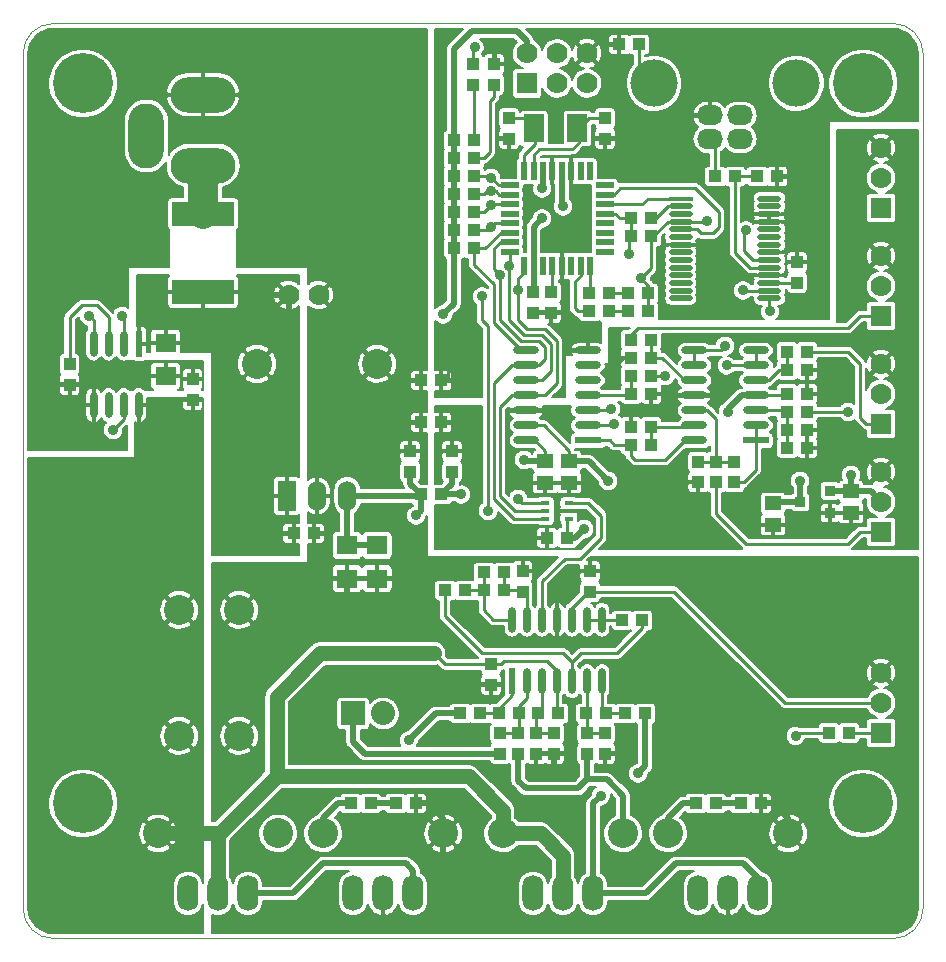
<source format=gtl>
G04 (created by PCBNEW (2013-07-07 BZR 4022)-stable) date 2/12/2014 11:08:10 AM*
%MOIN*%
G04 Gerber Fmt 3.4, Leading zero omitted, Abs format*
%FSLAX34Y34*%
G01*
G70*
G90*
G04 APERTURE LIST*
%ADD10C,0.00590551*%
%ADD11C,0.00393701*%
%ADD12R,0.0787402X0.0177165*%
%ADD13O,0.0787402X0.0177165*%
%ADD14R,0.0197X0.061*%
%ADD15R,0.061X0.0197*%
%ADD16R,0.0866X0.0236*%
%ADD17O,0.0866X0.0236*%
%ADD18R,0.0236X0.0866*%
%ADD19O,0.0236X0.0866*%
%ADD20R,0.0394X0.0433*%
%ADD21R,0.0433X0.0394*%
%ADD22R,0.0709X0.063*%
%ADD23O,0.07X0.12*%
%ADD24R,0.06X0.1*%
%ADD25O,0.06X0.1*%
%ADD26R,0.07X0.07*%
%ADD27C,0.07*%
%ADD28C,0.2*%
%ADD29C,0.1*%
%ADD30R,0.08X0.08*%
%ADD31C,0.08*%
%ADD32R,0.0669291X0.0944882*%
%ADD33R,0.208661X0.0787402*%
%ADD34O,0.216535X0.11811*%
%ADD35O,0.11811X0.216535*%
%ADD36O,0.0866142X0.0669291*%
%ADD37C,0.15748*%
%ADD38R,0.0314961X0.015748*%
%ADD39R,0.0354X0.0354*%
%ADD40R,0.0571X0.0453*%
%ADD41C,0.035*%
%ADD42C,0.05*%
%ADD43C,0.01*%
%ADD44C,0.02*%
%ADD45C,0.1*%
%ADD46C,0.008*%
G04 APERTURE END LIST*
G54D10*
G54D11*
X71000Y-30250D02*
X71000Y-58750D01*
X41000Y-58750D02*
X41000Y-30250D01*
X42000Y-59750D02*
X70000Y-59750D01*
X70000Y-29250D02*
X42000Y-29250D01*
X70000Y-59750D02*
G75*
G03X71000Y-58750I0J1000D01*
G74*
G01*
X41000Y-58750D02*
G75*
G03X42000Y-59750I1000J0D01*
G74*
G01*
X71000Y-30250D02*
G75*
G03X70000Y-29250I-1000J0D01*
G74*
G01*
X42000Y-29250D02*
G75*
G03X41000Y-30250I0J-1000D01*
G74*
G01*
G54D12*
X62923Y-35086D03*
G54D13*
X62923Y-35342D03*
X62923Y-35598D03*
X62923Y-35854D03*
X62923Y-36110D03*
X62923Y-36366D03*
X62923Y-36622D03*
X62923Y-36877D03*
X62923Y-37133D03*
X62923Y-37389D03*
X62923Y-37645D03*
X62923Y-37901D03*
X62923Y-38157D03*
X62923Y-38413D03*
X65876Y-38413D03*
X65876Y-38157D03*
X65876Y-37901D03*
X65876Y-37645D03*
X65876Y-37389D03*
X65876Y-37133D03*
X65876Y-36877D03*
X65876Y-36622D03*
X65876Y-36366D03*
X65876Y-36110D03*
X65876Y-35854D03*
X65876Y-35598D03*
X65876Y-35342D03*
X65876Y-35086D03*
G54D14*
X59902Y-34165D03*
G54D15*
X57215Y-34963D03*
X57215Y-35278D03*
X57215Y-35593D03*
X57215Y-35907D03*
X57215Y-36222D03*
X57215Y-36537D03*
X57215Y-36852D03*
G54D14*
X57698Y-37335D03*
X58013Y-37335D03*
X58328Y-37335D03*
X59587Y-34165D03*
X58643Y-37335D03*
X58957Y-37335D03*
X59272Y-37335D03*
X59587Y-37335D03*
X59902Y-37335D03*
G54D15*
X60385Y-36852D03*
X60385Y-36537D03*
X60385Y-36222D03*
X60385Y-35907D03*
X60385Y-35593D03*
G54D14*
X59272Y-34165D03*
G54D15*
X60385Y-35278D03*
X60385Y-34963D03*
X60385Y-34648D03*
G54D14*
X58957Y-34165D03*
X58643Y-34165D03*
X58328Y-34165D03*
X58013Y-34165D03*
X57698Y-34165D03*
G54D15*
X57215Y-34648D03*
G54D16*
X59824Y-43150D03*
G54D17*
X57776Y-41150D03*
X57776Y-41650D03*
X57776Y-42150D03*
X57776Y-42650D03*
X57776Y-43150D03*
X59824Y-42650D03*
X59824Y-42150D03*
X59824Y-41650D03*
X59824Y-41150D03*
X59824Y-40650D03*
X59824Y-40150D03*
X57776Y-40150D03*
X57776Y-40650D03*
G54D18*
X57300Y-51174D03*
G54D19*
X59300Y-49126D03*
X58800Y-49126D03*
X58300Y-49126D03*
X57800Y-49126D03*
X57300Y-49126D03*
X57800Y-51174D03*
X58300Y-51174D03*
X58800Y-51174D03*
X59300Y-51174D03*
X59800Y-51174D03*
X60300Y-51174D03*
X60300Y-49126D03*
X59800Y-49126D03*
G54D16*
X65424Y-43150D03*
G54D17*
X63376Y-41150D03*
X63376Y-41650D03*
X63376Y-42150D03*
X63376Y-42650D03*
X63376Y-43150D03*
X65424Y-42650D03*
X65424Y-42150D03*
X65424Y-41650D03*
X65424Y-41150D03*
X65424Y-40650D03*
X65424Y-40150D03*
X63376Y-40150D03*
X63376Y-40650D03*
G54D20*
X57650Y-47515D03*
X57650Y-48185D03*
G54D21*
X60965Y-49150D03*
X61635Y-49150D03*
X56035Y-36150D03*
X55365Y-36150D03*
X68535Y-52900D03*
X67865Y-52900D03*
X61265Y-39800D03*
X61935Y-39800D03*
G54D20*
X64100Y-44535D03*
X64100Y-43865D03*
G54D21*
X61265Y-42700D03*
X61935Y-42700D03*
X61935Y-43300D03*
X61265Y-43300D03*
G54D20*
X64700Y-44535D03*
X64700Y-43865D03*
G54D21*
X65585Y-55250D03*
X64915Y-55250D03*
X56235Y-52250D03*
X55565Y-52250D03*
X61065Y-52250D03*
X61735Y-52250D03*
X67135Y-42800D03*
X66465Y-42800D03*
X66465Y-42200D03*
X67135Y-42200D03*
X54085Y-55250D03*
X53415Y-55250D03*
X56035Y-36750D03*
X55365Y-36750D03*
X55365Y-33750D03*
X56035Y-33750D03*
X64735Y-34350D03*
X64065Y-34350D03*
X61265Y-36350D03*
X61935Y-36350D03*
X58165Y-52250D03*
X58835Y-52250D03*
G54D20*
X58700Y-53585D03*
X58700Y-52915D03*
X56900Y-52915D03*
X56900Y-53585D03*
X57500Y-52915D03*
X57500Y-53585D03*
X60400Y-53585D03*
X60400Y-52915D03*
G54D21*
X66135Y-34350D03*
X65465Y-34350D03*
G54D20*
X59800Y-52915D03*
X59800Y-53585D03*
G54D21*
X55735Y-48150D03*
X55065Y-48150D03*
X57035Y-48150D03*
X56365Y-48150D03*
X60865Y-29950D03*
X61535Y-29950D03*
X54935Y-44950D03*
X54265Y-44950D03*
G54D22*
X51800Y-46649D03*
X51800Y-47751D03*
G54D20*
X63500Y-43865D03*
X63500Y-44535D03*
G54D21*
X67135Y-41600D03*
X66465Y-41600D03*
X66465Y-43400D03*
X67135Y-43400D03*
X61935Y-40400D03*
X61265Y-40400D03*
G54D20*
X53900Y-44185D03*
X53900Y-43515D03*
X55300Y-44185D03*
X55300Y-43515D03*
X58000Y-38215D03*
X58000Y-38885D03*
G54D21*
X61935Y-35750D03*
X61265Y-35750D03*
G54D20*
X58100Y-52915D03*
X58100Y-53585D03*
G54D21*
X58465Y-46400D03*
X59135Y-46400D03*
G54D20*
X57200Y-33085D03*
X57200Y-32415D03*
X60400Y-33085D03*
X60400Y-32415D03*
X56600Y-51285D03*
X56600Y-50615D03*
X58600Y-38215D03*
X58600Y-38885D03*
X59900Y-48185D03*
X59900Y-47515D03*
G54D21*
X56865Y-52250D03*
X57535Y-52250D03*
X59765Y-52250D03*
X60435Y-52250D03*
X56365Y-47550D03*
X57035Y-47550D03*
X51915Y-55250D03*
X52585Y-55250D03*
X63415Y-55250D03*
X64085Y-55250D03*
G54D20*
X66800Y-37885D03*
X66800Y-37215D03*
G54D23*
X54000Y-58250D03*
X53000Y-58250D03*
X52000Y-58250D03*
X48500Y-58250D03*
X47500Y-58250D03*
X46500Y-58250D03*
X65500Y-58250D03*
X64500Y-58250D03*
X63500Y-58250D03*
X60000Y-58250D03*
X59000Y-58250D03*
X58000Y-58250D03*
G54D24*
X49800Y-45000D03*
G54D25*
X50800Y-45000D03*
X51800Y-45000D03*
G54D26*
X57800Y-31250D03*
G54D27*
X57800Y-30250D03*
X58800Y-31250D03*
X58800Y-30250D03*
X59800Y-31250D03*
X59800Y-30250D03*
G54D26*
X69600Y-52900D03*
G54D27*
X69600Y-51900D03*
X69600Y-50900D03*
G54D26*
X69600Y-39000D03*
G54D27*
X69600Y-38000D03*
X69600Y-37000D03*
G54D28*
X69000Y-31250D03*
X43000Y-31250D03*
X69000Y-55250D03*
X43000Y-55250D03*
G54D29*
X46200Y-48800D03*
X48200Y-48800D03*
X46200Y-53000D03*
X48200Y-53000D03*
G54D21*
X61265Y-41600D03*
X61935Y-41600D03*
X61835Y-38850D03*
X61165Y-38850D03*
X61835Y-38250D03*
X61165Y-38250D03*
G54D30*
X52000Y-52250D03*
G54D31*
X53000Y-52250D03*
G54D29*
X52800Y-40600D03*
X48800Y-40600D03*
G54D18*
X44850Y-39926D03*
G54D19*
X44350Y-39926D03*
X43850Y-39926D03*
X43350Y-39926D03*
X43350Y-41974D03*
X43850Y-41974D03*
X44350Y-41974D03*
X44850Y-41974D03*
G54D20*
X42550Y-41285D03*
X42550Y-40615D03*
G54D21*
X56035Y-34950D03*
X55365Y-34950D03*
X56035Y-34350D03*
X55365Y-34350D03*
X56035Y-35550D03*
X55365Y-35550D03*
X67135Y-40200D03*
X66465Y-40200D03*
X66465Y-40800D03*
X67135Y-40800D03*
G54D26*
X69600Y-42600D03*
G54D27*
X69600Y-41600D03*
X69600Y-40600D03*
G54D29*
X49500Y-56250D03*
X45500Y-56250D03*
X55000Y-56250D03*
X51000Y-56250D03*
X61000Y-56250D03*
X57000Y-56250D03*
X66500Y-56250D03*
X62500Y-56250D03*
G54D22*
X45750Y-39899D03*
X45750Y-41001D03*
G54D20*
X46650Y-41785D03*
X46650Y-41115D03*
G54D21*
X55365Y-33150D03*
X56035Y-33150D03*
X61935Y-41000D03*
X61265Y-41000D03*
G54D26*
X69600Y-35400D03*
G54D27*
X69600Y-34400D03*
X69600Y-33400D03*
G54D32*
X58021Y-32750D03*
X59478Y-32750D03*
G54D20*
X56000Y-31285D03*
X56000Y-30615D03*
G54D21*
X60535Y-38250D03*
X59865Y-38250D03*
X60535Y-38850D03*
X59865Y-38850D03*
G54D20*
X56700Y-31285D03*
X56700Y-30615D03*
G54D33*
X47000Y-35600D03*
X47000Y-38199D03*
G54D34*
X47000Y-33984D03*
X47000Y-31622D03*
G54D35*
X45110Y-33000D03*
G54D36*
X63907Y-33104D03*
X64892Y-33104D03*
X64892Y-32316D03*
X63907Y-32316D03*
G54D37*
X62029Y-31250D03*
X66770Y-31250D03*
G54D22*
X52800Y-46649D03*
X52800Y-47751D03*
G54D38*
X58406Y-45244D03*
X58406Y-45500D03*
X58406Y-45755D03*
X59193Y-45755D03*
X59193Y-45500D03*
X59193Y-45244D03*
G54D39*
X67892Y-45574D03*
X67892Y-44826D03*
X66908Y-45200D03*
G54D40*
X59200Y-44554D03*
X59200Y-43846D03*
G54D27*
X49850Y-38300D03*
X50850Y-38300D03*
G54D40*
X58400Y-44554D03*
X58400Y-43846D03*
X66000Y-45954D03*
X66000Y-45246D03*
X68600Y-45554D03*
X68600Y-44846D03*
G54D26*
X69600Y-46200D03*
G54D27*
X69600Y-45200D03*
X69600Y-44200D03*
G54D21*
X50015Y-46250D03*
X50685Y-46250D03*
X54265Y-42550D03*
X54935Y-42550D03*
X54265Y-41150D03*
X54935Y-41150D03*
G54D41*
X54700Y-50250D03*
X66750Y-53000D03*
X68500Y-42200D03*
X60500Y-44500D03*
X68600Y-44300D03*
X54100Y-45650D03*
X59000Y-35350D03*
X58300Y-34750D03*
X61600Y-37750D03*
X55000Y-38950D03*
X58300Y-35750D03*
X63800Y-35850D03*
X65100Y-36150D03*
X61200Y-36950D03*
X56900Y-37650D03*
X57200Y-37350D03*
X57500Y-38150D03*
X44300Y-39000D03*
X56600Y-34400D03*
X56600Y-34850D03*
X43200Y-39000D03*
X44000Y-42800D03*
X56050Y-30050D03*
X56600Y-35300D03*
X57500Y-45100D03*
X56500Y-45500D03*
X56600Y-36050D03*
X56300Y-38350D03*
X68400Y-41300D03*
X68600Y-43400D03*
X58800Y-42300D03*
X60700Y-40700D03*
X63000Y-44700D03*
X56100Y-42550D03*
X64300Y-41650D03*
X67900Y-46200D03*
X66900Y-44500D03*
X59700Y-46100D03*
X55600Y-44950D03*
X57700Y-43800D03*
X64500Y-42200D03*
X59600Y-35400D03*
X56700Y-30040D03*
X55000Y-29750D03*
X59800Y-39750D03*
X56000Y-41150D03*
X55100Y-40350D03*
X57200Y-33750D03*
X64000Y-36850D03*
X59100Y-36550D03*
X59800Y-33550D03*
X66800Y-36650D03*
X53850Y-53150D03*
X61500Y-54250D03*
X60250Y-55000D03*
X62400Y-41000D03*
X64400Y-40000D03*
X60600Y-42100D03*
X60700Y-42600D03*
X64450Y-40650D03*
X65000Y-38150D03*
X65900Y-38850D03*
X56350Y-52850D03*
X56000Y-51500D03*
X54600Y-53100D03*
X52250Y-48900D03*
X55900Y-57500D03*
X59000Y-48000D03*
X58200Y-47300D03*
X43500Y-40950D03*
X44500Y-40950D03*
X44000Y-40950D03*
X58500Y-54250D03*
X59000Y-49850D03*
G54D42*
X47500Y-58250D02*
X47500Y-56250D01*
X47500Y-56250D02*
X47550Y-56250D01*
X49450Y-54350D02*
X49450Y-51700D01*
X49450Y-51700D02*
X49550Y-51600D01*
G54D43*
X67865Y-52900D02*
X66850Y-52900D01*
X66750Y-53000D02*
X66850Y-52900D01*
G54D42*
X54700Y-50250D02*
X50900Y-50250D01*
X50900Y-50250D02*
X49550Y-51600D01*
X45500Y-56250D02*
X47550Y-56250D01*
X47550Y-56250D02*
X49450Y-54350D01*
X49450Y-54350D02*
X50800Y-54350D01*
X57000Y-55500D02*
X57000Y-56250D01*
X50800Y-54350D02*
X55850Y-54350D01*
X55850Y-54350D02*
X57000Y-55500D01*
X57000Y-56250D02*
X58250Y-56250D01*
X59000Y-57000D02*
X59000Y-58250D01*
X58250Y-56250D02*
X59000Y-57000D01*
X45500Y-56250D02*
X47000Y-56250D01*
G54D43*
X58800Y-51174D02*
X58800Y-50850D01*
X58800Y-50850D02*
X58460Y-50510D01*
X58800Y-51174D02*
X58800Y-52215D01*
X58800Y-52215D02*
X58835Y-52250D01*
X56935Y-50615D02*
X56600Y-50615D01*
X58460Y-50510D02*
X57039Y-50510D01*
X57039Y-50510D02*
X56935Y-50615D01*
X56600Y-50615D02*
X55065Y-50615D01*
X55065Y-50615D02*
X54700Y-50250D01*
X68500Y-42200D02*
X67135Y-42200D01*
G54D44*
X68600Y-44846D02*
X68600Y-44300D01*
X59846Y-43846D02*
X59200Y-43846D01*
X60500Y-44500D02*
X59846Y-43846D01*
X68600Y-44846D02*
X69246Y-44846D01*
X69246Y-44846D02*
X69600Y-45200D01*
X67892Y-44826D02*
X68580Y-44826D01*
X68580Y-44826D02*
X68600Y-44846D01*
G54D43*
X57776Y-42650D02*
X58350Y-42650D01*
X58350Y-42650D02*
X59200Y-43500D01*
X59200Y-43500D02*
X59200Y-43846D01*
G54D44*
X54265Y-44950D02*
X54265Y-45485D01*
X54265Y-45485D02*
X54100Y-45650D01*
X51800Y-45000D02*
X54215Y-45000D01*
X54215Y-45000D02*
X54265Y-44950D01*
X51800Y-46649D02*
X52800Y-46649D01*
X51800Y-45000D02*
X51800Y-46649D01*
X55365Y-33150D02*
X55365Y-30085D01*
X57800Y-29850D02*
X57800Y-30250D01*
X57450Y-29500D02*
X57800Y-29850D01*
X55950Y-29500D02*
X57450Y-29500D01*
X55365Y-30085D02*
X55950Y-29500D01*
X55365Y-33750D02*
X55365Y-33150D01*
X55365Y-34350D02*
X55365Y-33750D01*
G54D43*
X61835Y-38250D02*
X61835Y-37985D01*
X61835Y-37985D02*
X61600Y-37750D01*
X61835Y-38850D02*
X61835Y-38250D01*
G54D44*
X55365Y-34950D02*
X55365Y-34350D01*
X55365Y-35550D02*
X55365Y-34950D01*
X55365Y-36150D02*
X55365Y-35550D01*
X53900Y-44185D02*
X53900Y-44585D01*
X53900Y-44585D02*
X54265Y-44950D01*
X53816Y-44101D02*
X53900Y-44185D01*
X58957Y-35307D02*
X59000Y-35350D01*
X58957Y-34165D02*
X58957Y-35307D01*
X58328Y-34165D02*
X58328Y-34722D01*
X58328Y-34722D02*
X58300Y-34750D01*
G54D43*
X61935Y-36350D02*
X61935Y-37415D01*
X61935Y-37415D02*
X61600Y-37750D01*
G54D44*
X55365Y-36750D02*
X55365Y-36150D01*
X55365Y-36750D02*
X55365Y-38585D01*
X55365Y-38585D02*
X55000Y-38950D01*
X58013Y-37335D02*
X58013Y-38202D01*
X58013Y-38202D02*
X58000Y-38215D01*
X58013Y-37335D02*
X58013Y-36037D01*
X58013Y-36037D02*
X58300Y-35750D01*
X58300Y-35750D02*
X58328Y-35722D01*
G54D43*
X65876Y-37133D02*
X65316Y-37133D01*
X63795Y-35854D02*
X62923Y-35854D01*
X63800Y-35850D02*
X63795Y-35854D01*
X65032Y-36217D02*
X65100Y-36150D01*
X65032Y-36850D02*
X65032Y-36217D01*
X65316Y-37133D02*
X65032Y-36850D01*
X62923Y-35854D02*
X62504Y-35854D01*
X62504Y-35854D02*
X62008Y-36350D01*
X62008Y-36350D02*
X61935Y-36350D01*
X61265Y-35750D02*
X61265Y-36350D01*
X61265Y-36350D02*
X61200Y-36415D01*
X61200Y-36415D02*
X61200Y-36950D01*
X60385Y-35593D02*
X60743Y-35593D01*
X60900Y-35750D02*
X61265Y-35750D01*
X60743Y-35593D02*
X60900Y-35750D01*
X59587Y-37335D02*
X59587Y-37663D01*
X59500Y-38850D02*
X59865Y-38850D01*
X59400Y-38750D02*
X59500Y-38850D01*
X59400Y-37850D02*
X59400Y-38750D01*
X59587Y-37663D02*
X59400Y-37850D01*
X59902Y-37335D02*
X59902Y-38213D01*
X59902Y-38213D02*
X59865Y-38250D01*
X58643Y-37335D02*
X58643Y-38172D01*
X58643Y-38172D02*
X58600Y-38215D01*
X60385Y-35278D02*
X61622Y-35278D01*
X61813Y-35086D02*
X62923Y-35086D01*
X61622Y-35278D02*
X61813Y-35086D01*
X60900Y-34750D02*
X63400Y-34750D01*
X63400Y-34750D02*
X64200Y-35550D01*
X64200Y-35550D02*
X64200Y-36050D01*
X64200Y-36050D02*
X64000Y-36250D01*
X64000Y-36250D02*
X63600Y-36250D01*
X63600Y-36250D02*
X63460Y-36110D01*
X62923Y-36110D02*
X63460Y-36110D01*
X60687Y-34963D02*
X60900Y-34750D01*
X60687Y-34963D02*
X60385Y-34963D01*
X57776Y-40150D02*
X57600Y-40150D01*
X57600Y-40150D02*
X56700Y-39250D01*
X56035Y-36750D02*
X56035Y-37285D01*
X56700Y-37950D02*
X56700Y-39250D01*
X56035Y-37285D02*
X56700Y-37950D01*
X57215Y-36222D02*
X56928Y-36222D01*
X56400Y-36750D02*
X56035Y-36750D01*
X56928Y-36222D02*
X56400Y-36750D01*
X58406Y-45755D02*
X57355Y-45755D01*
X57355Y-45755D02*
X56700Y-45100D01*
X57300Y-40650D02*
X57776Y-40650D01*
X56700Y-41250D02*
X57300Y-40650D01*
X56700Y-45100D02*
X56700Y-41250D01*
X57600Y-39850D02*
X58200Y-39850D01*
X58200Y-40650D02*
X58400Y-40450D01*
X58400Y-40450D02*
X58400Y-40050D01*
X58400Y-40050D02*
X58200Y-39850D01*
X57776Y-40650D02*
X58200Y-40650D01*
X56900Y-39150D02*
X57600Y-39850D01*
X56900Y-39150D02*
X56900Y-37650D01*
X56700Y-36750D02*
X56700Y-37450D01*
X56700Y-36750D02*
X56913Y-36537D01*
X56913Y-36537D02*
X57215Y-36537D01*
X56700Y-37450D02*
X56900Y-37650D01*
X57200Y-37350D02*
X57200Y-39150D01*
X57776Y-41150D02*
X58300Y-41150D01*
X58300Y-41150D02*
X58600Y-40850D01*
X58600Y-40850D02*
X58600Y-39950D01*
X58600Y-39950D02*
X58300Y-39650D01*
X58300Y-39650D02*
X57700Y-39650D01*
X57700Y-39650D02*
X57200Y-39150D01*
X57215Y-37335D02*
X57215Y-36852D01*
X57200Y-37350D02*
X57215Y-37335D01*
X58406Y-45500D02*
X57400Y-45500D01*
X57400Y-45500D02*
X56900Y-45000D01*
X57776Y-41650D02*
X57300Y-41650D01*
X56900Y-42050D02*
X56900Y-45000D01*
X57300Y-41650D02*
X56900Y-42050D01*
X57500Y-38150D02*
X57500Y-39150D01*
X57698Y-37335D02*
X57698Y-37552D01*
X57500Y-37750D02*
X57500Y-38150D01*
X57698Y-37552D02*
X57500Y-37750D01*
X57776Y-41650D02*
X58400Y-41650D01*
X58400Y-41650D02*
X58800Y-41250D01*
X58800Y-41250D02*
X58800Y-39850D01*
X58800Y-39850D02*
X58400Y-39450D01*
X58400Y-39450D02*
X57800Y-39450D01*
X57800Y-39450D02*
X57500Y-39150D01*
X44300Y-39000D02*
X44350Y-39050D01*
X44350Y-39926D02*
X44350Y-39050D01*
X57215Y-34648D02*
X56848Y-34648D01*
X56848Y-34648D02*
X56600Y-34400D01*
X56035Y-34350D02*
X56550Y-34350D01*
X56550Y-34350D02*
X56600Y-34400D01*
X43350Y-39150D02*
X43350Y-39926D01*
X43200Y-39000D02*
X43350Y-39150D01*
X56600Y-34850D02*
X56450Y-34850D01*
X56350Y-34950D02*
X56035Y-34950D01*
X56450Y-34850D02*
X56350Y-34950D01*
X56600Y-34850D02*
X56750Y-34850D01*
X56863Y-34963D02*
X57215Y-34963D01*
X56750Y-34850D02*
X56863Y-34963D01*
X44350Y-42450D02*
X44000Y-42800D01*
X44350Y-42450D02*
X44350Y-41974D01*
X56050Y-30050D02*
X56000Y-30100D01*
X56000Y-30100D02*
X56000Y-30615D01*
X57215Y-35278D02*
X56622Y-35278D01*
X56350Y-35550D02*
X56600Y-35300D01*
X56350Y-35550D02*
X56035Y-35550D01*
X56622Y-35278D02*
X56600Y-35300D01*
X57644Y-45244D02*
X57500Y-45100D01*
X57644Y-45244D02*
X58406Y-45244D01*
X56500Y-45500D02*
X56500Y-45500D01*
X56300Y-38350D02*
X56300Y-39150D01*
X56500Y-39350D02*
X56500Y-45500D01*
X56300Y-39150D02*
X56500Y-39350D01*
X56035Y-36150D02*
X56500Y-36150D01*
X56500Y-36150D02*
X56600Y-36050D01*
X57215Y-35907D02*
X56743Y-35907D01*
X56743Y-35907D02*
X56600Y-36050D01*
X59193Y-45244D02*
X59844Y-45244D01*
X59844Y-45244D02*
X60265Y-45665D01*
X58300Y-49126D02*
X58300Y-47850D01*
X60265Y-46385D02*
X60265Y-45665D01*
X59550Y-47100D02*
X60265Y-46385D01*
X59050Y-47100D02*
X59550Y-47100D01*
X58300Y-47850D02*
X59050Y-47100D01*
X62923Y-35342D02*
X62507Y-35342D01*
X62100Y-35750D02*
X61935Y-35750D01*
X62507Y-35342D02*
X62100Y-35750D01*
G54D44*
X49850Y-38300D02*
X49100Y-38300D01*
X49100Y-38300D02*
X49050Y-38350D01*
X49850Y-38300D02*
X49850Y-39050D01*
G54D43*
X61265Y-43300D02*
X61265Y-43665D01*
X63050Y-43150D02*
X63376Y-43150D01*
X62400Y-43800D02*
X63050Y-43150D01*
X61400Y-43800D02*
X62400Y-43800D01*
X61265Y-43665D02*
X61400Y-43800D01*
X59824Y-43150D02*
X60550Y-43150D01*
X60700Y-43300D02*
X61265Y-43300D01*
X60550Y-43150D02*
X60700Y-43300D01*
X67135Y-41600D02*
X68100Y-41600D01*
X68100Y-41600D02*
X68400Y-41300D01*
X67135Y-43400D02*
X68600Y-43400D01*
X57776Y-42150D02*
X58650Y-42150D01*
X58650Y-42150D02*
X58800Y-42300D01*
X61265Y-40400D02*
X61000Y-40400D01*
X61000Y-40400D02*
X60700Y-40700D01*
X63500Y-44535D02*
X63165Y-44535D01*
X63165Y-44535D02*
X63000Y-44700D01*
X55151Y-42550D02*
X56100Y-42550D01*
X63376Y-41650D02*
X64300Y-41650D01*
X67892Y-45574D02*
X67892Y-46192D01*
X67892Y-46192D02*
X67900Y-46200D01*
G54D44*
X66900Y-44500D02*
X66908Y-44508D01*
X66908Y-45200D02*
X66908Y-44508D01*
G54D43*
X65424Y-41650D02*
X66415Y-41650D01*
X66415Y-41650D02*
X66465Y-41600D01*
G54D44*
X66908Y-45200D02*
X66046Y-45200D01*
X66046Y-45200D02*
X66000Y-45246D01*
X59400Y-46400D02*
X59135Y-46400D01*
X59700Y-46100D02*
X59400Y-46400D01*
X54935Y-44950D02*
X55600Y-44950D01*
X57746Y-43846D02*
X57700Y-43800D01*
X57746Y-43846D02*
X58400Y-43846D01*
G54D43*
X57776Y-43150D02*
X58050Y-43150D01*
X58050Y-43150D02*
X58400Y-43500D01*
X58400Y-43500D02*
X58400Y-43846D01*
X59135Y-46400D02*
X59135Y-45814D01*
X59135Y-45814D02*
X59193Y-45755D01*
G54D44*
X65424Y-41650D02*
X64950Y-41650D01*
X64950Y-41650D02*
X64500Y-42100D01*
X64500Y-42100D02*
X64500Y-42200D01*
X55300Y-44185D02*
X55300Y-44585D01*
X55300Y-44585D02*
X54935Y-44950D01*
G54D43*
X59272Y-34165D02*
X59272Y-35072D01*
X59272Y-35072D02*
X59600Y-35400D01*
X56720Y-30060D02*
X56700Y-30040D01*
X56720Y-30585D02*
X56720Y-30060D01*
X59824Y-40150D02*
X59824Y-39774D01*
X59824Y-39774D02*
X59800Y-39750D01*
X55151Y-41150D02*
X56000Y-41150D01*
X55151Y-41150D02*
X55151Y-40401D01*
X55151Y-40401D02*
X55100Y-40350D01*
X57200Y-33085D02*
X57200Y-33750D01*
X62923Y-36622D02*
X63772Y-36622D01*
X63772Y-36622D02*
X64000Y-36850D01*
X58957Y-37335D02*
X58957Y-36693D01*
X58957Y-36693D02*
X59100Y-36550D01*
X59272Y-34165D02*
X59272Y-33678D01*
X59700Y-33650D02*
X59800Y-33550D01*
X59300Y-33650D02*
X59700Y-33650D01*
X59272Y-33678D02*
X59300Y-33650D01*
X65876Y-36877D02*
X66372Y-36877D01*
X66600Y-36650D02*
X66800Y-36650D01*
X66372Y-36877D02*
X66600Y-36650D01*
X64735Y-34350D02*
X64735Y-36885D01*
X65239Y-37389D02*
X65876Y-37389D01*
X64735Y-36885D02*
X65239Y-37389D01*
X64735Y-34350D02*
X65465Y-34350D01*
X68535Y-52900D02*
X69600Y-52900D01*
G54D45*
X47000Y-33984D02*
X47000Y-35600D01*
G54D43*
X69600Y-51900D02*
X66400Y-51900D01*
X62685Y-48185D02*
X59900Y-48185D01*
X66400Y-51900D02*
X62685Y-48185D01*
X59300Y-49126D02*
X59300Y-48750D01*
X59800Y-48250D02*
X59800Y-48185D01*
X59300Y-48750D02*
X59800Y-48250D01*
X55735Y-48150D02*
X56365Y-48150D01*
X56365Y-48150D02*
X56365Y-47550D01*
X57300Y-49126D02*
X56676Y-49126D01*
X56365Y-48815D02*
X56365Y-48150D01*
X56676Y-49126D02*
X56365Y-48815D01*
X57800Y-49126D02*
X57800Y-48335D01*
X57800Y-48335D02*
X57650Y-48185D01*
X57035Y-48150D02*
X57615Y-48150D01*
X57615Y-48150D02*
X57650Y-48185D01*
X57035Y-48150D02*
X57035Y-47550D01*
X64065Y-34350D02*
X64065Y-33261D01*
X64065Y-33261D02*
X63907Y-33104D01*
X61635Y-49150D02*
X61635Y-49415D01*
X61635Y-49415D02*
X60800Y-50250D01*
X55065Y-48150D02*
X55065Y-49015D01*
X59300Y-50550D02*
X59300Y-50650D01*
X59000Y-50250D02*
X59300Y-50550D01*
X56300Y-50250D02*
X59000Y-50250D01*
X55065Y-49015D02*
X56300Y-50250D01*
X59300Y-51174D02*
X59300Y-50650D01*
X59300Y-50650D02*
X59300Y-50550D01*
X59600Y-50250D02*
X60800Y-50250D01*
X59300Y-50550D02*
X59600Y-50250D01*
X60300Y-49126D02*
X60941Y-49126D01*
X60941Y-49126D02*
X60965Y-49150D01*
X60300Y-49126D02*
X59800Y-49126D01*
G54D44*
X55565Y-52250D02*
X54750Y-52250D01*
X54750Y-52250D02*
X53850Y-53150D01*
X48500Y-58250D02*
X50000Y-58250D01*
X54000Y-57500D02*
X54000Y-58250D01*
X53750Y-57250D02*
X54000Y-57500D01*
X51000Y-57250D02*
X53750Y-57250D01*
X50000Y-58250D02*
X51000Y-57250D01*
X60000Y-58250D02*
X60000Y-55250D01*
X61735Y-54015D02*
X61735Y-52250D01*
X61500Y-54250D02*
X61735Y-54015D01*
X60000Y-55250D02*
X60250Y-55000D01*
X60000Y-58250D02*
X61750Y-58250D01*
X65500Y-57750D02*
X65500Y-58250D01*
X65000Y-57250D02*
X65500Y-57750D01*
X62750Y-57250D02*
X65000Y-57250D01*
X61750Y-58250D02*
X62750Y-57250D01*
G54D43*
X64700Y-44535D02*
X65015Y-44535D01*
X65424Y-44126D02*
X65424Y-43150D01*
X65015Y-44535D02*
X65424Y-44126D01*
X65424Y-42650D02*
X65424Y-43150D01*
G54D44*
X52585Y-55250D02*
X53415Y-55250D01*
X59800Y-54450D02*
X60450Y-54450D01*
X61000Y-55000D02*
X61000Y-56250D01*
X60450Y-54450D02*
X61000Y-55000D01*
X57500Y-53585D02*
X57500Y-54500D01*
X59800Y-54450D02*
X59800Y-53585D01*
X59500Y-54750D02*
X59800Y-54450D01*
X57750Y-54750D02*
X59500Y-54750D01*
X57500Y-54500D02*
X57750Y-54750D01*
X62500Y-56250D02*
X62500Y-55750D01*
X63000Y-55250D02*
X63415Y-55250D01*
X62500Y-55750D02*
X63000Y-55250D01*
X64085Y-55250D02*
X64915Y-55250D01*
G54D43*
X61935Y-42700D02*
X63326Y-42700D01*
X63326Y-42700D02*
X63376Y-42650D01*
X61935Y-42700D02*
X61935Y-43300D01*
X56035Y-33150D02*
X56035Y-31320D01*
X56035Y-31320D02*
X56000Y-31285D01*
X61935Y-41000D02*
X62400Y-41000D01*
X61265Y-41600D02*
X61265Y-41000D01*
X59824Y-41650D02*
X61215Y-41650D01*
X61215Y-41650D02*
X61265Y-41600D01*
X63376Y-40150D02*
X63376Y-40650D01*
X59824Y-42150D02*
X60550Y-42150D01*
X64250Y-40150D02*
X63376Y-40150D01*
X64400Y-40000D02*
X64250Y-40150D01*
X60550Y-42150D02*
X60600Y-42100D01*
X43850Y-39926D02*
X43850Y-39050D01*
X42550Y-39050D02*
X42550Y-40615D01*
X42950Y-38650D02*
X42550Y-39050D01*
X43450Y-38650D02*
X42950Y-38650D01*
X43850Y-39050D02*
X43450Y-38650D01*
X61165Y-38850D02*
X60535Y-38850D01*
X63376Y-42150D02*
X63800Y-42150D01*
X64100Y-42450D02*
X64100Y-43865D01*
X63800Y-42150D02*
X64100Y-42450D01*
X64100Y-43865D02*
X63500Y-43865D01*
X64700Y-43865D02*
X64100Y-43865D01*
X61165Y-38250D02*
X60535Y-38250D01*
X60700Y-42600D02*
X60650Y-42650D01*
X59824Y-42650D02*
X60650Y-42650D01*
X64450Y-40650D02*
X65424Y-40650D01*
X65424Y-40150D02*
X65424Y-40650D01*
X65424Y-41150D02*
X65850Y-41150D01*
X66200Y-40800D02*
X66465Y-40800D01*
X65850Y-41150D02*
X66200Y-40800D01*
X66315Y-40650D02*
X66465Y-40800D01*
X66465Y-40800D02*
X66465Y-40200D01*
X67135Y-40200D02*
X68500Y-40200D01*
X69100Y-42600D02*
X69600Y-42600D01*
X68900Y-42400D02*
X69100Y-42600D01*
X68900Y-40600D02*
X68900Y-42400D01*
X68500Y-40200D02*
X68900Y-40600D01*
X59800Y-52915D02*
X59800Y-52285D01*
X59800Y-52285D02*
X59765Y-52250D01*
X60400Y-52915D02*
X59800Y-52915D01*
X59800Y-51174D02*
X59800Y-52215D01*
X59800Y-52215D02*
X59765Y-52250D01*
X58100Y-52915D02*
X58700Y-52915D01*
X58100Y-52915D02*
X58100Y-52315D01*
X58100Y-52315D02*
X58165Y-52250D01*
X58300Y-51174D02*
X58300Y-52115D01*
X58300Y-52115D02*
X58165Y-52250D01*
G54D44*
X52000Y-52250D02*
X52000Y-53200D01*
X52385Y-53585D02*
X56900Y-53585D01*
X52000Y-53200D02*
X52385Y-53585D01*
X51000Y-56250D02*
X51000Y-55750D01*
X51000Y-55750D02*
X51500Y-55250D01*
X51500Y-55250D02*
X51915Y-55250D01*
G54D43*
X64100Y-44535D02*
X64100Y-45600D01*
X68900Y-46200D02*
X69600Y-46200D01*
X68500Y-46600D02*
X68900Y-46200D01*
X65100Y-46600D02*
X68500Y-46600D01*
X64100Y-45600D02*
X65100Y-46600D01*
X65424Y-42150D02*
X66415Y-42150D01*
X66415Y-42150D02*
X66465Y-42200D01*
X66465Y-42800D02*
X66465Y-43400D01*
X66465Y-42200D02*
X66465Y-42800D01*
X56235Y-52250D02*
X56865Y-52250D01*
X57300Y-51174D02*
X57300Y-51650D01*
X56865Y-52085D02*
X56865Y-52250D01*
X57300Y-51650D02*
X56865Y-52085D01*
X57300Y-51174D02*
X57300Y-51550D01*
X60435Y-52250D02*
X61065Y-52250D01*
X60300Y-51174D02*
X60300Y-52115D01*
X60300Y-52115D02*
X60435Y-52250D01*
X57700Y-33650D02*
X57700Y-34163D01*
X57700Y-34163D02*
X57698Y-34165D01*
X58071Y-33278D02*
X58071Y-32750D01*
X57698Y-33652D02*
X57700Y-33650D01*
X57700Y-33650D02*
X58071Y-33278D01*
X57200Y-32415D02*
X57736Y-32415D01*
X57736Y-32415D02*
X58071Y-32750D01*
X58013Y-34165D02*
X58013Y-33637D01*
X58013Y-33637D02*
X58200Y-33450D01*
X58200Y-33450D02*
X59300Y-33450D01*
X59300Y-33450D02*
X59528Y-33221D01*
X59528Y-33221D02*
X59528Y-32750D01*
X60400Y-32415D02*
X59863Y-32415D01*
X59863Y-32415D02*
X59528Y-32750D01*
X56700Y-31285D02*
X56700Y-31700D01*
X56350Y-33750D02*
X56035Y-33750D01*
X56550Y-33550D02*
X56350Y-33750D01*
X56550Y-31850D02*
X56550Y-33550D01*
X56700Y-31700D02*
X56550Y-31850D01*
X61535Y-29950D02*
X61535Y-30755D01*
X61535Y-30755D02*
X62029Y-31250D01*
X63376Y-41150D02*
X63050Y-41150D01*
X62300Y-40400D02*
X61935Y-40400D01*
X63050Y-41150D02*
X62300Y-40400D01*
X61935Y-40400D02*
X61935Y-39800D01*
X69600Y-39000D02*
X68900Y-39000D01*
X61265Y-39635D02*
X61500Y-39400D01*
X61265Y-39800D02*
X61265Y-39635D01*
X61500Y-39400D02*
X68500Y-39400D01*
X68900Y-39000D02*
X68500Y-39400D01*
X65007Y-38157D02*
X65876Y-38157D01*
X65000Y-38150D02*
X65007Y-38157D01*
X65876Y-37901D02*
X66713Y-37901D01*
X66713Y-37901D02*
X66765Y-37850D01*
X57500Y-52915D02*
X56900Y-52915D01*
X57535Y-52250D02*
X57535Y-52880D01*
X57535Y-52880D02*
X57500Y-52915D01*
X57800Y-51174D02*
X57800Y-51750D01*
X57535Y-52015D02*
X57535Y-52250D01*
X57800Y-51750D02*
X57535Y-52015D01*
X65876Y-38413D02*
X65876Y-38826D01*
X65876Y-38826D02*
X65900Y-38850D01*
G54D44*
X56350Y-52850D02*
X54850Y-52850D01*
G54D43*
X56600Y-51285D02*
X56215Y-51285D01*
X56215Y-51285D02*
X56000Y-51500D01*
G54D44*
X54850Y-52850D02*
X54600Y-53100D01*
X51800Y-47751D02*
X51800Y-48450D01*
X51800Y-48450D02*
X52250Y-48900D01*
X55000Y-56250D02*
X55000Y-57100D01*
X55400Y-57500D02*
X55900Y-57500D01*
X55000Y-57100D02*
X55400Y-57500D01*
G54D43*
X58800Y-49126D02*
X58800Y-48200D01*
X58800Y-48200D02*
X59000Y-48000D01*
G54D44*
X51800Y-47649D02*
X51901Y-47750D01*
G54D43*
X57650Y-47515D02*
X57985Y-47515D01*
X57985Y-47515D02*
X58200Y-47300D01*
X43350Y-41100D02*
X43500Y-40950D01*
X43350Y-41974D02*
X43350Y-41100D01*
X44000Y-40950D02*
X44500Y-40950D01*
G54D44*
X58700Y-53585D02*
X58700Y-54050D01*
X58700Y-54050D02*
X58500Y-54250D01*
X66500Y-55750D02*
X66500Y-56250D01*
X66000Y-55250D02*
X66500Y-55750D01*
X65585Y-55250D02*
X66000Y-55250D01*
X54085Y-55250D02*
X54500Y-55250D01*
X55000Y-55750D02*
X55000Y-56250D01*
X54500Y-55250D02*
X55000Y-55750D01*
G54D43*
X59865Y-47550D02*
X59900Y-47515D01*
X58800Y-49126D02*
X58800Y-49750D01*
X58900Y-49850D02*
X59000Y-49850D01*
X58800Y-49750D02*
X58900Y-49850D01*
G54D10*
G36*
X55652Y-29429D02*
X55181Y-29901D01*
X55165Y-29919D01*
X55150Y-29938D01*
X55149Y-29939D01*
X55148Y-29940D01*
X55137Y-29961D01*
X55126Y-29982D01*
X55125Y-29983D01*
X55124Y-29985D01*
X55117Y-30008D01*
X55110Y-30030D01*
X55110Y-30032D01*
X55110Y-30033D01*
X55107Y-30057D01*
X55105Y-30081D01*
X55105Y-30084D01*
X55105Y-30084D01*
X55105Y-30084D01*
X55105Y-30085D01*
X55105Y-32798D01*
X55102Y-32799D01*
X55073Y-32811D01*
X55046Y-32828D01*
X55024Y-32850D01*
X55007Y-32876D01*
X54994Y-32905D01*
X54988Y-32936D01*
X54988Y-32967D01*
X54988Y-33362D01*
X54994Y-33393D01*
X55006Y-33422D01*
X55023Y-33448D01*
X55025Y-33449D01*
X55024Y-33450D01*
X55007Y-33476D01*
X54994Y-33505D01*
X54988Y-33536D01*
X54988Y-33567D01*
X54988Y-33962D01*
X54994Y-33993D01*
X55006Y-34022D01*
X55023Y-34048D01*
X55025Y-34049D01*
X55024Y-34050D01*
X55007Y-34076D01*
X54994Y-34105D01*
X54988Y-34136D01*
X54988Y-34167D01*
X54988Y-34562D01*
X54994Y-34593D01*
X55006Y-34622D01*
X55023Y-34648D01*
X55025Y-34649D01*
X55024Y-34650D01*
X55007Y-34676D01*
X54994Y-34705D01*
X54988Y-34736D01*
X54988Y-34767D01*
X54988Y-35162D01*
X54994Y-35193D01*
X55006Y-35222D01*
X55023Y-35248D01*
X55025Y-35249D01*
X55024Y-35250D01*
X55007Y-35276D01*
X54994Y-35305D01*
X54988Y-35336D01*
X54988Y-35367D01*
X54988Y-35762D01*
X54994Y-35793D01*
X55006Y-35822D01*
X55023Y-35848D01*
X55025Y-35849D01*
X55024Y-35850D01*
X55007Y-35876D01*
X54994Y-35905D01*
X54988Y-35936D01*
X54988Y-35967D01*
X54988Y-36362D01*
X54994Y-36393D01*
X55006Y-36422D01*
X55023Y-36448D01*
X55025Y-36449D01*
X55024Y-36450D01*
X55007Y-36476D01*
X54994Y-36505D01*
X54988Y-36536D01*
X54988Y-36567D01*
X54988Y-36962D01*
X54994Y-36993D01*
X55006Y-37022D01*
X55023Y-37048D01*
X55046Y-37070D01*
X55072Y-37088D01*
X55100Y-37100D01*
X55105Y-37101D01*
X55105Y-38477D01*
X54967Y-38615D01*
X54904Y-38627D01*
X54844Y-38651D01*
X54789Y-38687D01*
X54742Y-38733D01*
X54740Y-38736D01*
X54740Y-29429D01*
X55652Y-29429D01*
X55652Y-29429D01*
G37*
G54D46*
X55652Y-29429D02*
X55181Y-29901D01*
X55165Y-29919D01*
X55150Y-29938D01*
X55149Y-29939D01*
X55148Y-29940D01*
X55137Y-29961D01*
X55126Y-29982D01*
X55125Y-29983D01*
X55124Y-29985D01*
X55117Y-30008D01*
X55110Y-30030D01*
X55110Y-30032D01*
X55110Y-30033D01*
X55107Y-30057D01*
X55105Y-30081D01*
X55105Y-30084D01*
X55105Y-30084D01*
X55105Y-30084D01*
X55105Y-30085D01*
X55105Y-32798D01*
X55102Y-32799D01*
X55073Y-32811D01*
X55046Y-32828D01*
X55024Y-32850D01*
X55007Y-32876D01*
X54994Y-32905D01*
X54988Y-32936D01*
X54988Y-32967D01*
X54988Y-33362D01*
X54994Y-33393D01*
X55006Y-33422D01*
X55023Y-33448D01*
X55025Y-33449D01*
X55024Y-33450D01*
X55007Y-33476D01*
X54994Y-33505D01*
X54988Y-33536D01*
X54988Y-33567D01*
X54988Y-33962D01*
X54994Y-33993D01*
X55006Y-34022D01*
X55023Y-34048D01*
X55025Y-34049D01*
X55024Y-34050D01*
X55007Y-34076D01*
X54994Y-34105D01*
X54988Y-34136D01*
X54988Y-34167D01*
X54988Y-34562D01*
X54994Y-34593D01*
X55006Y-34622D01*
X55023Y-34648D01*
X55025Y-34649D01*
X55024Y-34650D01*
X55007Y-34676D01*
X54994Y-34705D01*
X54988Y-34736D01*
X54988Y-34767D01*
X54988Y-35162D01*
X54994Y-35193D01*
X55006Y-35222D01*
X55023Y-35248D01*
X55025Y-35249D01*
X55024Y-35250D01*
X55007Y-35276D01*
X54994Y-35305D01*
X54988Y-35336D01*
X54988Y-35367D01*
X54988Y-35762D01*
X54994Y-35793D01*
X55006Y-35822D01*
X55023Y-35848D01*
X55025Y-35849D01*
X55024Y-35850D01*
X55007Y-35876D01*
X54994Y-35905D01*
X54988Y-35936D01*
X54988Y-35967D01*
X54988Y-36362D01*
X54994Y-36393D01*
X55006Y-36422D01*
X55023Y-36448D01*
X55025Y-36449D01*
X55024Y-36450D01*
X55007Y-36476D01*
X54994Y-36505D01*
X54988Y-36536D01*
X54988Y-36567D01*
X54988Y-36962D01*
X54994Y-36993D01*
X55006Y-37022D01*
X55023Y-37048D01*
X55046Y-37070D01*
X55072Y-37088D01*
X55100Y-37100D01*
X55105Y-37101D01*
X55105Y-38477D01*
X54967Y-38615D01*
X54904Y-38627D01*
X54844Y-38651D01*
X54789Y-38687D01*
X54742Y-38733D01*
X54740Y-38736D01*
X54740Y-29429D01*
X55652Y-29429D01*
G54D10*
G36*
X56490Y-38074D02*
X56460Y-38053D01*
X56399Y-38028D01*
X56335Y-38015D01*
X56269Y-38014D01*
X56204Y-38027D01*
X56144Y-38051D01*
X56089Y-38087D01*
X56042Y-38133D01*
X56005Y-38187D01*
X55979Y-38248D01*
X55965Y-38312D01*
X55964Y-38378D01*
X55976Y-38442D01*
X56000Y-38503D01*
X56036Y-38559D01*
X56081Y-38606D01*
X56090Y-38612D01*
X56090Y-39150D01*
X56091Y-39169D01*
X56093Y-39188D01*
X56093Y-39189D01*
X56093Y-39190D01*
X56099Y-39209D01*
X56105Y-39227D01*
X56105Y-39228D01*
X56105Y-39230D01*
X56114Y-39247D01*
X56123Y-39264D01*
X56124Y-39265D01*
X56125Y-39266D01*
X56137Y-39281D01*
X56149Y-39296D01*
X56150Y-39297D01*
X56150Y-39297D01*
X56151Y-39297D01*
X56151Y-39298D01*
X56290Y-39436D01*
X56290Y-41710D01*
X55311Y-41710D01*
X55311Y-41362D01*
X55311Y-40937D01*
X55305Y-40906D01*
X55293Y-40877D01*
X55276Y-40851D01*
X55253Y-40829D01*
X55227Y-40811D01*
X55199Y-40799D01*
X55168Y-40793D01*
X55136Y-40792D01*
X55010Y-40793D01*
X54970Y-40833D01*
X54970Y-41115D01*
X55271Y-41115D01*
X55311Y-41075D01*
X55311Y-40937D01*
X55311Y-41362D01*
X55311Y-41225D01*
X55271Y-41185D01*
X54970Y-41185D01*
X54970Y-41467D01*
X55010Y-41507D01*
X55136Y-41507D01*
X55168Y-41506D01*
X55199Y-41500D01*
X55227Y-41488D01*
X55253Y-41470D01*
X55276Y-41448D01*
X55293Y-41422D01*
X55305Y-41393D01*
X55311Y-41362D01*
X55311Y-41710D01*
X54740Y-41710D01*
X54740Y-41507D01*
X54860Y-41507D01*
X54900Y-41467D01*
X54900Y-41185D01*
X54892Y-41185D01*
X54892Y-41115D01*
X54900Y-41115D01*
X54900Y-40833D01*
X54860Y-40793D01*
X54740Y-40792D01*
X54740Y-39163D01*
X54781Y-39206D01*
X54835Y-39243D01*
X54895Y-39270D01*
X54960Y-39284D01*
X55025Y-39285D01*
X55090Y-39274D01*
X55151Y-39250D01*
X55207Y-39215D01*
X55254Y-39169D01*
X55292Y-39116D01*
X55319Y-39056D01*
X55333Y-38992D01*
X55334Y-38983D01*
X55548Y-38768D01*
X55564Y-38750D01*
X55579Y-38731D01*
X55580Y-38730D01*
X55581Y-38729D01*
X55592Y-38708D01*
X55603Y-38687D01*
X55604Y-38686D01*
X55605Y-38684D01*
X55612Y-38661D01*
X55619Y-38639D01*
X55619Y-38637D01*
X55619Y-38636D01*
X55622Y-38612D01*
X55624Y-38588D01*
X55624Y-38585D01*
X55624Y-38585D01*
X55624Y-38585D01*
X55625Y-38585D01*
X55625Y-37101D01*
X55627Y-37100D01*
X55656Y-37088D01*
X55683Y-37071D01*
X55700Y-37054D01*
X55716Y-37070D01*
X55742Y-37088D01*
X55770Y-37100D01*
X55801Y-37106D01*
X55825Y-37107D01*
X55825Y-37285D01*
X55826Y-37304D01*
X55828Y-37323D01*
X55828Y-37324D01*
X55828Y-37325D01*
X55834Y-37344D01*
X55840Y-37362D01*
X55840Y-37363D01*
X55840Y-37365D01*
X55849Y-37382D01*
X55858Y-37399D01*
X55859Y-37400D01*
X55860Y-37401D01*
X55872Y-37416D01*
X55884Y-37431D01*
X55885Y-37432D01*
X55885Y-37432D01*
X55886Y-37432D01*
X55886Y-37433D01*
X56490Y-38036D01*
X56490Y-38074D01*
X56490Y-38074D01*
G37*
G54D46*
X56490Y-38074D02*
X56460Y-38053D01*
X56399Y-38028D01*
X56335Y-38015D01*
X56269Y-38014D01*
X56204Y-38027D01*
X56144Y-38051D01*
X56089Y-38087D01*
X56042Y-38133D01*
X56005Y-38187D01*
X55979Y-38248D01*
X55965Y-38312D01*
X55964Y-38378D01*
X55976Y-38442D01*
X56000Y-38503D01*
X56036Y-38559D01*
X56081Y-38606D01*
X56090Y-38612D01*
X56090Y-39150D01*
X56091Y-39169D01*
X56093Y-39188D01*
X56093Y-39189D01*
X56093Y-39190D01*
X56099Y-39209D01*
X56105Y-39227D01*
X56105Y-39228D01*
X56105Y-39230D01*
X56114Y-39247D01*
X56123Y-39264D01*
X56124Y-39265D01*
X56125Y-39266D01*
X56137Y-39281D01*
X56149Y-39296D01*
X56150Y-39297D01*
X56150Y-39297D01*
X56151Y-39297D01*
X56151Y-39298D01*
X56290Y-39436D01*
X56290Y-41710D01*
X55311Y-41710D01*
X55311Y-41362D01*
X55311Y-40937D01*
X55305Y-40906D01*
X55293Y-40877D01*
X55276Y-40851D01*
X55253Y-40829D01*
X55227Y-40811D01*
X55199Y-40799D01*
X55168Y-40793D01*
X55136Y-40792D01*
X55010Y-40793D01*
X54970Y-40833D01*
X54970Y-41115D01*
X55271Y-41115D01*
X55311Y-41075D01*
X55311Y-40937D01*
X55311Y-41362D01*
X55311Y-41225D01*
X55271Y-41185D01*
X54970Y-41185D01*
X54970Y-41467D01*
X55010Y-41507D01*
X55136Y-41507D01*
X55168Y-41506D01*
X55199Y-41500D01*
X55227Y-41488D01*
X55253Y-41470D01*
X55276Y-41448D01*
X55293Y-41422D01*
X55305Y-41393D01*
X55311Y-41362D01*
X55311Y-41710D01*
X54740Y-41710D01*
X54740Y-41507D01*
X54860Y-41507D01*
X54900Y-41467D01*
X54900Y-41185D01*
X54892Y-41185D01*
X54892Y-41115D01*
X54900Y-41115D01*
X54900Y-40833D01*
X54860Y-40793D01*
X54740Y-40792D01*
X54740Y-39163D01*
X54781Y-39206D01*
X54835Y-39243D01*
X54895Y-39270D01*
X54960Y-39284D01*
X55025Y-39285D01*
X55090Y-39274D01*
X55151Y-39250D01*
X55207Y-39215D01*
X55254Y-39169D01*
X55292Y-39116D01*
X55319Y-39056D01*
X55333Y-38992D01*
X55334Y-38983D01*
X55548Y-38768D01*
X55564Y-38750D01*
X55579Y-38731D01*
X55580Y-38730D01*
X55581Y-38729D01*
X55592Y-38708D01*
X55603Y-38687D01*
X55604Y-38686D01*
X55605Y-38684D01*
X55612Y-38661D01*
X55619Y-38639D01*
X55619Y-38637D01*
X55619Y-38636D01*
X55622Y-38612D01*
X55624Y-38588D01*
X55624Y-38585D01*
X55624Y-38585D01*
X55624Y-38585D01*
X55625Y-38585D01*
X55625Y-37101D01*
X55627Y-37100D01*
X55656Y-37088D01*
X55683Y-37071D01*
X55700Y-37054D01*
X55716Y-37070D01*
X55742Y-37088D01*
X55770Y-37100D01*
X55801Y-37106D01*
X55825Y-37107D01*
X55825Y-37285D01*
X55826Y-37304D01*
X55828Y-37323D01*
X55828Y-37324D01*
X55828Y-37325D01*
X55834Y-37344D01*
X55840Y-37362D01*
X55840Y-37363D01*
X55840Y-37365D01*
X55849Y-37382D01*
X55858Y-37399D01*
X55859Y-37400D01*
X55860Y-37401D01*
X55872Y-37416D01*
X55884Y-37431D01*
X55885Y-37432D01*
X55885Y-37432D01*
X55886Y-37432D01*
X55886Y-37433D01*
X56490Y-38036D01*
X56490Y-38074D01*
G54D10*
G36*
X70820Y-32510D02*
X70160Y-32510D01*
X70160Y-31136D01*
X70115Y-30913D01*
X70029Y-30702D01*
X69903Y-30513D01*
X69742Y-30351D01*
X69554Y-30224D01*
X69344Y-30136D01*
X69121Y-30090D01*
X68894Y-30089D01*
X68670Y-30131D01*
X68459Y-30217D01*
X68269Y-30341D01*
X68107Y-30500D01*
X67978Y-30688D01*
X67888Y-30897D01*
X67841Y-31120D01*
X67838Y-31347D01*
X67879Y-31571D01*
X67963Y-31782D01*
X68086Y-31974D01*
X68244Y-32137D01*
X68431Y-32267D01*
X68639Y-32358D01*
X68861Y-32407D01*
X69089Y-32412D01*
X69313Y-32372D01*
X69525Y-32290D01*
X69717Y-32168D01*
X69882Y-32011D01*
X70013Y-31825D01*
X70106Y-31617D01*
X70156Y-31396D01*
X70160Y-31136D01*
X70160Y-32510D01*
X67860Y-32510D01*
X67860Y-39110D01*
X67717Y-39110D01*
X67717Y-31157D01*
X67681Y-30974D01*
X67610Y-30803D01*
X67507Y-30648D01*
X67376Y-30516D01*
X67222Y-30412D01*
X67051Y-30340D01*
X66869Y-30303D01*
X66683Y-30301D01*
X66501Y-30336D01*
X66329Y-30406D01*
X66173Y-30508D01*
X66040Y-30638D01*
X65935Y-30791D01*
X65862Y-30962D01*
X65824Y-31143D01*
X65821Y-31329D01*
X65854Y-31512D01*
X65923Y-31685D01*
X66024Y-31841D01*
X66153Y-31974D01*
X66305Y-32081D01*
X66475Y-32155D01*
X66657Y-32195D01*
X66843Y-32199D01*
X67026Y-32166D01*
X67199Y-32099D01*
X67356Y-32000D01*
X67490Y-31872D01*
X67597Y-31720D01*
X67673Y-31550D01*
X67714Y-31369D01*
X67717Y-31157D01*
X67717Y-39110D01*
X66112Y-39110D01*
X66154Y-39069D01*
X66192Y-39016D01*
X66219Y-38956D01*
X66233Y-38892D01*
X66235Y-38817D01*
X66222Y-38752D01*
X66197Y-38691D01*
X66177Y-38661D01*
X66184Y-38661D01*
X66232Y-38657D01*
X66278Y-38643D01*
X66321Y-38620D01*
X66359Y-38589D01*
X66390Y-38552D01*
X66413Y-38509D01*
X66427Y-38463D01*
X66432Y-38415D01*
X66428Y-38366D01*
X66414Y-38320D01*
X66396Y-38285D01*
X66413Y-38253D01*
X66427Y-38207D01*
X66432Y-38159D01*
X66428Y-38111D01*
X66442Y-38111D01*
X66442Y-38117D01*
X66449Y-38147D01*
X66461Y-38176D01*
X66478Y-38203D01*
X66500Y-38225D01*
X66526Y-38242D01*
X66555Y-38255D01*
X66586Y-38261D01*
X66617Y-38261D01*
X67012Y-38261D01*
X67043Y-38255D01*
X67072Y-38243D01*
X67098Y-38226D01*
X67120Y-38203D01*
X67138Y-38177D01*
X67150Y-38149D01*
X67156Y-38118D01*
X67157Y-38086D01*
X67157Y-37652D01*
X67150Y-37622D01*
X67138Y-37593D01*
X67121Y-37566D01*
X67104Y-37549D01*
X67120Y-37533D01*
X67138Y-37507D01*
X67150Y-37479D01*
X67156Y-37448D01*
X67157Y-37416D01*
X67157Y-37013D01*
X67156Y-36981D01*
X67150Y-36950D01*
X67138Y-36922D01*
X67120Y-36896D01*
X67098Y-36873D01*
X67072Y-36856D01*
X67043Y-36844D01*
X67012Y-36838D01*
X66875Y-36838D01*
X66835Y-36878D01*
X66835Y-37180D01*
X67117Y-37180D01*
X67157Y-37140D01*
X67157Y-37013D01*
X67157Y-37416D01*
X67157Y-37290D01*
X67117Y-37250D01*
X66835Y-37250D01*
X66835Y-37257D01*
X66765Y-37257D01*
X66765Y-37250D01*
X66765Y-37180D01*
X66765Y-36878D01*
X66725Y-36838D01*
X66587Y-36838D01*
X66556Y-36844D01*
X66527Y-36856D01*
X66511Y-36867D01*
X66511Y-34562D01*
X66511Y-34137D01*
X66505Y-34106D01*
X66493Y-34077D01*
X66476Y-34051D01*
X66453Y-34029D01*
X66427Y-34011D01*
X66399Y-33999D01*
X66368Y-33993D01*
X66336Y-33992D01*
X66210Y-33993D01*
X66170Y-34033D01*
X66170Y-34315D01*
X66471Y-34315D01*
X66511Y-34275D01*
X66511Y-34137D01*
X66511Y-34562D01*
X66511Y-34425D01*
X66471Y-34385D01*
X66170Y-34385D01*
X66170Y-34667D01*
X66210Y-34707D01*
X66336Y-34707D01*
X66368Y-34706D01*
X66399Y-34700D01*
X66427Y-34688D01*
X66453Y-34670D01*
X66476Y-34648D01*
X66493Y-34622D01*
X66505Y-34593D01*
X66511Y-34562D01*
X66511Y-36867D01*
X66501Y-36873D01*
X66479Y-36896D01*
X66461Y-36922D01*
X66449Y-36950D01*
X66443Y-36981D01*
X66442Y-37013D01*
X66443Y-37140D01*
X66483Y-37180D01*
X66765Y-37180D01*
X66765Y-37250D01*
X66483Y-37250D01*
X66443Y-37290D01*
X66442Y-37416D01*
X66443Y-37448D01*
X66449Y-37479D01*
X66461Y-37507D01*
X66479Y-37533D01*
X66495Y-37550D01*
X66479Y-37566D01*
X66461Y-37592D01*
X66449Y-37620D01*
X66443Y-37651D01*
X66442Y-37683D01*
X66442Y-37691D01*
X66432Y-37691D01*
X66432Y-37391D01*
X66428Y-37343D01*
X66414Y-37296D01*
X66396Y-37261D01*
X66413Y-37230D01*
X66427Y-37183D01*
X66432Y-37135D01*
X66428Y-37087D01*
X66414Y-37040D01*
X66396Y-37005D01*
X66407Y-36987D01*
X66419Y-36951D01*
X66387Y-36912D01*
X66295Y-36912D01*
X66282Y-36905D01*
X66235Y-36890D01*
X66187Y-36885D01*
X66184Y-36885D01*
X65833Y-36885D01*
X65833Y-36870D01*
X66184Y-36870D01*
X66232Y-36865D01*
X66278Y-36851D01*
X66295Y-36842D01*
X66387Y-36842D01*
X66419Y-36804D01*
X66407Y-36767D01*
X66396Y-36750D01*
X66413Y-36718D01*
X66427Y-36672D01*
X66432Y-36623D01*
X66428Y-36575D01*
X66414Y-36528D01*
X66396Y-36493D01*
X66413Y-36462D01*
X66427Y-36416D01*
X66432Y-36367D01*
X66428Y-36319D01*
X66414Y-36273D01*
X66396Y-36237D01*
X66413Y-36206D01*
X66427Y-36160D01*
X66432Y-36111D01*
X66432Y-35344D01*
X66428Y-35295D01*
X66414Y-35249D01*
X66396Y-35214D01*
X66413Y-35182D01*
X66427Y-35136D01*
X66432Y-35088D01*
X66428Y-35040D01*
X66414Y-34993D01*
X66392Y-34950D01*
X66361Y-34912D01*
X66324Y-34881D01*
X66282Y-34858D01*
X66235Y-34843D01*
X66187Y-34838D01*
X66184Y-34838D01*
X65568Y-34838D01*
X65520Y-34842D01*
X65473Y-34856D01*
X65431Y-34879D01*
X65393Y-34910D01*
X65362Y-34947D01*
X65339Y-34990D01*
X65325Y-35036D01*
X65320Y-35084D01*
X65324Y-35133D01*
X65338Y-35179D01*
X65356Y-35214D01*
X65339Y-35246D01*
X65325Y-35292D01*
X65320Y-35340D01*
X65324Y-35389D01*
X65338Y-35435D01*
X65356Y-35470D01*
X65345Y-35488D01*
X65333Y-35525D01*
X65365Y-35563D01*
X65456Y-35563D01*
X65470Y-35571D01*
X65516Y-35585D01*
X65565Y-35591D01*
X65568Y-35591D01*
X66184Y-35591D01*
X66232Y-35586D01*
X66278Y-35572D01*
X66295Y-35563D01*
X66387Y-35563D01*
X66419Y-35525D01*
X66407Y-35488D01*
X66396Y-35470D01*
X66413Y-35438D01*
X66427Y-35392D01*
X66432Y-35344D01*
X66432Y-36111D01*
X66428Y-36063D01*
X66414Y-36017D01*
X66396Y-35981D01*
X66407Y-35964D01*
X66419Y-35927D01*
X66419Y-35781D01*
X66407Y-35744D01*
X66396Y-35726D01*
X66407Y-35708D01*
X66419Y-35671D01*
X66387Y-35633D01*
X66299Y-35633D01*
X66264Y-35617D01*
X66216Y-35605D01*
X65911Y-35605D01*
X65911Y-35633D01*
X65911Y-35819D01*
X65911Y-35847D01*
X66216Y-35847D01*
X66264Y-35835D01*
X66299Y-35819D01*
X66387Y-35819D01*
X66419Y-35781D01*
X66419Y-35927D01*
X66387Y-35889D01*
X66295Y-35889D01*
X66282Y-35881D01*
X66235Y-35867D01*
X66187Y-35861D01*
X66184Y-35861D01*
X65841Y-35861D01*
X65841Y-35847D01*
X65841Y-35819D01*
X65841Y-35633D01*
X65841Y-35605D01*
X65536Y-35605D01*
X65488Y-35617D01*
X65453Y-35633D01*
X65365Y-35633D01*
X65333Y-35671D01*
X65345Y-35708D01*
X65356Y-35726D01*
X65345Y-35744D01*
X65333Y-35781D01*
X65365Y-35819D01*
X65453Y-35819D01*
X65488Y-35835D01*
X65536Y-35847D01*
X65841Y-35847D01*
X65841Y-35861D01*
X65568Y-35861D01*
X65520Y-35866D01*
X65473Y-35880D01*
X65457Y-35889D01*
X65365Y-35889D01*
X65341Y-35917D01*
X65314Y-35890D01*
X65260Y-35853D01*
X65199Y-35828D01*
X65135Y-35815D01*
X65069Y-35814D01*
X65004Y-35827D01*
X64945Y-35851D01*
X64945Y-34707D01*
X64967Y-34707D01*
X64997Y-34700D01*
X65026Y-34688D01*
X65053Y-34671D01*
X65075Y-34649D01*
X65092Y-34623D01*
X65100Y-34606D01*
X65106Y-34622D01*
X65123Y-34648D01*
X65146Y-34670D01*
X65172Y-34688D01*
X65200Y-34700D01*
X65231Y-34706D01*
X65263Y-34707D01*
X65697Y-34707D01*
X65727Y-34700D01*
X65756Y-34688D01*
X65783Y-34671D01*
X65800Y-34654D01*
X65816Y-34670D01*
X65842Y-34688D01*
X65870Y-34700D01*
X65901Y-34706D01*
X65933Y-34707D01*
X66060Y-34707D01*
X66100Y-34667D01*
X66100Y-34385D01*
X66092Y-34385D01*
X66092Y-34315D01*
X66100Y-34315D01*
X66100Y-34033D01*
X66060Y-33993D01*
X65933Y-33992D01*
X65901Y-33993D01*
X65870Y-33999D01*
X65842Y-34011D01*
X65816Y-34029D01*
X65800Y-34045D01*
X65783Y-34029D01*
X65757Y-34011D01*
X65729Y-33999D01*
X65698Y-33993D01*
X65666Y-33992D01*
X65232Y-33992D01*
X65202Y-33999D01*
X65173Y-34011D01*
X65146Y-34028D01*
X65124Y-34050D01*
X65107Y-34076D01*
X65099Y-34093D01*
X65093Y-34077D01*
X65076Y-34051D01*
X65053Y-34029D01*
X65027Y-34011D01*
X64999Y-33999D01*
X64968Y-33993D01*
X64936Y-33992D01*
X64502Y-33992D01*
X64472Y-33999D01*
X64443Y-34011D01*
X64416Y-34028D01*
X64399Y-34045D01*
X64383Y-34029D01*
X64357Y-34011D01*
X64329Y-33999D01*
X64298Y-33993D01*
X64275Y-33992D01*
X64275Y-33520D01*
X64282Y-33516D01*
X64357Y-33455D01*
X64400Y-33404D01*
X64437Y-33450D01*
X64511Y-33512D01*
X64595Y-33558D01*
X64687Y-33588D01*
X64783Y-33598D01*
X64790Y-33598D01*
X64993Y-33598D01*
X65089Y-33589D01*
X65181Y-33561D01*
X65267Y-33516D01*
X65341Y-33455D01*
X65403Y-33380D01*
X65449Y-33296D01*
X65477Y-33203D01*
X65488Y-33107D01*
X65479Y-33011D01*
X65452Y-32919D01*
X65407Y-32833D01*
X65346Y-32758D01*
X65289Y-32710D01*
X65341Y-32667D01*
X65403Y-32593D01*
X65449Y-32508D01*
X65477Y-32416D01*
X65488Y-32320D01*
X65479Y-32224D01*
X65452Y-32131D01*
X65407Y-32046D01*
X65346Y-31970D01*
X65272Y-31908D01*
X65188Y-31862D01*
X65096Y-31833D01*
X65000Y-31822D01*
X64993Y-31822D01*
X64790Y-31822D01*
X64694Y-31831D01*
X64602Y-31859D01*
X64517Y-31904D01*
X64442Y-31965D01*
X64399Y-32017D01*
X64379Y-31990D01*
X64309Y-31924D01*
X64227Y-31872D01*
X64136Y-31838D01*
X64041Y-31822D01*
X63942Y-31822D01*
X63942Y-32281D01*
X63950Y-32281D01*
X63950Y-32351D01*
X63942Y-32351D01*
X63942Y-32359D01*
X63872Y-32359D01*
X63872Y-32351D01*
X63872Y-32281D01*
X63872Y-31822D01*
X63774Y-31822D01*
X63679Y-31838D01*
X63588Y-31872D01*
X63506Y-31924D01*
X63436Y-31990D01*
X63379Y-32069D01*
X63339Y-32157D01*
X63327Y-32205D01*
X63356Y-32281D01*
X63872Y-32281D01*
X63872Y-32351D01*
X63356Y-32351D01*
X63327Y-32428D01*
X63339Y-32476D01*
X63379Y-32564D01*
X63436Y-32643D01*
X63506Y-32709D01*
X63509Y-32711D01*
X63458Y-32753D01*
X63396Y-32827D01*
X63350Y-32912D01*
X63322Y-33004D01*
X63311Y-33100D01*
X63320Y-33197D01*
X63347Y-33289D01*
X63392Y-33375D01*
X63453Y-33450D01*
X63527Y-33512D01*
X63611Y-33558D01*
X63703Y-33588D01*
X63799Y-33598D01*
X63806Y-33598D01*
X63855Y-33598D01*
X63855Y-33992D01*
X63832Y-33992D01*
X63802Y-33999D01*
X63773Y-34011D01*
X63746Y-34028D01*
X63724Y-34050D01*
X63707Y-34076D01*
X63694Y-34105D01*
X63688Y-34136D01*
X63688Y-34167D01*
X63688Y-34562D01*
X63694Y-34593D01*
X63706Y-34622D01*
X63723Y-34648D01*
X63746Y-34670D01*
X63772Y-34688D01*
X63800Y-34700D01*
X63831Y-34706D01*
X63863Y-34707D01*
X64297Y-34707D01*
X64327Y-34700D01*
X64356Y-34688D01*
X64383Y-34671D01*
X64400Y-34654D01*
X64416Y-34670D01*
X64442Y-34688D01*
X64470Y-34700D01*
X64501Y-34706D01*
X64525Y-34707D01*
X64525Y-36885D01*
X64526Y-36904D01*
X64528Y-36923D01*
X64528Y-36924D01*
X64528Y-36925D01*
X64534Y-36944D01*
X64540Y-36962D01*
X64540Y-36963D01*
X64540Y-36965D01*
X64549Y-36982D01*
X64558Y-36999D01*
X64559Y-37000D01*
X64560Y-37001D01*
X64572Y-37016D01*
X64584Y-37031D01*
X64585Y-37032D01*
X64585Y-37032D01*
X64586Y-37032D01*
X64586Y-37033D01*
X65091Y-37538D01*
X65106Y-37550D01*
X65121Y-37563D01*
X65122Y-37563D01*
X65122Y-37564D01*
X65140Y-37573D01*
X65157Y-37582D01*
X65158Y-37583D01*
X65159Y-37583D01*
X65177Y-37589D01*
X65196Y-37595D01*
X65197Y-37595D01*
X65198Y-37595D01*
X65217Y-37597D01*
X65236Y-37599D01*
X65238Y-37599D01*
X65239Y-37599D01*
X65239Y-37599D01*
X65239Y-37599D01*
X65356Y-37599D01*
X65365Y-37610D01*
X65456Y-37610D01*
X65470Y-37618D01*
X65516Y-37632D01*
X65565Y-37638D01*
X65568Y-37638D01*
X66184Y-37638D01*
X66232Y-37633D01*
X66278Y-37619D01*
X66295Y-37610D01*
X66387Y-37610D01*
X66419Y-37572D01*
X66407Y-37535D01*
X66396Y-37517D01*
X66413Y-37486D01*
X66427Y-37439D01*
X66432Y-37391D01*
X66432Y-37691D01*
X66396Y-37691D01*
X66387Y-37680D01*
X66295Y-37680D01*
X66282Y-37673D01*
X66235Y-37658D01*
X66187Y-37653D01*
X66184Y-37652D01*
X65568Y-37652D01*
X65520Y-37657D01*
X65473Y-37671D01*
X65457Y-37680D01*
X65365Y-37680D01*
X65333Y-37718D01*
X65345Y-37755D01*
X65356Y-37773D01*
X65339Y-37805D01*
X65325Y-37851D01*
X65320Y-37899D01*
X65324Y-37947D01*
X65267Y-37947D01*
X65260Y-37937D01*
X65214Y-37890D01*
X65160Y-37853D01*
X65099Y-37828D01*
X65035Y-37815D01*
X64969Y-37814D01*
X64904Y-37827D01*
X64844Y-37851D01*
X64789Y-37887D01*
X64742Y-37933D01*
X64705Y-37987D01*
X64679Y-38048D01*
X64665Y-38112D01*
X64664Y-38178D01*
X64676Y-38242D01*
X64700Y-38303D01*
X64736Y-38359D01*
X64781Y-38406D01*
X64835Y-38443D01*
X64895Y-38470D01*
X64960Y-38484D01*
X65025Y-38485D01*
X65090Y-38474D01*
X65151Y-38450D01*
X65207Y-38415D01*
X65254Y-38369D01*
X65256Y-38367D01*
X65324Y-38367D01*
X65320Y-38411D01*
X65324Y-38459D01*
X65338Y-38506D01*
X65360Y-38549D01*
X65390Y-38587D01*
X65428Y-38618D01*
X65470Y-38641D01*
X65516Y-38656D01*
X65565Y-38661D01*
X65568Y-38661D01*
X65622Y-38661D01*
X65605Y-38687D01*
X65579Y-38748D01*
X65565Y-38812D01*
X65564Y-38878D01*
X65576Y-38942D01*
X65600Y-39003D01*
X65636Y-39059D01*
X65681Y-39106D01*
X65687Y-39110D01*
X63479Y-39110D01*
X63479Y-38415D01*
X63475Y-38366D01*
X63461Y-38320D01*
X63443Y-38285D01*
X63460Y-38253D01*
X63474Y-38207D01*
X63479Y-38159D01*
X63475Y-38110D01*
X63461Y-38064D01*
X63443Y-38029D01*
X63460Y-37997D01*
X63474Y-37951D01*
X63479Y-37903D01*
X63475Y-37854D01*
X63461Y-37808D01*
X63443Y-37773D01*
X63460Y-37741D01*
X63474Y-37695D01*
X63479Y-37647D01*
X63475Y-37599D01*
X63461Y-37552D01*
X63443Y-37517D01*
X63460Y-37486D01*
X63474Y-37439D01*
X63479Y-37391D01*
X63475Y-37343D01*
X63461Y-37296D01*
X63443Y-37261D01*
X63460Y-37230D01*
X63474Y-37183D01*
X63479Y-37135D01*
X63475Y-37087D01*
X63461Y-37040D01*
X63443Y-37005D01*
X63460Y-36974D01*
X63474Y-36927D01*
X63479Y-36879D01*
X63475Y-36831D01*
X63461Y-36784D01*
X63443Y-36749D01*
X63454Y-36732D01*
X63466Y-36695D01*
X63434Y-36657D01*
X63343Y-36657D01*
X63329Y-36649D01*
X63283Y-36634D01*
X63234Y-36629D01*
X63231Y-36629D01*
X62615Y-36629D01*
X62567Y-36634D01*
X62521Y-36648D01*
X62504Y-36657D01*
X62412Y-36657D01*
X62380Y-36695D01*
X62392Y-36732D01*
X62403Y-36749D01*
X62386Y-36781D01*
X62372Y-36827D01*
X62367Y-36876D01*
X62371Y-36924D01*
X62385Y-36971D01*
X62403Y-37006D01*
X62386Y-37037D01*
X62372Y-37083D01*
X62367Y-37132D01*
X62371Y-37180D01*
X62385Y-37226D01*
X62403Y-37262D01*
X62386Y-37293D01*
X62372Y-37339D01*
X62367Y-37388D01*
X62371Y-37436D01*
X62385Y-37482D01*
X62403Y-37517D01*
X62386Y-37549D01*
X62372Y-37595D01*
X62367Y-37643D01*
X62371Y-37692D01*
X62385Y-37738D01*
X62403Y-37773D01*
X62386Y-37805D01*
X62372Y-37851D01*
X62367Y-37899D01*
X62371Y-37948D01*
X62385Y-37994D01*
X62403Y-38029D01*
X62386Y-38061D01*
X62372Y-38107D01*
X62367Y-38155D01*
X62371Y-38204D01*
X62385Y-38250D01*
X62403Y-38285D01*
X62386Y-38317D01*
X62372Y-38363D01*
X62367Y-38411D01*
X62371Y-38459D01*
X62385Y-38506D01*
X62407Y-38549D01*
X62438Y-38587D01*
X62475Y-38618D01*
X62517Y-38641D01*
X62564Y-38656D01*
X62612Y-38661D01*
X62615Y-38661D01*
X63231Y-38661D01*
X63279Y-38657D01*
X63326Y-38643D01*
X63368Y-38620D01*
X63406Y-38589D01*
X63437Y-38552D01*
X63460Y-38509D01*
X63474Y-38463D01*
X63479Y-38415D01*
X63479Y-39110D01*
X62198Y-39110D01*
X62205Y-39094D01*
X62211Y-39063D01*
X62211Y-39032D01*
X62211Y-38637D01*
X62205Y-38606D01*
X62193Y-38577D01*
X62176Y-38551D01*
X62174Y-38550D01*
X62175Y-38549D01*
X62192Y-38523D01*
X62205Y-38494D01*
X62211Y-38463D01*
X62211Y-38432D01*
X62211Y-38037D01*
X62205Y-38006D01*
X62193Y-37977D01*
X62176Y-37951D01*
X62153Y-37929D01*
X62127Y-37911D01*
X62099Y-37899D01*
X62068Y-37893D01*
X62036Y-37892D01*
X62022Y-37892D01*
X62020Y-37887D01*
X62011Y-37870D01*
X62010Y-37869D01*
X62009Y-37868D01*
X61997Y-37853D01*
X61985Y-37838D01*
X61984Y-37837D01*
X61984Y-37837D01*
X61983Y-37837D01*
X61983Y-37836D01*
X61934Y-37787D01*
X61935Y-37717D01*
X61934Y-37712D01*
X62083Y-37563D01*
X62095Y-37548D01*
X62108Y-37533D01*
X62108Y-37532D01*
X62109Y-37531D01*
X62118Y-37514D01*
X62128Y-37497D01*
X62128Y-37496D01*
X62128Y-37495D01*
X62134Y-37477D01*
X62140Y-37458D01*
X62140Y-37457D01*
X62140Y-37456D01*
X62142Y-37437D01*
X62144Y-37417D01*
X62144Y-37415D01*
X62144Y-37415D01*
X62144Y-37415D01*
X62145Y-37415D01*
X62145Y-36707D01*
X62167Y-36707D01*
X62197Y-36700D01*
X62226Y-36688D01*
X62253Y-36671D01*
X62275Y-36649D01*
X62292Y-36623D01*
X62305Y-36594D01*
X62311Y-36563D01*
X62311Y-36532D01*
X62311Y-36344D01*
X62387Y-36268D01*
X62386Y-36269D01*
X62372Y-36316D01*
X62367Y-36364D01*
X62371Y-36412D01*
X62385Y-36459D01*
X62403Y-36494D01*
X62392Y-36512D01*
X62380Y-36548D01*
X62412Y-36587D01*
X62504Y-36587D01*
X62517Y-36594D01*
X62564Y-36609D01*
X62612Y-36614D01*
X62615Y-36614D01*
X63231Y-36614D01*
X63279Y-36609D01*
X63326Y-36595D01*
X63342Y-36587D01*
X63434Y-36587D01*
X63466Y-36548D01*
X63454Y-36512D01*
X63443Y-36494D01*
X63460Y-36462D01*
X63474Y-36417D01*
X63481Y-36423D01*
X63482Y-36423D01*
X63483Y-36424D01*
X63500Y-36433D01*
X63517Y-36443D01*
X63518Y-36443D01*
X63519Y-36443D01*
X63537Y-36449D01*
X63556Y-36455D01*
X63557Y-36455D01*
X63558Y-36455D01*
X63577Y-36457D01*
X63597Y-36459D01*
X63599Y-36459D01*
X63599Y-36459D01*
X63599Y-36459D01*
X63600Y-36460D01*
X64000Y-36460D01*
X64019Y-36458D01*
X64038Y-36456D01*
X64039Y-36456D01*
X64040Y-36456D01*
X64059Y-36450D01*
X64077Y-36444D01*
X64078Y-36444D01*
X64080Y-36444D01*
X64097Y-36435D01*
X64114Y-36426D01*
X64115Y-36425D01*
X64116Y-36424D01*
X64131Y-36412D01*
X64146Y-36400D01*
X64147Y-36399D01*
X64147Y-36399D01*
X64147Y-36398D01*
X64148Y-36398D01*
X64348Y-36198D01*
X64360Y-36183D01*
X64373Y-36168D01*
X64373Y-36167D01*
X64374Y-36166D01*
X64383Y-36149D01*
X64393Y-36132D01*
X64393Y-36131D01*
X64393Y-36130D01*
X64399Y-36112D01*
X64405Y-36093D01*
X64405Y-36092D01*
X64405Y-36091D01*
X64407Y-36072D01*
X64409Y-36052D01*
X64409Y-36050D01*
X64409Y-36050D01*
X64409Y-36050D01*
X64410Y-36050D01*
X64410Y-35550D01*
X64408Y-35530D01*
X64406Y-35511D01*
X64406Y-35510D01*
X64406Y-35509D01*
X64400Y-35490D01*
X64394Y-35472D01*
X64394Y-35471D01*
X64394Y-35469D01*
X64385Y-35452D01*
X64376Y-35435D01*
X64375Y-35434D01*
X64374Y-35433D01*
X64362Y-35418D01*
X64350Y-35403D01*
X64349Y-35402D01*
X64349Y-35402D01*
X64348Y-35402D01*
X64348Y-35401D01*
X63548Y-34601D01*
X63533Y-34589D01*
X63518Y-34576D01*
X63517Y-34576D01*
X63516Y-34575D01*
X63499Y-34566D01*
X63482Y-34556D01*
X63481Y-34556D01*
X63480Y-34556D01*
X63462Y-34550D01*
X63443Y-34544D01*
X63442Y-34544D01*
X63441Y-34544D01*
X63422Y-34542D01*
X63402Y-34540D01*
X63400Y-34540D01*
X63400Y-34540D01*
X63400Y-34540D01*
X63400Y-34540D01*
X62977Y-34540D01*
X62977Y-31157D01*
X62941Y-30974D01*
X62870Y-30803D01*
X62767Y-30648D01*
X62636Y-30516D01*
X62482Y-30412D01*
X62311Y-30340D01*
X62129Y-30303D01*
X61943Y-30301D01*
X61761Y-30336D01*
X61745Y-30343D01*
X61745Y-30307D01*
X61767Y-30307D01*
X61797Y-30300D01*
X61826Y-30288D01*
X61853Y-30271D01*
X61875Y-30249D01*
X61892Y-30223D01*
X61905Y-30194D01*
X61911Y-30163D01*
X61911Y-30132D01*
X61911Y-29737D01*
X61905Y-29706D01*
X61893Y-29677D01*
X61876Y-29651D01*
X61853Y-29629D01*
X61827Y-29611D01*
X61799Y-29599D01*
X61768Y-29593D01*
X61736Y-29592D01*
X61302Y-29592D01*
X61272Y-29599D01*
X61243Y-29611D01*
X61216Y-29628D01*
X61199Y-29645D01*
X61183Y-29629D01*
X61157Y-29611D01*
X61129Y-29599D01*
X61098Y-29593D01*
X61066Y-29592D01*
X60940Y-29593D01*
X60900Y-29633D01*
X60900Y-29915D01*
X60907Y-29915D01*
X60907Y-29985D01*
X60900Y-29985D01*
X60900Y-30267D01*
X60940Y-30307D01*
X61066Y-30307D01*
X61098Y-30306D01*
X61129Y-30300D01*
X61157Y-30288D01*
X61183Y-30270D01*
X61200Y-30254D01*
X61216Y-30270D01*
X61242Y-30288D01*
X61270Y-30300D01*
X61301Y-30306D01*
X61325Y-30307D01*
X61325Y-30614D01*
X61300Y-30638D01*
X61195Y-30791D01*
X61122Y-30962D01*
X61083Y-31143D01*
X61081Y-31329D01*
X61114Y-31512D01*
X61183Y-31685D01*
X61283Y-31841D01*
X61412Y-31974D01*
X61565Y-32081D01*
X61735Y-32155D01*
X61917Y-32195D01*
X62102Y-32199D01*
X62285Y-32166D01*
X62459Y-32099D01*
X62616Y-32000D01*
X62750Y-31872D01*
X62857Y-31720D01*
X62933Y-31550D01*
X62974Y-31369D01*
X62977Y-31157D01*
X62977Y-34540D01*
X60900Y-34540D01*
X60880Y-34541D01*
X60861Y-34543D01*
X60860Y-34543D01*
X60859Y-34543D01*
X60850Y-34546D01*
X60850Y-34533D01*
X60843Y-34503D01*
X60831Y-34474D01*
X60830Y-34471D01*
X60830Y-30267D01*
X60830Y-29985D01*
X60830Y-29915D01*
X60830Y-29633D01*
X60790Y-29593D01*
X60663Y-29592D01*
X60631Y-29593D01*
X60600Y-29599D01*
X60572Y-29611D01*
X60546Y-29629D01*
X60523Y-29651D01*
X60506Y-29677D01*
X60494Y-29706D01*
X60488Y-29737D01*
X60488Y-29875D01*
X60528Y-29915D01*
X60830Y-29915D01*
X60830Y-29985D01*
X60528Y-29985D01*
X60488Y-30025D01*
X60488Y-30162D01*
X60494Y-30193D01*
X60506Y-30222D01*
X60523Y-30248D01*
X60546Y-30270D01*
X60572Y-30288D01*
X60600Y-30300D01*
X60631Y-30306D01*
X60663Y-30307D01*
X60790Y-30307D01*
X60830Y-30267D01*
X60830Y-34471D01*
X60814Y-34447D01*
X60792Y-34425D01*
X60766Y-34408D01*
X60757Y-34404D01*
X60757Y-33286D01*
X60757Y-33160D01*
X60717Y-33120D01*
X60435Y-33120D01*
X60435Y-33421D01*
X60475Y-33461D01*
X60612Y-33461D01*
X60643Y-33455D01*
X60672Y-33443D01*
X60698Y-33426D01*
X60720Y-33403D01*
X60738Y-33377D01*
X60750Y-33349D01*
X60756Y-33318D01*
X60757Y-33286D01*
X60757Y-34404D01*
X60737Y-34395D01*
X60706Y-34389D01*
X60675Y-34389D01*
X60365Y-34389D01*
X60365Y-33421D01*
X60365Y-33120D01*
X60083Y-33120D01*
X60043Y-33160D01*
X60042Y-33286D01*
X60043Y-33318D01*
X60049Y-33349D01*
X60061Y-33377D01*
X60079Y-33403D01*
X60101Y-33426D01*
X60127Y-33443D01*
X60156Y-33455D01*
X60187Y-33461D01*
X60325Y-33461D01*
X60365Y-33421D01*
X60365Y-34389D01*
X60160Y-34389D01*
X60160Y-33844D01*
X60154Y-33813D01*
X60142Y-33784D01*
X60125Y-33758D01*
X60102Y-33736D01*
X60076Y-33718D01*
X60048Y-33706D01*
X60017Y-33700D01*
X59985Y-33699D01*
X59787Y-33699D01*
X59757Y-33706D01*
X59744Y-33711D01*
X59733Y-33706D01*
X59702Y-33700D01*
X59670Y-33699D01*
X59472Y-33699D01*
X59442Y-33706D01*
X59429Y-33711D01*
X59418Y-33706D01*
X59387Y-33700D01*
X59355Y-33699D01*
X59347Y-33700D01*
X59307Y-33740D01*
X59307Y-34130D01*
X59314Y-34130D01*
X59314Y-34200D01*
X59307Y-34200D01*
X59307Y-34590D01*
X59347Y-34630D01*
X59355Y-34630D01*
X59387Y-34629D01*
X59418Y-34623D01*
X59429Y-34618D01*
X59440Y-34623D01*
X59471Y-34629D01*
X59503Y-34630D01*
X59701Y-34630D01*
X59731Y-34623D01*
X59744Y-34618D01*
X59755Y-34623D01*
X59786Y-34629D01*
X59818Y-34630D01*
X59919Y-34630D01*
X59919Y-34762D01*
X59926Y-34792D01*
X59931Y-34805D01*
X59926Y-34816D01*
X59920Y-34847D01*
X59919Y-34879D01*
X59919Y-35077D01*
X59926Y-35107D01*
X59931Y-35120D01*
X59926Y-35131D01*
X59920Y-35162D01*
X59919Y-35194D01*
X59919Y-35392D01*
X59926Y-35422D01*
X59931Y-35435D01*
X59926Y-35446D01*
X59920Y-35477D01*
X59919Y-35509D01*
X59919Y-35707D01*
X59926Y-35737D01*
X59931Y-35749D01*
X59926Y-35760D01*
X59920Y-35791D01*
X59919Y-35823D01*
X59919Y-36021D01*
X59926Y-36051D01*
X59931Y-36064D01*
X59926Y-36075D01*
X59920Y-36106D01*
X59919Y-36138D01*
X59919Y-36336D01*
X59926Y-36366D01*
X59931Y-36379D01*
X59926Y-36390D01*
X59920Y-36421D01*
X59919Y-36453D01*
X59919Y-36651D01*
X59926Y-36681D01*
X59931Y-36694D01*
X59926Y-36705D01*
X59920Y-36736D01*
X59919Y-36768D01*
X59919Y-36869D01*
X59787Y-36869D01*
X59757Y-36876D01*
X59744Y-36881D01*
X59733Y-36876D01*
X59702Y-36870D01*
X59670Y-36869D01*
X59472Y-36869D01*
X59442Y-36876D01*
X59429Y-36881D01*
X59418Y-36876D01*
X59387Y-36870D01*
X59355Y-36869D01*
X59335Y-36869D01*
X59335Y-35317D01*
X59322Y-35252D01*
X59297Y-35191D01*
X59260Y-35137D01*
X59217Y-35093D01*
X59217Y-34610D01*
X59237Y-34590D01*
X59237Y-34200D01*
X59229Y-34200D01*
X59229Y-34130D01*
X59237Y-34130D01*
X59237Y-33740D01*
X59197Y-33700D01*
X59188Y-33699D01*
X59156Y-33700D01*
X59125Y-33706D01*
X59114Y-33711D01*
X59103Y-33706D01*
X59072Y-33700D01*
X59040Y-33699D01*
X58842Y-33699D01*
X58812Y-33706D01*
X58800Y-33711D01*
X58789Y-33706D01*
X58758Y-33700D01*
X58726Y-33699D01*
X58718Y-33700D01*
X58678Y-33740D01*
X58678Y-34130D01*
X58685Y-34130D01*
X58685Y-34200D01*
X58678Y-34200D01*
X58678Y-34590D01*
X58697Y-34609D01*
X58697Y-35206D01*
X58679Y-35248D01*
X58665Y-35312D01*
X58664Y-35378D01*
X58676Y-35442D01*
X58700Y-35503D01*
X58736Y-35559D01*
X58781Y-35606D01*
X58835Y-35643D01*
X58895Y-35670D01*
X58960Y-35684D01*
X59025Y-35685D01*
X59090Y-35674D01*
X59151Y-35650D01*
X59207Y-35615D01*
X59254Y-35569D01*
X59292Y-35516D01*
X59319Y-35456D01*
X59333Y-35392D01*
X59335Y-35317D01*
X59335Y-36869D01*
X59157Y-36869D01*
X59127Y-36876D01*
X59114Y-36881D01*
X59103Y-36876D01*
X59072Y-36870D01*
X59040Y-36869D01*
X59032Y-36870D01*
X58992Y-36910D01*
X58992Y-37300D01*
X58999Y-37300D01*
X58999Y-37370D01*
X58992Y-37370D01*
X58992Y-37760D01*
X59032Y-37800D01*
X59040Y-37800D01*
X59072Y-37799D01*
X59103Y-37793D01*
X59114Y-37788D01*
X59125Y-37793D01*
X59156Y-37799D01*
X59188Y-37800D01*
X59196Y-37800D01*
X59194Y-37806D01*
X59194Y-37807D01*
X59194Y-37808D01*
X59192Y-37827D01*
X59190Y-37847D01*
X59190Y-37849D01*
X59190Y-37849D01*
X59190Y-37849D01*
X59190Y-37850D01*
X59190Y-38750D01*
X59191Y-38769D01*
X59193Y-38788D01*
X59193Y-38789D01*
X59193Y-38790D01*
X59199Y-38809D01*
X59205Y-38827D01*
X59205Y-38828D01*
X59205Y-38830D01*
X59214Y-38847D01*
X59223Y-38864D01*
X59224Y-38865D01*
X59225Y-38866D01*
X59237Y-38881D01*
X59249Y-38896D01*
X59250Y-38897D01*
X59250Y-38897D01*
X59251Y-38897D01*
X59251Y-38898D01*
X59351Y-38998D01*
X59366Y-39010D01*
X59381Y-39023D01*
X59382Y-39023D01*
X59383Y-39024D01*
X59400Y-39033D01*
X59417Y-39043D01*
X59418Y-39043D01*
X59419Y-39043D01*
X59437Y-39049D01*
X59456Y-39055D01*
X59457Y-39055D01*
X59458Y-39055D01*
X59477Y-39057D01*
X59488Y-39059D01*
X59488Y-39062D01*
X59494Y-39093D01*
X59506Y-39122D01*
X59523Y-39148D01*
X59546Y-39170D01*
X59572Y-39188D01*
X59600Y-39200D01*
X59631Y-39206D01*
X59663Y-39207D01*
X60097Y-39207D01*
X60127Y-39200D01*
X60156Y-39188D01*
X60183Y-39171D01*
X60200Y-39154D01*
X60216Y-39170D01*
X60242Y-39188D01*
X60260Y-39195D01*
X60260Y-39898D01*
X60227Y-39884D01*
X60174Y-39872D01*
X59859Y-39872D01*
X59859Y-40115D01*
X59866Y-40115D01*
X59866Y-40185D01*
X59859Y-40185D01*
X59859Y-40192D01*
X59789Y-40192D01*
X59789Y-40185D01*
X59789Y-40115D01*
X59789Y-39872D01*
X59474Y-39872D01*
X59420Y-39884D01*
X59370Y-39906D01*
X59326Y-39937D01*
X59288Y-39977D01*
X59258Y-40023D01*
X59242Y-40072D01*
X59273Y-40115D01*
X59789Y-40115D01*
X59789Y-40185D01*
X59273Y-40185D01*
X59242Y-40227D01*
X59258Y-40276D01*
X59280Y-40310D01*
X59060Y-40310D01*
X59060Y-41710D01*
X58636Y-41710D01*
X58948Y-41398D01*
X58960Y-41383D01*
X58973Y-41368D01*
X58973Y-41367D01*
X58974Y-41366D01*
X58983Y-41349D01*
X58993Y-41332D01*
X58993Y-41331D01*
X58993Y-41330D01*
X58999Y-41312D01*
X59005Y-41293D01*
X59005Y-41292D01*
X59005Y-41291D01*
X59007Y-41272D01*
X59009Y-41252D01*
X59009Y-41250D01*
X59009Y-41250D01*
X59009Y-41250D01*
X59010Y-41250D01*
X59010Y-39850D01*
X59008Y-39830D01*
X59006Y-39811D01*
X59006Y-39810D01*
X59006Y-39809D01*
X59000Y-39790D01*
X58994Y-39772D01*
X58994Y-39771D01*
X58994Y-39769D01*
X58985Y-39752D01*
X58976Y-39735D01*
X58975Y-39734D01*
X58974Y-39733D01*
X58962Y-39718D01*
X58957Y-39711D01*
X58957Y-39086D01*
X58957Y-38960D01*
X58917Y-38920D01*
X58635Y-38920D01*
X58635Y-39221D01*
X58675Y-39261D01*
X58812Y-39261D01*
X58843Y-39255D01*
X58872Y-39243D01*
X58898Y-39226D01*
X58920Y-39203D01*
X58938Y-39177D01*
X58950Y-39149D01*
X58956Y-39118D01*
X58957Y-39086D01*
X58957Y-39711D01*
X58950Y-39703D01*
X58949Y-39702D01*
X58949Y-39702D01*
X58948Y-39702D01*
X58948Y-39701D01*
X58548Y-39301D01*
X58533Y-39289D01*
X58518Y-39276D01*
X58517Y-39276D01*
X58516Y-39275D01*
X58499Y-39266D01*
X58490Y-39261D01*
X58525Y-39261D01*
X58565Y-39221D01*
X58565Y-38920D01*
X58317Y-38920D01*
X58283Y-38920D01*
X58035Y-38920D01*
X58035Y-38927D01*
X57965Y-38927D01*
X57965Y-38920D01*
X57957Y-38920D01*
X57957Y-38850D01*
X57965Y-38850D01*
X57965Y-38842D01*
X58035Y-38842D01*
X58035Y-38850D01*
X58283Y-38850D01*
X58317Y-38850D01*
X58565Y-38850D01*
X58565Y-38842D01*
X58635Y-38842D01*
X58635Y-38850D01*
X58917Y-38850D01*
X58957Y-38810D01*
X58957Y-38683D01*
X58956Y-38651D01*
X58950Y-38620D01*
X58938Y-38592D01*
X58920Y-38566D01*
X58904Y-38550D01*
X58920Y-38533D01*
X58938Y-38507D01*
X58950Y-38479D01*
X58956Y-38448D01*
X58957Y-38416D01*
X58957Y-37982D01*
X58950Y-37952D01*
X58938Y-37923D01*
X58921Y-37896D01*
X58899Y-37874D01*
X58873Y-37857D01*
X58853Y-37848D01*
X58853Y-37799D01*
X58873Y-37800D01*
X58882Y-37800D01*
X58922Y-37760D01*
X58922Y-37370D01*
X58914Y-37370D01*
X58914Y-37300D01*
X58922Y-37300D01*
X58922Y-36910D01*
X58882Y-36870D01*
X58873Y-36869D01*
X58841Y-36870D01*
X58810Y-36876D01*
X58800Y-36881D01*
X58789Y-36876D01*
X58758Y-36870D01*
X58726Y-36869D01*
X58528Y-36869D01*
X58498Y-36876D01*
X58485Y-36881D01*
X58474Y-36876D01*
X58443Y-36870D01*
X58411Y-36869D01*
X58273Y-36869D01*
X58273Y-36144D01*
X58333Y-36084D01*
X58390Y-36074D01*
X58451Y-36050D01*
X58507Y-36015D01*
X58554Y-35969D01*
X58592Y-35916D01*
X58619Y-35856D01*
X58633Y-35792D01*
X58635Y-35717D01*
X58622Y-35652D01*
X58597Y-35591D01*
X58560Y-35537D01*
X58514Y-35490D01*
X58460Y-35453D01*
X58399Y-35428D01*
X58335Y-35415D01*
X58269Y-35414D01*
X58204Y-35427D01*
X58144Y-35451D01*
X58089Y-35487D01*
X58042Y-35533D01*
X58005Y-35587D01*
X57979Y-35648D01*
X57965Y-35712D01*
X57965Y-35716D01*
X57829Y-35853D01*
X57813Y-35871D01*
X57798Y-35890D01*
X57797Y-35891D01*
X57796Y-35892D01*
X57785Y-35913D01*
X57774Y-35934D01*
X57773Y-35935D01*
X57772Y-35937D01*
X57765Y-35960D01*
X57758Y-35982D01*
X57758Y-35984D01*
X57758Y-35985D01*
X57755Y-36009D01*
X57753Y-36033D01*
X57753Y-36036D01*
X57753Y-36036D01*
X57753Y-36036D01*
X57753Y-36037D01*
X57753Y-36869D01*
X57680Y-36869D01*
X57680Y-36737D01*
X57673Y-36707D01*
X57668Y-36694D01*
X57673Y-36683D01*
X57679Y-36652D01*
X57680Y-36620D01*
X57680Y-36422D01*
X57673Y-36392D01*
X57668Y-36379D01*
X57673Y-36368D01*
X57679Y-36337D01*
X57680Y-36305D01*
X57680Y-36107D01*
X57673Y-36077D01*
X57668Y-36064D01*
X57673Y-36053D01*
X57679Y-36022D01*
X57680Y-35990D01*
X57680Y-35792D01*
X57673Y-35762D01*
X57668Y-35750D01*
X57673Y-35739D01*
X57679Y-35708D01*
X57680Y-35676D01*
X57680Y-35478D01*
X57673Y-35448D01*
X57668Y-35435D01*
X57673Y-35424D01*
X57679Y-35393D01*
X57680Y-35361D01*
X57680Y-35163D01*
X57673Y-35133D01*
X57668Y-35120D01*
X57673Y-35109D01*
X57679Y-35078D01*
X57680Y-35046D01*
X57680Y-34848D01*
X57673Y-34818D01*
X57668Y-34805D01*
X57673Y-34794D01*
X57679Y-34763D01*
X57680Y-34731D01*
X57680Y-34630D01*
X57812Y-34630D01*
X57842Y-34623D01*
X57855Y-34618D01*
X57866Y-34623D01*
X57897Y-34629D01*
X57929Y-34630D01*
X57986Y-34630D01*
X57979Y-34648D01*
X57965Y-34712D01*
X57964Y-34778D01*
X57976Y-34842D01*
X58000Y-34903D01*
X58036Y-34959D01*
X58081Y-35006D01*
X58135Y-35043D01*
X58195Y-35070D01*
X58260Y-35084D01*
X58325Y-35085D01*
X58390Y-35074D01*
X58451Y-35050D01*
X58507Y-35015D01*
X58554Y-34969D01*
X58592Y-34916D01*
X58619Y-34856D01*
X58633Y-34792D01*
X58635Y-34717D01*
X58622Y-34652D01*
X58599Y-34598D01*
X58608Y-34590D01*
X58608Y-34200D01*
X58600Y-34200D01*
X58600Y-34130D01*
X58608Y-34130D01*
X58608Y-33740D01*
X58568Y-33700D01*
X58559Y-33699D01*
X58527Y-33700D01*
X58496Y-33706D01*
X58485Y-33711D01*
X58474Y-33706D01*
X58443Y-33700D01*
X58411Y-33699D01*
X58247Y-33699D01*
X58286Y-33660D01*
X59300Y-33660D01*
X59319Y-33658D01*
X59338Y-33656D01*
X59339Y-33656D01*
X59340Y-33656D01*
X59359Y-33650D01*
X59377Y-33644D01*
X59378Y-33644D01*
X59380Y-33644D01*
X59397Y-33635D01*
X59414Y-33626D01*
X59415Y-33625D01*
X59416Y-33624D01*
X59431Y-33612D01*
X59446Y-33600D01*
X59447Y-33599D01*
X59447Y-33599D01*
X59447Y-33598D01*
X59448Y-33598D01*
X59664Y-33382D01*
X59828Y-33382D01*
X59859Y-33376D01*
X59888Y-33364D01*
X59914Y-33347D01*
X59936Y-33324D01*
X59954Y-33298D01*
X59966Y-33269D01*
X59972Y-33239D01*
X59973Y-33207D01*
X59973Y-32625D01*
X60042Y-32625D01*
X60042Y-32647D01*
X60049Y-32677D01*
X60061Y-32706D01*
X60078Y-32733D01*
X60095Y-32750D01*
X60079Y-32766D01*
X60061Y-32792D01*
X60049Y-32820D01*
X60043Y-32851D01*
X60042Y-32883D01*
X60043Y-33010D01*
X60083Y-33050D01*
X60365Y-33050D01*
X60365Y-33042D01*
X60435Y-33042D01*
X60435Y-33050D01*
X60717Y-33050D01*
X60757Y-33010D01*
X60757Y-32883D01*
X60756Y-32851D01*
X60750Y-32820D01*
X60738Y-32792D01*
X60720Y-32766D01*
X60704Y-32750D01*
X60720Y-32733D01*
X60738Y-32707D01*
X60750Y-32679D01*
X60756Y-32648D01*
X60757Y-32616D01*
X60757Y-32182D01*
X60750Y-32152D01*
X60738Y-32123D01*
X60721Y-32096D01*
X60699Y-32074D01*
X60673Y-32057D01*
X60644Y-32044D01*
X60613Y-32038D01*
X60582Y-32038D01*
X60312Y-32038D01*
X60312Y-30236D01*
X60299Y-30137D01*
X60268Y-30042D01*
X60234Y-29977D01*
X60157Y-29941D01*
X60108Y-29991D01*
X60108Y-29892D01*
X60072Y-29815D01*
X59982Y-29771D01*
X59886Y-29744D01*
X59786Y-29737D01*
X59687Y-29750D01*
X59592Y-29781D01*
X59527Y-29815D01*
X59491Y-29892D01*
X59800Y-30200D01*
X60108Y-29892D01*
X60108Y-29991D01*
X59849Y-30250D01*
X60157Y-30558D01*
X60234Y-30522D01*
X60278Y-30432D01*
X60305Y-30336D01*
X60312Y-30236D01*
X60312Y-32038D01*
X60187Y-32038D01*
X60156Y-32044D01*
X60127Y-32056D01*
X60101Y-32073D01*
X60079Y-32096D01*
X60061Y-32122D01*
X60049Y-32150D01*
X60043Y-32181D01*
X60042Y-32205D01*
X59956Y-32205D01*
X59954Y-32202D01*
X59937Y-32175D01*
X59915Y-32153D01*
X59889Y-32136D01*
X59860Y-32123D01*
X59829Y-32117D01*
X59798Y-32117D01*
X59128Y-32117D01*
X59097Y-32123D01*
X59068Y-32135D01*
X59042Y-32152D01*
X59019Y-32175D01*
X59002Y-32201D01*
X58990Y-32230D01*
X58983Y-32260D01*
X58983Y-32292D01*
X58983Y-33238D01*
X58984Y-33240D01*
X58516Y-33240D01*
X58516Y-33239D01*
X58516Y-33207D01*
X58516Y-32261D01*
X58510Y-32231D01*
X58498Y-32202D01*
X58480Y-32175D01*
X58458Y-32153D01*
X58432Y-32136D01*
X58403Y-32123D01*
X58373Y-32117D01*
X58341Y-32117D01*
X57671Y-32117D01*
X57640Y-32123D01*
X57611Y-32135D01*
X57585Y-32152D01*
X57563Y-32175D01*
X57557Y-32184D01*
X57557Y-32182D01*
X57550Y-32152D01*
X57538Y-32123D01*
X57521Y-32096D01*
X57499Y-32074D01*
X57473Y-32057D01*
X57444Y-32044D01*
X57413Y-32038D01*
X57382Y-32038D01*
X56987Y-32038D01*
X56956Y-32044D01*
X56927Y-32056D01*
X56901Y-32073D01*
X56879Y-32096D01*
X56861Y-32122D01*
X56849Y-32150D01*
X56843Y-32181D01*
X56842Y-32213D01*
X56842Y-32647D01*
X56849Y-32677D01*
X56861Y-32706D01*
X56878Y-32733D01*
X56895Y-32750D01*
X56879Y-32766D01*
X56861Y-32792D01*
X56849Y-32820D01*
X56843Y-32851D01*
X56842Y-32883D01*
X56843Y-33010D01*
X56883Y-33050D01*
X57165Y-33050D01*
X57165Y-33042D01*
X57235Y-33042D01*
X57235Y-33050D01*
X57242Y-33050D01*
X57242Y-33120D01*
X57235Y-33120D01*
X57235Y-33421D01*
X57275Y-33461D01*
X57412Y-33461D01*
X57443Y-33455D01*
X57472Y-33443D01*
X57498Y-33426D01*
X57520Y-33403D01*
X57538Y-33377D01*
X57550Y-33349D01*
X57556Y-33318D01*
X57556Y-33315D01*
X57562Y-33324D01*
X57584Y-33346D01*
X57610Y-33363D01*
X57639Y-33376D01*
X57670Y-33382D01*
X57670Y-33382D01*
X57551Y-33501D01*
X57549Y-33503D01*
X57523Y-33535D01*
X57504Y-33571D01*
X57492Y-33610D01*
X57488Y-33651D01*
X57490Y-33672D01*
X57490Y-33743D01*
X57475Y-33757D01*
X57458Y-33783D01*
X57445Y-33812D01*
X57439Y-33843D01*
X57439Y-33874D01*
X57439Y-34389D01*
X57165Y-34389D01*
X57165Y-33421D01*
X57165Y-33120D01*
X56883Y-33120D01*
X56843Y-33160D01*
X56842Y-33286D01*
X56843Y-33318D01*
X56849Y-33349D01*
X56861Y-33377D01*
X56879Y-33403D01*
X56901Y-33426D01*
X56927Y-33443D01*
X56956Y-33455D01*
X56987Y-33461D01*
X57125Y-33461D01*
X57165Y-33421D01*
X57165Y-34389D01*
X56934Y-34389D01*
X56935Y-34367D01*
X56922Y-34302D01*
X56897Y-34241D01*
X56860Y-34187D01*
X56814Y-34140D01*
X56760Y-34103D01*
X56699Y-34078D01*
X56635Y-34065D01*
X56569Y-34064D01*
X56504Y-34077D01*
X56444Y-34101D01*
X56408Y-34124D01*
X56405Y-34106D01*
X56393Y-34077D01*
X56376Y-34051D01*
X56374Y-34050D01*
X56375Y-34049D01*
X56392Y-34023D01*
X56405Y-33994D01*
X56411Y-33963D01*
X56411Y-33949D01*
X56427Y-33944D01*
X56428Y-33944D01*
X56430Y-33944D01*
X56447Y-33935D01*
X56464Y-33926D01*
X56465Y-33925D01*
X56466Y-33924D01*
X56481Y-33912D01*
X56496Y-33900D01*
X56497Y-33899D01*
X56497Y-33899D01*
X56497Y-33898D01*
X56498Y-33898D01*
X56698Y-33698D01*
X56710Y-33683D01*
X56723Y-33668D01*
X56723Y-33667D01*
X56724Y-33666D01*
X56733Y-33649D01*
X56743Y-33632D01*
X56743Y-33631D01*
X56743Y-33630D01*
X56749Y-33612D01*
X56755Y-33593D01*
X56755Y-33592D01*
X56755Y-33591D01*
X56757Y-33572D01*
X56759Y-33552D01*
X56759Y-33550D01*
X56759Y-33550D01*
X56759Y-33550D01*
X56760Y-33550D01*
X56760Y-31936D01*
X56848Y-31848D01*
X56860Y-31833D01*
X56873Y-31818D01*
X56873Y-31817D01*
X56874Y-31816D01*
X56883Y-31799D01*
X56893Y-31782D01*
X56893Y-31781D01*
X56893Y-31780D01*
X56899Y-31762D01*
X56905Y-31743D01*
X56905Y-31742D01*
X56905Y-31741D01*
X56907Y-31722D01*
X56909Y-31702D01*
X56909Y-31700D01*
X56909Y-31700D01*
X56909Y-31700D01*
X56910Y-31700D01*
X56910Y-31661D01*
X56912Y-31661D01*
X56943Y-31655D01*
X56972Y-31643D01*
X56998Y-31626D01*
X57020Y-31603D01*
X57038Y-31577D01*
X57050Y-31549D01*
X57056Y-31518D01*
X57057Y-31486D01*
X57057Y-31052D01*
X57050Y-31022D01*
X57038Y-30993D01*
X57021Y-30966D01*
X57004Y-30949D01*
X57020Y-30933D01*
X57038Y-30907D01*
X57050Y-30879D01*
X57056Y-30848D01*
X57057Y-30816D01*
X57057Y-30413D01*
X57056Y-30381D01*
X57050Y-30350D01*
X57038Y-30322D01*
X57020Y-30296D01*
X56998Y-30273D01*
X56972Y-30256D01*
X56943Y-30244D01*
X56912Y-30238D01*
X56775Y-30238D01*
X56735Y-30278D01*
X56735Y-30580D01*
X57017Y-30580D01*
X57057Y-30540D01*
X57057Y-30413D01*
X57057Y-30816D01*
X57057Y-30690D01*
X57017Y-30650D01*
X56735Y-30650D01*
X56735Y-30657D01*
X56665Y-30657D01*
X56665Y-30650D01*
X56657Y-30650D01*
X56657Y-30580D01*
X56665Y-30580D01*
X56665Y-30278D01*
X56625Y-30238D01*
X56487Y-30238D01*
X56456Y-30244D01*
X56427Y-30256D01*
X56401Y-30273D01*
X56379Y-30296D01*
X56361Y-30322D01*
X56349Y-30349D01*
X56338Y-30323D01*
X56321Y-30296D01*
X56299Y-30274D01*
X56304Y-30269D01*
X56342Y-30216D01*
X56369Y-30156D01*
X56383Y-30092D01*
X56385Y-30017D01*
X56372Y-29952D01*
X56347Y-29891D01*
X56310Y-29837D01*
X56264Y-29790D01*
X56219Y-29760D01*
X57342Y-29760D01*
X57455Y-29873D01*
X57407Y-29920D01*
X57350Y-30003D01*
X57311Y-30095D01*
X57290Y-30192D01*
X57289Y-30292D01*
X57307Y-30391D01*
X57344Y-30484D01*
X57398Y-30568D01*
X57467Y-30640D01*
X57549Y-30697D01*
X57641Y-30737D01*
X57653Y-30739D01*
X57434Y-30739D01*
X57403Y-30746D01*
X57374Y-30758D01*
X57348Y-30775D01*
X57326Y-30797D01*
X57308Y-30823D01*
X57296Y-30852D01*
X57290Y-30883D01*
X57289Y-30914D01*
X57289Y-31615D01*
X57296Y-31646D01*
X57308Y-31675D01*
X57325Y-31701D01*
X57347Y-31723D01*
X57373Y-31741D01*
X57402Y-31753D01*
X57433Y-31759D01*
X57464Y-31760D01*
X58165Y-31760D01*
X58196Y-31753D01*
X58225Y-31741D01*
X58251Y-31724D01*
X58273Y-31702D01*
X58291Y-31676D01*
X58303Y-31647D01*
X58309Y-31616D01*
X58310Y-31585D01*
X58310Y-31398D01*
X58344Y-31484D01*
X58398Y-31568D01*
X58467Y-31640D01*
X58549Y-31697D01*
X58641Y-31737D01*
X58739Y-31758D01*
X58839Y-31760D01*
X58937Y-31743D01*
X59031Y-31707D01*
X59115Y-31653D01*
X59187Y-31584D01*
X59245Y-31503D01*
X59286Y-31411D01*
X59300Y-31351D01*
X59307Y-31391D01*
X59344Y-31484D01*
X59398Y-31568D01*
X59467Y-31640D01*
X59549Y-31697D01*
X59641Y-31737D01*
X59739Y-31758D01*
X59839Y-31760D01*
X59937Y-31743D01*
X60031Y-31707D01*
X60115Y-31653D01*
X60187Y-31584D01*
X60245Y-31503D01*
X60286Y-31411D01*
X60308Y-31314D01*
X60310Y-31199D01*
X60290Y-31101D01*
X60252Y-31009D01*
X60197Y-30926D01*
X60126Y-30855D01*
X60043Y-30799D01*
X59951Y-30760D01*
X59904Y-30750D01*
X59912Y-30749D01*
X60007Y-30718D01*
X60072Y-30684D01*
X60108Y-30607D01*
X59800Y-30299D01*
X59491Y-30607D01*
X59527Y-30684D01*
X59617Y-30728D01*
X59696Y-30750D01*
X59655Y-30758D01*
X59562Y-30795D01*
X59478Y-30850D01*
X59407Y-30920D01*
X59350Y-31003D01*
X59311Y-31095D01*
X59299Y-31149D01*
X59290Y-31101D01*
X59252Y-31009D01*
X59197Y-30926D01*
X59126Y-30855D01*
X59043Y-30799D01*
X58951Y-30760D01*
X58901Y-30750D01*
X58937Y-30743D01*
X59031Y-30707D01*
X59115Y-30653D01*
X59187Y-30584D01*
X59245Y-30503D01*
X59286Y-30411D01*
X59299Y-30355D01*
X59300Y-30362D01*
X59331Y-30457D01*
X59365Y-30522D01*
X59442Y-30558D01*
X59750Y-30250D01*
X59442Y-29941D01*
X59365Y-29977D01*
X59321Y-30067D01*
X59299Y-30146D01*
X59290Y-30101D01*
X59252Y-30009D01*
X59197Y-29926D01*
X59126Y-29855D01*
X59043Y-29799D01*
X58951Y-29760D01*
X58853Y-29740D01*
X58753Y-29739D01*
X58655Y-29758D01*
X58562Y-29795D01*
X58478Y-29850D01*
X58407Y-29920D01*
X58350Y-30003D01*
X58311Y-30095D01*
X58299Y-30149D01*
X58290Y-30101D01*
X58252Y-30009D01*
X58197Y-29926D01*
X58126Y-29855D01*
X58056Y-29807D01*
X58055Y-29802D01*
X58055Y-29800D01*
X58055Y-29799D01*
X58048Y-29776D01*
X58041Y-29753D01*
X58040Y-29752D01*
X58040Y-29750D01*
X58029Y-29729D01*
X58018Y-29708D01*
X58017Y-29707D01*
X58016Y-29706D01*
X58001Y-29687D01*
X57986Y-29668D01*
X57984Y-29666D01*
X57984Y-29666D01*
X57984Y-29666D01*
X57983Y-29666D01*
X57747Y-29429D01*
X69991Y-29429D01*
X70159Y-29446D01*
X70312Y-29492D01*
X70453Y-29567D01*
X70577Y-29668D01*
X70679Y-29791D01*
X70755Y-29932D01*
X70802Y-30085D01*
X70820Y-30252D01*
X70820Y-32510D01*
X70820Y-32510D01*
G37*
G54D46*
X70820Y-32510D02*
X70160Y-32510D01*
X70160Y-31136D01*
X70115Y-30913D01*
X70029Y-30702D01*
X69903Y-30513D01*
X69742Y-30351D01*
X69554Y-30224D01*
X69344Y-30136D01*
X69121Y-30090D01*
X68894Y-30089D01*
X68670Y-30131D01*
X68459Y-30217D01*
X68269Y-30341D01*
X68107Y-30500D01*
X67978Y-30688D01*
X67888Y-30897D01*
X67841Y-31120D01*
X67838Y-31347D01*
X67879Y-31571D01*
X67963Y-31782D01*
X68086Y-31974D01*
X68244Y-32137D01*
X68431Y-32267D01*
X68639Y-32358D01*
X68861Y-32407D01*
X69089Y-32412D01*
X69313Y-32372D01*
X69525Y-32290D01*
X69717Y-32168D01*
X69882Y-32011D01*
X70013Y-31825D01*
X70106Y-31617D01*
X70156Y-31396D01*
X70160Y-31136D01*
X70160Y-32510D01*
X67860Y-32510D01*
X67860Y-39110D01*
X67717Y-39110D01*
X67717Y-31157D01*
X67681Y-30974D01*
X67610Y-30803D01*
X67507Y-30648D01*
X67376Y-30516D01*
X67222Y-30412D01*
X67051Y-30340D01*
X66869Y-30303D01*
X66683Y-30301D01*
X66501Y-30336D01*
X66329Y-30406D01*
X66173Y-30508D01*
X66040Y-30638D01*
X65935Y-30791D01*
X65862Y-30962D01*
X65824Y-31143D01*
X65821Y-31329D01*
X65854Y-31512D01*
X65923Y-31685D01*
X66024Y-31841D01*
X66153Y-31974D01*
X66305Y-32081D01*
X66475Y-32155D01*
X66657Y-32195D01*
X66843Y-32199D01*
X67026Y-32166D01*
X67199Y-32099D01*
X67356Y-32000D01*
X67490Y-31872D01*
X67597Y-31720D01*
X67673Y-31550D01*
X67714Y-31369D01*
X67717Y-31157D01*
X67717Y-39110D01*
X66112Y-39110D01*
X66154Y-39069D01*
X66192Y-39016D01*
X66219Y-38956D01*
X66233Y-38892D01*
X66235Y-38817D01*
X66222Y-38752D01*
X66197Y-38691D01*
X66177Y-38661D01*
X66184Y-38661D01*
X66232Y-38657D01*
X66278Y-38643D01*
X66321Y-38620D01*
X66359Y-38589D01*
X66390Y-38552D01*
X66413Y-38509D01*
X66427Y-38463D01*
X66432Y-38415D01*
X66428Y-38366D01*
X66414Y-38320D01*
X66396Y-38285D01*
X66413Y-38253D01*
X66427Y-38207D01*
X66432Y-38159D01*
X66428Y-38111D01*
X66442Y-38111D01*
X66442Y-38117D01*
X66449Y-38147D01*
X66461Y-38176D01*
X66478Y-38203D01*
X66500Y-38225D01*
X66526Y-38242D01*
X66555Y-38255D01*
X66586Y-38261D01*
X66617Y-38261D01*
X67012Y-38261D01*
X67043Y-38255D01*
X67072Y-38243D01*
X67098Y-38226D01*
X67120Y-38203D01*
X67138Y-38177D01*
X67150Y-38149D01*
X67156Y-38118D01*
X67157Y-38086D01*
X67157Y-37652D01*
X67150Y-37622D01*
X67138Y-37593D01*
X67121Y-37566D01*
X67104Y-37549D01*
X67120Y-37533D01*
X67138Y-37507D01*
X67150Y-37479D01*
X67156Y-37448D01*
X67157Y-37416D01*
X67157Y-37013D01*
X67156Y-36981D01*
X67150Y-36950D01*
X67138Y-36922D01*
X67120Y-36896D01*
X67098Y-36873D01*
X67072Y-36856D01*
X67043Y-36844D01*
X67012Y-36838D01*
X66875Y-36838D01*
X66835Y-36878D01*
X66835Y-37180D01*
X67117Y-37180D01*
X67157Y-37140D01*
X67157Y-37013D01*
X67157Y-37416D01*
X67157Y-37290D01*
X67117Y-37250D01*
X66835Y-37250D01*
X66835Y-37257D01*
X66765Y-37257D01*
X66765Y-37250D01*
X66765Y-37180D01*
X66765Y-36878D01*
X66725Y-36838D01*
X66587Y-36838D01*
X66556Y-36844D01*
X66527Y-36856D01*
X66511Y-36867D01*
X66511Y-34562D01*
X66511Y-34137D01*
X66505Y-34106D01*
X66493Y-34077D01*
X66476Y-34051D01*
X66453Y-34029D01*
X66427Y-34011D01*
X66399Y-33999D01*
X66368Y-33993D01*
X66336Y-33992D01*
X66210Y-33993D01*
X66170Y-34033D01*
X66170Y-34315D01*
X66471Y-34315D01*
X66511Y-34275D01*
X66511Y-34137D01*
X66511Y-34562D01*
X66511Y-34425D01*
X66471Y-34385D01*
X66170Y-34385D01*
X66170Y-34667D01*
X66210Y-34707D01*
X66336Y-34707D01*
X66368Y-34706D01*
X66399Y-34700D01*
X66427Y-34688D01*
X66453Y-34670D01*
X66476Y-34648D01*
X66493Y-34622D01*
X66505Y-34593D01*
X66511Y-34562D01*
X66511Y-36867D01*
X66501Y-36873D01*
X66479Y-36896D01*
X66461Y-36922D01*
X66449Y-36950D01*
X66443Y-36981D01*
X66442Y-37013D01*
X66443Y-37140D01*
X66483Y-37180D01*
X66765Y-37180D01*
X66765Y-37250D01*
X66483Y-37250D01*
X66443Y-37290D01*
X66442Y-37416D01*
X66443Y-37448D01*
X66449Y-37479D01*
X66461Y-37507D01*
X66479Y-37533D01*
X66495Y-37550D01*
X66479Y-37566D01*
X66461Y-37592D01*
X66449Y-37620D01*
X66443Y-37651D01*
X66442Y-37683D01*
X66442Y-37691D01*
X66432Y-37691D01*
X66432Y-37391D01*
X66428Y-37343D01*
X66414Y-37296D01*
X66396Y-37261D01*
X66413Y-37230D01*
X66427Y-37183D01*
X66432Y-37135D01*
X66428Y-37087D01*
X66414Y-37040D01*
X66396Y-37005D01*
X66407Y-36987D01*
X66419Y-36951D01*
X66387Y-36912D01*
X66295Y-36912D01*
X66282Y-36905D01*
X66235Y-36890D01*
X66187Y-36885D01*
X66184Y-36885D01*
X65833Y-36885D01*
X65833Y-36870D01*
X66184Y-36870D01*
X66232Y-36865D01*
X66278Y-36851D01*
X66295Y-36842D01*
X66387Y-36842D01*
X66419Y-36804D01*
X66407Y-36767D01*
X66396Y-36750D01*
X66413Y-36718D01*
X66427Y-36672D01*
X66432Y-36623D01*
X66428Y-36575D01*
X66414Y-36528D01*
X66396Y-36493D01*
X66413Y-36462D01*
X66427Y-36416D01*
X66432Y-36367D01*
X66428Y-36319D01*
X66414Y-36273D01*
X66396Y-36237D01*
X66413Y-36206D01*
X66427Y-36160D01*
X66432Y-36111D01*
X66432Y-35344D01*
X66428Y-35295D01*
X66414Y-35249D01*
X66396Y-35214D01*
X66413Y-35182D01*
X66427Y-35136D01*
X66432Y-35088D01*
X66428Y-35040D01*
X66414Y-34993D01*
X66392Y-34950D01*
X66361Y-34912D01*
X66324Y-34881D01*
X66282Y-34858D01*
X66235Y-34843D01*
X66187Y-34838D01*
X66184Y-34838D01*
X65568Y-34838D01*
X65520Y-34842D01*
X65473Y-34856D01*
X65431Y-34879D01*
X65393Y-34910D01*
X65362Y-34947D01*
X65339Y-34990D01*
X65325Y-35036D01*
X65320Y-35084D01*
X65324Y-35133D01*
X65338Y-35179D01*
X65356Y-35214D01*
X65339Y-35246D01*
X65325Y-35292D01*
X65320Y-35340D01*
X65324Y-35389D01*
X65338Y-35435D01*
X65356Y-35470D01*
X65345Y-35488D01*
X65333Y-35525D01*
X65365Y-35563D01*
X65456Y-35563D01*
X65470Y-35571D01*
X65516Y-35585D01*
X65565Y-35591D01*
X65568Y-35591D01*
X66184Y-35591D01*
X66232Y-35586D01*
X66278Y-35572D01*
X66295Y-35563D01*
X66387Y-35563D01*
X66419Y-35525D01*
X66407Y-35488D01*
X66396Y-35470D01*
X66413Y-35438D01*
X66427Y-35392D01*
X66432Y-35344D01*
X66432Y-36111D01*
X66428Y-36063D01*
X66414Y-36017D01*
X66396Y-35981D01*
X66407Y-35964D01*
X66419Y-35927D01*
X66419Y-35781D01*
X66407Y-35744D01*
X66396Y-35726D01*
X66407Y-35708D01*
X66419Y-35671D01*
X66387Y-35633D01*
X66299Y-35633D01*
X66264Y-35617D01*
X66216Y-35605D01*
X65911Y-35605D01*
X65911Y-35633D01*
X65911Y-35819D01*
X65911Y-35847D01*
X66216Y-35847D01*
X66264Y-35835D01*
X66299Y-35819D01*
X66387Y-35819D01*
X66419Y-35781D01*
X66419Y-35927D01*
X66387Y-35889D01*
X66295Y-35889D01*
X66282Y-35881D01*
X66235Y-35867D01*
X66187Y-35861D01*
X66184Y-35861D01*
X65841Y-35861D01*
X65841Y-35847D01*
X65841Y-35819D01*
X65841Y-35633D01*
X65841Y-35605D01*
X65536Y-35605D01*
X65488Y-35617D01*
X65453Y-35633D01*
X65365Y-35633D01*
X65333Y-35671D01*
X65345Y-35708D01*
X65356Y-35726D01*
X65345Y-35744D01*
X65333Y-35781D01*
X65365Y-35819D01*
X65453Y-35819D01*
X65488Y-35835D01*
X65536Y-35847D01*
X65841Y-35847D01*
X65841Y-35861D01*
X65568Y-35861D01*
X65520Y-35866D01*
X65473Y-35880D01*
X65457Y-35889D01*
X65365Y-35889D01*
X65341Y-35917D01*
X65314Y-35890D01*
X65260Y-35853D01*
X65199Y-35828D01*
X65135Y-35815D01*
X65069Y-35814D01*
X65004Y-35827D01*
X64945Y-35851D01*
X64945Y-34707D01*
X64967Y-34707D01*
X64997Y-34700D01*
X65026Y-34688D01*
X65053Y-34671D01*
X65075Y-34649D01*
X65092Y-34623D01*
X65100Y-34606D01*
X65106Y-34622D01*
X65123Y-34648D01*
X65146Y-34670D01*
X65172Y-34688D01*
X65200Y-34700D01*
X65231Y-34706D01*
X65263Y-34707D01*
X65697Y-34707D01*
X65727Y-34700D01*
X65756Y-34688D01*
X65783Y-34671D01*
X65800Y-34654D01*
X65816Y-34670D01*
X65842Y-34688D01*
X65870Y-34700D01*
X65901Y-34706D01*
X65933Y-34707D01*
X66060Y-34707D01*
X66100Y-34667D01*
X66100Y-34385D01*
X66092Y-34385D01*
X66092Y-34315D01*
X66100Y-34315D01*
X66100Y-34033D01*
X66060Y-33993D01*
X65933Y-33992D01*
X65901Y-33993D01*
X65870Y-33999D01*
X65842Y-34011D01*
X65816Y-34029D01*
X65800Y-34045D01*
X65783Y-34029D01*
X65757Y-34011D01*
X65729Y-33999D01*
X65698Y-33993D01*
X65666Y-33992D01*
X65232Y-33992D01*
X65202Y-33999D01*
X65173Y-34011D01*
X65146Y-34028D01*
X65124Y-34050D01*
X65107Y-34076D01*
X65099Y-34093D01*
X65093Y-34077D01*
X65076Y-34051D01*
X65053Y-34029D01*
X65027Y-34011D01*
X64999Y-33999D01*
X64968Y-33993D01*
X64936Y-33992D01*
X64502Y-33992D01*
X64472Y-33999D01*
X64443Y-34011D01*
X64416Y-34028D01*
X64399Y-34045D01*
X64383Y-34029D01*
X64357Y-34011D01*
X64329Y-33999D01*
X64298Y-33993D01*
X64275Y-33992D01*
X64275Y-33520D01*
X64282Y-33516D01*
X64357Y-33455D01*
X64400Y-33404D01*
X64437Y-33450D01*
X64511Y-33512D01*
X64595Y-33558D01*
X64687Y-33588D01*
X64783Y-33598D01*
X64790Y-33598D01*
X64993Y-33598D01*
X65089Y-33589D01*
X65181Y-33561D01*
X65267Y-33516D01*
X65341Y-33455D01*
X65403Y-33380D01*
X65449Y-33296D01*
X65477Y-33203D01*
X65488Y-33107D01*
X65479Y-33011D01*
X65452Y-32919D01*
X65407Y-32833D01*
X65346Y-32758D01*
X65289Y-32710D01*
X65341Y-32667D01*
X65403Y-32593D01*
X65449Y-32508D01*
X65477Y-32416D01*
X65488Y-32320D01*
X65479Y-32224D01*
X65452Y-32131D01*
X65407Y-32046D01*
X65346Y-31970D01*
X65272Y-31908D01*
X65188Y-31862D01*
X65096Y-31833D01*
X65000Y-31822D01*
X64993Y-31822D01*
X64790Y-31822D01*
X64694Y-31831D01*
X64602Y-31859D01*
X64517Y-31904D01*
X64442Y-31965D01*
X64399Y-32017D01*
X64379Y-31990D01*
X64309Y-31924D01*
X64227Y-31872D01*
X64136Y-31838D01*
X64041Y-31822D01*
X63942Y-31822D01*
X63942Y-32281D01*
X63950Y-32281D01*
X63950Y-32351D01*
X63942Y-32351D01*
X63942Y-32359D01*
X63872Y-32359D01*
X63872Y-32351D01*
X63872Y-32281D01*
X63872Y-31822D01*
X63774Y-31822D01*
X63679Y-31838D01*
X63588Y-31872D01*
X63506Y-31924D01*
X63436Y-31990D01*
X63379Y-32069D01*
X63339Y-32157D01*
X63327Y-32205D01*
X63356Y-32281D01*
X63872Y-32281D01*
X63872Y-32351D01*
X63356Y-32351D01*
X63327Y-32428D01*
X63339Y-32476D01*
X63379Y-32564D01*
X63436Y-32643D01*
X63506Y-32709D01*
X63509Y-32711D01*
X63458Y-32753D01*
X63396Y-32827D01*
X63350Y-32912D01*
X63322Y-33004D01*
X63311Y-33100D01*
X63320Y-33197D01*
X63347Y-33289D01*
X63392Y-33375D01*
X63453Y-33450D01*
X63527Y-33512D01*
X63611Y-33558D01*
X63703Y-33588D01*
X63799Y-33598D01*
X63806Y-33598D01*
X63855Y-33598D01*
X63855Y-33992D01*
X63832Y-33992D01*
X63802Y-33999D01*
X63773Y-34011D01*
X63746Y-34028D01*
X63724Y-34050D01*
X63707Y-34076D01*
X63694Y-34105D01*
X63688Y-34136D01*
X63688Y-34167D01*
X63688Y-34562D01*
X63694Y-34593D01*
X63706Y-34622D01*
X63723Y-34648D01*
X63746Y-34670D01*
X63772Y-34688D01*
X63800Y-34700D01*
X63831Y-34706D01*
X63863Y-34707D01*
X64297Y-34707D01*
X64327Y-34700D01*
X64356Y-34688D01*
X64383Y-34671D01*
X64400Y-34654D01*
X64416Y-34670D01*
X64442Y-34688D01*
X64470Y-34700D01*
X64501Y-34706D01*
X64525Y-34707D01*
X64525Y-36885D01*
X64526Y-36904D01*
X64528Y-36923D01*
X64528Y-36924D01*
X64528Y-36925D01*
X64534Y-36944D01*
X64540Y-36962D01*
X64540Y-36963D01*
X64540Y-36965D01*
X64549Y-36982D01*
X64558Y-36999D01*
X64559Y-37000D01*
X64560Y-37001D01*
X64572Y-37016D01*
X64584Y-37031D01*
X64585Y-37032D01*
X64585Y-37032D01*
X64586Y-37032D01*
X64586Y-37033D01*
X65091Y-37538D01*
X65106Y-37550D01*
X65121Y-37563D01*
X65122Y-37563D01*
X65122Y-37564D01*
X65140Y-37573D01*
X65157Y-37582D01*
X65158Y-37583D01*
X65159Y-37583D01*
X65177Y-37589D01*
X65196Y-37595D01*
X65197Y-37595D01*
X65198Y-37595D01*
X65217Y-37597D01*
X65236Y-37599D01*
X65238Y-37599D01*
X65239Y-37599D01*
X65239Y-37599D01*
X65239Y-37599D01*
X65356Y-37599D01*
X65365Y-37610D01*
X65456Y-37610D01*
X65470Y-37618D01*
X65516Y-37632D01*
X65565Y-37638D01*
X65568Y-37638D01*
X66184Y-37638D01*
X66232Y-37633D01*
X66278Y-37619D01*
X66295Y-37610D01*
X66387Y-37610D01*
X66419Y-37572D01*
X66407Y-37535D01*
X66396Y-37517D01*
X66413Y-37486D01*
X66427Y-37439D01*
X66432Y-37391D01*
X66432Y-37691D01*
X66396Y-37691D01*
X66387Y-37680D01*
X66295Y-37680D01*
X66282Y-37673D01*
X66235Y-37658D01*
X66187Y-37653D01*
X66184Y-37652D01*
X65568Y-37652D01*
X65520Y-37657D01*
X65473Y-37671D01*
X65457Y-37680D01*
X65365Y-37680D01*
X65333Y-37718D01*
X65345Y-37755D01*
X65356Y-37773D01*
X65339Y-37805D01*
X65325Y-37851D01*
X65320Y-37899D01*
X65324Y-37947D01*
X65267Y-37947D01*
X65260Y-37937D01*
X65214Y-37890D01*
X65160Y-37853D01*
X65099Y-37828D01*
X65035Y-37815D01*
X64969Y-37814D01*
X64904Y-37827D01*
X64844Y-37851D01*
X64789Y-37887D01*
X64742Y-37933D01*
X64705Y-37987D01*
X64679Y-38048D01*
X64665Y-38112D01*
X64664Y-38178D01*
X64676Y-38242D01*
X64700Y-38303D01*
X64736Y-38359D01*
X64781Y-38406D01*
X64835Y-38443D01*
X64895Y-38470D01*
X64960Y-38484D01*
X65025Y-38485D01*
X65090Y-38474D01*
X65151Y-38450D01*
X65207Y-38415D01*
X65254Y-38369D01*
X65256Y-38367D01*
X65324Y-38367D01*
X65320Y-38411D01*
X65324Y-38459D01*
X65338Y-38506D01*
X65360Y-38549D01*
X65390Y-38587D01*
X65428Y-38618D01*
X65470Y-38641D01*
X65516Y-38656D01*
X65565Y-38661D01*
X65568Y-38661D01*
X65622Y-38661D01*
X65605Y-38687D01*
X65579Y-38748D01*
X65565Y-38812D01*
X65564Y-38878D01*
X65576Y-38942D01*
X65600Y-39003D01*
X65636Y-39059D01*
X65681Y-39106D01*
X65687Y-39110D01*
X63479Y-39110D01*
X63479Y-38415D01*
X63475Y-38366D01*
X63461Y-38320D01*
X63443Y-38285D01*
X63460Y-38253D01*
X63474Y-38207D01*
X63479Y-38159D01*
X63475Y-38110D01*
X63461Y-38064D01*
X63443Y-38029D01*
X63460Y-37997D01*
X63474Y-37951D01*
X63479Y-37903D01*
X63475Y-37854D01*
X63461Y-37808D01*
X63443Y-37773D01*
X63460Y-37741D01*
X63474Y-37695D01*
X63479Y-37647D01*
X63475Y-37599D01*
X63461Y-37552D01*
X63443Y-37517D01*
X63460Y-37486D01*
X63474Y-37439D01*
X63479Y-37391D01*
X63475Y-37343D01*
X63461Y-37296D01*
X63443Y-37261D01*
X63460Y-37230D01*
X63474Y-37183D01*
X63479Y-37135D01*
X63475Y-37087D01*
X63461Y-37040D01*
X63443Y-37005D01*
X63460Y-36974D01*
X63474Y-36927D01*
X63479Y-36879D01*
X63475Y-36831D01*
X63461Y-36784D01*
X63443Y-36749D01*
X63454Y-36732D01*
X63466Y-36695D01*
X63434Y-36657D01*
X63343Y-36657D01*
X63329Y-36649D01*
X63283Y-36634D01*
X63234Y-36629D01*
X63231Y-36629D01*
X62615Y-36629D01*
X62567Y-36634D01*
X62521Y-36648D01*
X62504Y-36657D01*
X62412Y-36657D01*
X62380Y-36695D01*
X62392Y-36732D01*
X62403Y-36749D01*
X62386Y-36781D01*
X62372Y-36827D01*
X62367Y-36876D01*
X62371Y-36924D01*
X62385Y-36971D01*
X62403Y-37006D01*
X62386Y-37037D01*
X62372Y-37083D01*
X62367Y-37132D01*
X62371Y-37180D01*
X62385Y-37226D01*
X62403Y-37262D01*
X62386Y-37293D01*
X62372Y-37339D01*
X62367Y-37388D01*
X62371Y-37436D01*
X62385Y-37482D01*
X62403Y-37517D01*
X62386Y-37549D01*
X62372Y-37595D01*
X62367Y-37643D01*
X62371Y-37692D01*
X62385Y-37738D01*
X62403Y-37773D01*
X62386Y-37805D01*
X62372Y-37851D01*
X62367Y-37899D01*
X62371Y-37948D01*
X62385Y-37994D01*
X62403Y-38029D01*
X62386Y-38061D01*
X62372Y-38107D01*
X62367Y-38155D01*
X62371Y-38204D01*
X62385Y-38250D01*
X62403Y-38285D01*
X62386Y-38317D01*
X62372Y-38363D01*
X62367Y-38411D01*
X62371Y-38459D01*
X62385Y-38506D01*
X62407Y-38549D01*
X62438Y-38587D01*
X62475Y-38618D01*
X62517Y-38641D01*
X62564Y-38656D01*
X62612Y-38661D01*
X62615Y-38661D01*
X63231Y-38661D01*
X63279Y-38657D01*
X63326Y-38643D01*
X63368Y-38620D01*
X63406Y-38589D01*
X63437Y-38552D01*
X63460Y-38509D01*
X63474Y-38463D01*
X63479Y-38415D01*
X63479Y-39110D01*
X62198Y-39110D01*
X62205Y-39094D01*
X62211Y-39063D01*
X62211Y-39032D01*
X62211Y-38637D01*
X62205Y-38606D01*
X62193Y-38577D01*
X62176Y-38551D01*
X62174Y-38550D01*
X62175Y-38549D01*
X62192Y-38523D01*
X62205Y-38494D01*
X62211Y-38463D01*
X62211Y-38432D01*
X62211Y-38037D01*
X62205Y-38006D01*
X62193Y-37977D01*
X62176Y-37951D01*
X62153Y-37929D01*
X62127Y-37911D01*
X62099Y-37899D01*
X62068Y-37893D01*
X62036Y-37892D01*
X62022Y-37892D01*
X62020Y-37887D01*
X62011Y-37870D01*
X62010Y-37869D01*
X62009Y-37868D01*
X61997Y-37853D01*
X61985Y-37838D01*
X61984Y-37837D01*
X61984Y-37837D01*
X61983Y-37837D01*
X61983Y-37836D01*
X61934Y-37787D01*
X61935Y-37717D01*
X61934Y-37712D01*
X62083Y-37563D01*
X62095Y-37548D01*
X62108Y-37533D01*
X62108Y-37532D01*
X62109Y-37531D01*
X62118Y-37514D01*
X62128Y-37497D01*
X62128Y-37496D01*
X62128Y-37495D01*
X62134Y-37477D01*
X62140Y-37458D01*
X62140Y-37457D01*
X62140Y-37456D01*
X62142Y-37437D01*
X62144Y-37417D01*
X62144Y-37415D01*
X62144Y-37415D01*
X62144Y-37415D01*
X62145Y-37415D01*
X62145Y-36707D01*
X62167Y-36707D01*
X62197Y-36700D01*
X62226Y-36688D01*
X62253Y-36671D01*
X62275Y-36649D01*
X62292Y-36623D01*
X62305Y-36594D01*
X62311Y-36563D01*
X62311Y-36532D01*
X62311Y-36344D01*
X62387Y-36268D01*
X62386Y-36269D01*
X62372Y-36316D01*
X62367Y-36364D01*
X62371Y-36412D01*
X62385Y-36459D01*
X62403Y-36494D01*
X62392Y-36512D01*
X62380Y-36548D01*
X62412Y-36587D01*
X62504Y-36587D01*
X62517Y-36594D01*
X62564Y-36609D01*
X62612Y-36614D01*
X62615Y-36614D01*
X63231Y-36614D01*
X63279Y-36609D01*
X63326Y-36595D01*
X63342Y-36587D01*
X63434Y-36587D01*
X63466Y-36548D01*
X63454Y-36512D01*
X63443Y-36494D01*
X63460Y-36462D01*
X63474Y-36417D01*
X63481Y-36423D01*
X63482Y-36423D01*
X63483Y-36424D01*
X63500Y-36433D01*
X63517Y-36443D01*
X63518Y-36443D01*
X63519Y-36443D01*
X63537Y-36449D01*
X63556Y-36455D01*
X63557Y-36455D01*
X63558Y-36455D01*
X63577Y-36457D01*
X63597Y-36459D01*
X63599Y-36459D01*
X63599Y-36459D01*
X63599Y-36459D01*
X63600Y-36460D01*
X64000Y-36460D01*
X64019Y-36458D01*
X64038Y-36456D01*
X64039Y-36456D01*
X64040Y-36456D01*
X64059Y-36450D01*
X64077Y-36444D01*
X64078Y-36444D01*
X64080Y-36444D01*
X64097Y-36435D01*
X64114Y-36426D01*
X64115Y-36425D01*
X64116Y-36424D01*
X64131Y-36412D01*
X64146Y-36400D01*
X64147Y-36399D01*
X64147Y-36399D01*
X64147Y-36398D01*
X64148Y-36398D01*
X64348Y-36198D01*
X64360Y-36183D01*
X64373Y-36168D01*
X64373Y-36167D01*
X64374Y-36166D01*
X64383Y-36149D01*
X64393Y-36132D01*
X64393Y-36131D01*
X64393Y-36130D01*
X64399Y-36112D01*
X64405Y-36093D01*
X64405Y-36092D01*
X64405Y-36091D01*
X64407Y-36072D01*
X64409Y-36052D01*
X64409Y-36050D01*
X64409Y-36050D01*
X64409Y-36050D01*
X64410Y-36050D01*
X64410Y-35550D01*
X64408Y-35530D01*
X64406Y-35511D01*
X64406Y-35510D01*
X64406Y-35509D01*
X64400Y-35490D01*
X64394Y-35472D01*
X64394Y-35471D01*
X64394Y-35469D01*
X64385Y-35452D01*
X64376Y-35435D01*
X64375Y-35434D01*
X64374Y-35433D01*
X64362Y-35418D01*
X64350Y-35403D01*
X64349Y-35402D01*
X64349Y-35402D01*
X64348Y-35402D01*
X64348Y-35401D01*
X63548Y-34601D01*
X63533Y-34589D01*
X63518Y-34576D01*
X63517Y-34576D01*
X63516Y-34575D01*
X63499Y-34566D01*
X63482Y-34556D01*
X63481Y-34556D01*
X63480Y-34556D01*
X63462Y-34550D01*
X63443Y-34544D01*
X63442Y-34544D01*
X63441Y-34544D01*
X63422Y-34542D01*
X63402Y-34540D01*
X63400Y-34540D01*
X63400Y-34540D01*
X63400Y-34540D01*
X63400Y-34540D01*
X62977Y-34540D01*
X62977Y-31157D01*
X62941Y-30974D01*
X62870Y-30803D01*
X62767Y-30648D01*
X62636Y-30516D01*
X62482Y-30412D01*
X62311Y-30340D01*
X62129Y-30303D01*
X61943Y-30301D01*
X61761Y-30336D01*
X61745Y-30343D01*
X61745Y-30307D01*
X61767Y-30307D01*
X61797Y-30300D01*
X61826Y-30288D01*
X61853Y-30271D01*
X61875Y-30249D01*
X61892Y-30223D01*
X61905Y-30194D01*
X61911Y-30163D01*
X61911Y-30132D01*
X61911Y-29737D01*
X61905Y-29706D01*
X61893Y-29677D01*
X61876Y-29651D01*
X61853Y-29629D01*
X61827Y-29611D01*
X61799Y-29599D01*
X61768Y-29593D01*
X61736Y-29592D01*
X61302Y-29592D01*
X61272Y-29599D01*
X61243Y-29611D01*
X61216Y-29628D01*
X61199Y-29645D01*
X61183Y-29629D01*
X61157Y-29611D01*
X61129Y-29599D01*
X61098Y-29593D01*
X61066Y-29592D01*
X60940Y-29593D01*
X60900Y-29633D01*
X60900Y-29915D01*
X60907Y-29915D01*
X60907Y-29985D01*
X60900Y-29985D01*
X60900Y-30267D01*
X60940Y-30307D01*
X61066Y-30307D01*
X61098Y-30306D01*
X61129Y-30300D01*
X61157Y-30288D01*
X61183Y-30270D01*
X61200Y-30254D01*
X61216Y-30270D01*
X61242Y-30288D01*
X61270Y-30300D01*
X61301Y-30306D01*
X61325Y-30307D01*
X61325Y-30614D01*
X61300Y-30638D01*
X61195Y-30791D01*
X61122Y-30962D01*
X61083Y-31143D01*
X61081Y-31329D01*
X61114Y-31512D01*
X61183Y-31685D01*
X61283Y-31841D01*
X61412Y-31974D01*
X61565Y-32081D01*
X61735Y-32155D01*
X61917Y-32195D01*
X62102Y-32199D01*
X62285Y-32166D01*
X62459Y-32099D01*
X62616Y-32000D01*
X62750Y-31872D01*
X62857Y-31720D01*
X62933Y-31550D01*
X62974Y-31369D01*
X62977Y-31157D01*
X62977Y-34540D01*
X60900Y-34540D01*
X60880Y-34541D01*
X60861Y-34543D01*
X60860Y-34543D01*
X60859Y-34543D01*
X60850Y-34546D01*
X60850Y-34533D01*
X60843Y-34503D01*
X60831Y-34474D01*
X60830Y-34471D01*
X60830Y-30267D01*
X60830Y-29985D01*
X60830Y-29915D01*
X60830Y-29633D01*
X60790Y-29593D01*
X60663Y-29592D01*
X60631Y-29593D01*
X60600Y-29599D01*
X60572Y-29611D01*
X60546Y-29629D01*
X60523Y-29651D01*
X60506Y-29677D01*
X60494Y-29706D01*
X60488Y-29737D01*
X60488Y-29875D01*
X60528Y-29915D01*
X60830Y-29915D01*
X60830Y-29985D01*
X60528Y-29985D01*
X60488Y-30025D01*
X60488Y-30162D01*
X60494Y-30193D01*
X60506Y-30222D01*
X60523Y-30248D01*
X60546Y-30270D01*
X60572Y-30288D01*
X60600Y-30300D01*
X60631Y-30306D01*
X60663Y-30307D01*
X60790Y-30307D01*
X60830Y-30267D01*
X60830Y-34471D01*
X60814Y-34447D01*
X60792Y-34425D01*
X60766Y-34408D01*
X60757Y-34404D01*
X60757Y-33286D01*
X60757Y-33160D01*
X60717Y-33120D01*
X60435Y-33120D01*
X60435Y-33421D01*
X60475Y-33461D01*
X60612Y-33461D01*
X60643Y-33455D01*
X60672Y-33443D01*
X60698Y-33426D01*
X60720Y-33403D01*
X60738Y-33377D01*
X60750Y-33349D01*
X60756Y-33318D01*
X60757Y-33286D01*
X60757Y-34404D01*
X60737Y-34395D01*
X60706Y-34389D01*
X60675Y-34389D01*
X60365Y-34389D01*
X60365Y-33421D01*
X60365Y-33120D01*
X60083Y-33120D01*
X60043Y-33160D01*
X60042Y-33286D01*
X60043Y-33318D01*
X60049Y-33349D01*
X60061Y-33377D01*
X60079Y-33403D01*
X60101Y-33426D01*
X60127Y-33443D01*
X60156Y-33455D01*
X60187Y-33461D01*
X60325Y-33461D01*
X60365Y-33421D01*
X60365Y-34389D01*
X60160Y-34389D01*
X60160Y-33844D01*
X60154Y-33813D01*
X60142Y-33784D01*
X60125Y-33758D01*
X60102Y-33736D01*
X60076Y-33718D01*
X60048Y-33706D01*
X60017Y-33700D01*
X59985Y-33699D01*
X59787Y-33699D01*
X59757Y-33706D01*
X59744Y-33711D01*
X59733Y-33706D01*
X59702Y-33700D01*
X59670Y-33699D01*
X59472Y-33699D01*
X59442Y-33706D01*
X59429Y-33711D01*
X59418Y-33706D01*
X59387Y-33700D01*
X59355Y-33699D01*
X59347Y-33700D01*
X59307Y-33740D01*
X59307Y-34130D01*
X59314Y-34130D01*
X59314Y-34200D01*
X59307Y-34200D01*
X59307Y-34590D01*
X59347Y-34630D01*
X59355Y-34630D01*
X59387Y-34629D01*
X59418Y-34623D01*
X59429Y-34618D01*
X59440Y-34623D01*
X59471Y-34629D01*
X59503Y-34630D01*
X59701Y-34630D01*
X59731Y-34623D01*
X59744Y-34618D01*
X59755Y-34623D01*
X59786Y-34629D01*
X59818Y-34630D01*
X59919Y-34630D01*
X59919Y-34762D01*
X59926Y-34792D01*
X59931Y-34805D01*
X59926Y-34816D01*
X59920Y-34847D01*
X59919Y-34879D01*
X59919Y-35077D01*
X59926Y-35107D01*
X59931Y-35120D01*
X59926Y-35131D01*
X59920Y-35162D01*
X59919Y-35194D01*
X59919Y-35392D01*
X59926Y-35422D01*
X59931Y-35435D01*
X59926Y-35446D01*
X59920Y-35477D01*
X59919Y-35509D01*
X59919Y-35707D01*
X59926Y-35737D01*
X59931Y-35749D01*
X59926Y-35760D01*
X59920Y-35791D01*
X59919Y-35823D01*
X59919Y-36021D01*
X59926Y-36051D01*
X59931Y-36064D01*
X59926Y-36075D01*
X59920Y-36106D01*
X59919Y-36138D01*
X59919Y-36336D01*
X59926Y-36366D01*
X59931Y-36379D01*
X59926Y-36390D01*
X59920Y-36421D01*
X59919Y-36453D01*
X59919Y-36651D01*
X59926Y-36681D01*
X59931Y-36694D01*
X59926Y-36705D01*
X59920Y-36736D01*
X59919Y-36768D01*
X59919Y-36869D01*
X59787Y-36869D01*
X59757Y-36876D01*
X59744Y-36881D01*
X59733Y-36876D01*
X59702Y-36870D01*
X59670Y-36869D01*
X59472Y-36869D01*
X59442Y-36876D01*
X59429Y-36881D01*
X59418Y-36876D01*
X59387Y-36870D01*
X59355Y-36869D01*
X59335Y-36869D01*
X59335Y-35317D01*
X59322Y-35252D01*
X59297Y-35191D01*
X59260Y-35137D01*
X59217Y-35093D01*
X59217Y-34610D01*
X59237Y-34590D01*
X59237Y-34200D01*
X59229Y-34200D01*
X59229Y-34130D01*
X59237Y-34130D01*
X59237Y-33740D01*
X59197Y-33700D01*
X59188Y-33699D01*
X59156Y-33700D01*
X59125Y-33706D01*
X59114Y-33711D01*
X59103Y-33706D01*
X59072Y-33700D01*
X59040Y-33699D01*
X58842Y-33699D01*
X58812Y-33706D01*
X58800Y-33711D01*
X58789Y-33706D01*
X58758Y-33700D01*
X58726Y-33699D01*
X58718Y-33700D01*
X58678Y-33740D01*
X58678Y-34130D01*
X58685Y-34130D01*
X58685Y-34200D01*
X58678Y-34200D01*
X58678Y-34590D01*
X58697Y-34609D01*
X58697Y-35206D01*
X58679Y-35248D01*
X58665Y-35312D01*
X58664Y-35378D01*
X58676Y-35442D01*
X58700Y-35503D01*
X58736Y-35559D01*
X58781Y-35606D01*
X58835Y-35643D01*
X58895Y-35670D01*
X58960Y-35684D01*
X59025Y-35685D01*
X59090Y-35674D01*
X59151Y-35650D01*
X59207Y-35615D01*
X59254Y-35569D01*
X59292Y-35516D01*
X59319Y-35456D01*
X59333Y-35392D01*
X59335Y-35317D01*
X59335Y-36869D01*
X59157Y-36869D01*
X59127Y-36876D01*
X59114Y-36881D01*
X59103Y-36876D01*
X59072Y-36870D01*
X59040Y-36869D01*
X59032Y-36870D01*
X58992Y-36910D01*
X58992Y-37300D01*
X58999Y-37300D01*
X58999Y-37370D01*
X58992Y-37370D01*
X58992Y-37760D01*
X59032Y-37800D01*
X59040Y-37800D01*
X59072Y-37799D01*
X59103Y-37793D01*
X59114Y-37788D01*
X59125Y-37793D01*
X59156Y-37799D01*
X59188Y-37800D01*
X59196Y-37800D01*
X59194Y-37806D01*
X59194Y-37807D01*
X59194Y-37808D01*
X59192Y-37827D01*
X59190Y-37847D01*
X59190Y-37849D01*
X59190Y-37849D01*
X59190Y-37849D01*
X59190Y-37850D01*
X59190Y-38750D01*
X59191Y-38769D01*
X59193Y-38788D01*
X59193Y-38789D01*
X59193Y-38790D01*
X59199Y-38809D01*
X59205Y-38827D01*
X59205Y-38828D01*
X59205Y-38830D01*
X59214Y-38847D01*
X59223Y-38864D01*
X59224Y-38865D01*
X59225Y-38866D01*
X59237Y-38881D01*
X59249Y-38896D01*
X59250Y-38897D01*
X59250Y-38897D01*
X59251Y-38897D01*
X59251Y-38898D01*
X59351Y-38998D01*
X59366Y-39010D01*
X59381Y-39023D01*
X59382Y-39023D01*
X59383Y-39024D01*
X59400Y-39033D01*
X59417Y-39043D01*
X59418Y-39043D01*
X59419Y-39043D01*
X59437Y-39049D01*
X59456Y-39055D01*
X59457Y-39055D01*
X59458Y-39055D01*
X59477Y-39057D01*
X59488Y-39059D01*
X59488Y-39062D01*
X59494Y-39093D01*
X59506Y-39122D01*
X59523Y-39148D01*
X59546Y-39170D01*
X59572Y-39188D01*
X59600Y-39200D01*
X59631Y-39206D01*
X59663Y-39207D01*
X60097Y-39207D01*
X60127Y-39200D01*
X60156Y-39188D01*
X60183Y-39171D01*
X60200Y-39154D01*
X60216Y-39170D01*
X60242Y-39188D01*
X60260Y-39195D01*
X60260Y-39898D01*
X60227Y-39884D01*
X60174Y-39872D01*
X59859Y-39872D01*
X59859Y-40115D01*
X59866Y-40115D01*
X59866Y-40185D01*
X59859Y-40185D01*
X59859Y-40192D01*
X59789Y-40192D01*
X59789Y-40185D01*
X59789Y-40115D01*
X59789Y-39872D01*
X59474Y-39872D01*
X59420Y-39884D01*
X59370Y-39906D01*
X59326Y-39937D01*
X59288Y-39977D01*
X59258Y-40023D01*
X59242Y-40072D01*
X59273Y-40115D01*
X59789Y-40115D01*
X59789Y-40185D01*
X59273Y-40185D01*
X59242Y-40227D01*
X59258Y-40276D01*
X59280Y-40310D01*
X59060Y-40310D01*
X59060Y-41710D01*
X58636Y-41710D01*
X58948Y-41398D01*
X58960Y-41383D01*
X58973Y-41368D01*
X58973Y-41367D01*
X58974Y-41366D01*
X58983Y-41349D01*
X58993Y-41332D01*
X58993Y-41331D01*
X58993Y-41330D01*
X58999Y-41312D01*
X59005Y-41293D01*
X59005Y-41292D01*
X59005Y-41291D01*
X59007Y-41272D01*
X59009Y-41252D01*
X59009Y-41250D01*
X59009Y-41250D01*
X59009Y-41250D01*
X59010Y-41250D01*
X59010Y-39850D01*
X59008Y-39830D01*
X59006Y-39811D01*
X59006Y-39810D01*
X59006Y-39809D01*
X59000Y-39790D01*
X58994Y-39772D01*
X58994Y-39771D01*
X58994Y-39769D01*
X58985Y-39752D01*
X58976Y-39735D01*
X58975Y-39734D01*
X58974Y-39733D01*
X58962Y-39718D01*
X58957Y-39711D01*
X58957Y-39086D01*
X58957Y-38960D01*
X58917Y-38920D01*
X58635Y-38920D01*
X58635Y-39221D01*
X58675Y-39261D01*
X58812Y-39261D01*
X58843Y-39255D01*
X58872Y-39243D01*
X58898Y-39226D01*
X58920Y-39203D01*
X58938Y-39177D01*
X58950Y-39149D01*
X58956Y-39118D01*
X58957Y-39086D01*
X58957Y-39711D01*
X58950Y-39703D01*
X58949Y-39702D01*
X58949Y-39702D01*
X58948Y-39702D01*
X58948Y-39701D01*
X58548Y-39301D01*
X58533Y-39289D01*
X58518Y-39276D01*
X58517Y-39276D01*
X58516Y-39275D01*
X58499Y-39266D01*
X58490Y-39261D01*
X58525Y-39261D01*
X58565Y-39221D01*
X58565Y-38920D01*
X58317Y-38920D01*
X58283Y-38920D01*
X58035Y-38920D01*
X58035Y-38927D01*
X57965Y-38927D01*
X57965Y-38920D01*
X57957Y-38920D01*
X57957Y-38850D01*
X57965Y-38850D01*
X57965Y-38842D01*
X58035Y-38842D01*
X58035Y-38850D01*
X58283Y-38850D01*
X58317Y-38850D01*
X58565Y-38850D01*
X58565Y-38842D01*
X58635Y-38842D01*
X58635Y-38850D01*
X58917Y-38850D01*
X58957Y-38810D01*
X58957Y-38683D01*
X58956Y-38651D01*
X58950Y-38620D01*
X58938Y-38592D01*
X58920Y-38566D01*
X58904Y-38550D01*
X58920Y-38533D01*
X58938Y-38507D01*
X58950Y-38479D01*
X58956Y-38448D01*
X58957Y-38416D01*
X58957Y-37982D01*
X58950Y-37952D01*
X58938Y-37923D01*
X58921Y-37896D01*
X58899Y-37874D01*
X58873Y-37857D01*
X58853Y-37848D01*
X58853Y-37799D01*
X58873Y-37800D01*
X58882Y-37800D01*
X58922Y-37760D01*
X58922Y-37370D01*
X58914Y-37370D01*
X58914Y-37300D01*
X58922Y-37300D01*
X58922Y-36910D01*
X58882Y-36870D01*
X58873Y-36869D01*
X58841Y-36870D01*
X58810Y-36876D01*
X58800Y-36881D01*
X58789Y-36876D01*
X58758Y-36870D01*
X58726Y-36869D01*
X58528Y-36869D01*
X58498Y-36876D01*
X58485Y-36881D01*
X58474Y-36876D01*
X58443Y-36870D01*
X58411Y-36869D01*
X58273Y-36869D01*
X58273Y-36144D01*
X58333Y-36084D01*
X58390Y-36074D01*
X58451Y-36050D01*
X58507Y-36015D01*
X58554Y-35969D01*
X58592Y-35916D01*
X58619Y-35856D01*
X58633Y-35792D01*
X58635Y-35717D01*
X58622Y-35652D01*
X58597Y-35591D01*
X58560Y-35537D01*
X58514Y-35490D01*
X58460Y-35453D01*
X58399Y-35428D01*
X58335Y-35415D01*
X58269Y-35414D01*
X58204Y-35427D01*
X58144Y-35451D01*
X58089Y-35487D01*
X58042Y-35533D01*
X58005Y-35587D01*
X57979Y-35648D01*
X57965Y-35712D01*
X57965Y-35716D01*
X57829Y-35853D01*
X57813Y-35871D01*
X57798Y-35890D01*
X57797Y-35891D01*
X57796Y-35892D01*
X57785Y-35913D01*
X57774Y-35934D01*
X57773Y-35935D01*
X57772Y-35937D01*
X57765Y-35960D01*
X57758Y-35982D01*
X57758Y-35984D01*
X57758Y-35985D01*
X57755Y-36009D01*
X57753Y-36033D01*
X57753Y-36036D01*
X57753Y-36036D01*
X57753Y-36036D01*
X57753Y-36037D01*
X57753Y-36869D01*
X57680Y-36869D01*
X57680Y-36737D01*
X57673Y-36707D01*
X57668Y-36694D01*
X57673Y-36683D01*
X57679Y-36652D01*
X57680Y-36620D01*
X57680Y-36422D01*
X57673Y-36392D01*
X57668Y-36379D01*
X57673Y-36368D01*
X57679Y-36337D01*
X57680Y-36305D01*
X57680Y-36107D01*
X57673Y-36077D01*
X57668Y-36064D01*
X57673Y-36053D01*
X57679Y-36022D01*
X57680Y-35990D01*
X57680Y-35792D01*
X57673Y-35762D01*
X57668Y-35750D01*
X57673Y-35739D01*
X57679Y-35708D01*
X57680Y-35676D01*
X57680Y-35478D01*
X57673Y-35448D01*
X57668Y-35435D01*
X57673Y-35424D01*
X57679Y-35393D01*
X57680Y-35361D01*
X57680Y-35163D01*
X57673Y-35133D01*
X57668Y-35120D01*
X57673Y-35109D01*
X57679Y-35078D01*
X57680Y-35046D01*
X57680Y-34848D01*
X57673Y-34818D01*
X57668Y-34805D01*
X57673Y-34794D01*
X57679Y-34763D01*
X57680Y-34731D01*
X57680Y-34630D01*
X57812Y-34630D01*
X57842Y-34623D01*
X57855Y-34618D01*
X57866Y-34623D01*
X57897Y-34629D01*
X57929Y-34630D01*
X57986Y-34630D01*
X57979Y-34648D01*
X57965Y-34712D01*
X57964Y-34778D01*
X57976Y-34842D01*
X58000Y-34903D01*
X58036Y-34959D01*
X58081Y-35006D01*
X58135Y-35043D01*
X58195Y-35070D01*
X58260Y-35084D01*
X58325Y-35085D01*
X58390Y-35074D01*
X58451Y-35050D01*
X58507Y-35015D01*
X58554Y-34969D01*
X58592Y-34916D01*
X58619Y-34856D01*
X58633Y-34792D01*
X58635Y-34717D01*
X58622Y-34652D01*
X58599Y-34598D01*
X58608Y-34590D01*
X58608Y-34200D01*
X58600Y-34200D01*
X58600Y-34130D01*
X58608Y-34130D01*
X58608Y-33740D01*
X58568Y-33700D01*
X58559Y-33699D01*
X58527Y-33700D01*
X58496Y-33706D01*
X58485Y-33711D01*
X58474Y-33706D01*
X58443Y-33700D01*
X58411Y-33699D01*
X58247Y-33699D01*
X58286Y-33660D01*
X59300Y-33660D01*
X59319Y-33658D01*
X59338Y-33656D01*
X59339Y-33656D01*
X59340Y-33656D01*
X59359Y-33650D01*
X59377Y-33644D01*
X59378Y-33644D01*
X59380Y-33644D01*
X59397Y-33635D01*
X59414Y-33626D01*
X59415Y-33625D01*
X59416Y-33624D01*
X59431Y-33612D01*
X59446Y-33600D01*
X59447Y-33599D01*
X59447Y-33599D01*
X59447Y-33598D01*
X59448Y-33598D01*
X59664Y-33382D01*
X59828Y-33382D01*
X59859Y-33376D01*
X59888Y-33364D01*
X59914Y-33347D01*
X59936Y-33324D01*
X59954Y-33298D01*
X59966Y-33269D01*
X59972Y-33239D01*
X59973Y-33207D01*
X59973Y-32625D01*
X60042Y-32625D01*
X60042Y-32647D01*
X60049Y-32677D01*
X60061Y-32706D01*
X60078Y-32733D01*
X60095Y-32750D01*
X60079Y-32766D01*
X60061Y-32792D01*
X60049Y-32820D01*
X60043Y-32851D01*
X60042Y-32883D01*
X60043Y-33010D01*
X60083Y-33050D01*
X60365Y-33050D01*
X60365Y-33042D01*
X60435Y-33042D01*
X60435Y-33050D01*
X60717Y-33050D01*
X60757Y-33010D01*
X60757Y-32883D01*
X60756Y-32851D01*
X60750Y-32820D01*
X60738Y-32792D01*
X60720Y-32766D01*
X60704Y-32750D01*
X60720Y-32733D01*
X60738Y-32707D01*
X60750Y-32679D01*
X60756Y-32648D01*
X60757Y-32616D01*
X60757Y-32182D01*
X60750Y-32152D01*
X60738Y-32123D01*
X60721Y-32096D01*
X60699Y-32074D01*
X60673Y-32057D01*
X60644Y-32044D01*
X60613Y-32038D01*
X60582Y-32038D01*
X60312Y-32038D01*
X60312Y-30236D01*
X60299Y-30137D01*
X60268Y-30042D01*
X60234Y-29977D01*
X60157Y-29941D01*
X60108Y-29991D01*
X60108Y-29892D01*
X60072Y-29815D01*
X59982Y-29771D01*
X59886Y-29744D01*
X59786Y-29737D01*
X59687Y-29750D01*
X59592Y-29781D01*
X59527Y-29815D01*
X59491Y-29892D01*
X59800Y-30200D01*
X60108Y-29892D01*
X60108Y-29991D01*
X59849Y-30250D01*
X60157Y-30558D01*
X60234Y-30522D01*
X60278Y-30432D01*
X60305Y-30336D01*
X60312Y-30236D01*
X60312Y-32038D01*
X60187Y-32038D01*
X60156Y-32044D01*
X60127Y-32056D01*
X60101Y-32073D01*
X60079Y-32096D01*
X60061Y-32122D01*
X60049Y-32150D01*
X60043Y-32181D01*
X60042Y-32205D01*
X59956Y-32205D01*
X59954Y-32202D01*
X59937Y-32175D01*
X59915Y-32153D01*
X59889Y-32136D01*
X59860Y-32123D01*
X59829Y-32117D01*
X59798Y-32117D01*
X59128Y-32117D01*
X59097Y-32123D01*
X59068Y-32135D01*
X59042Y-32152D01*
X59019Y-32175D01*
X59002Y-32201D01*
X58990Y-32230D01*
X58983Y-32260D01*
X58983Y-32292D01*
X58983Y-33238D01*
X58984Y-33240D01*
X58516Y-33240D01*
X58516Y-33239D01*
X58516Y-33207D01*
X58516Y-32261D01*
X58510Y-32231D01*
X58498Y-32202D01*
X58480Y-32175D01*
X58458Y-32153D01*
X58432Y-32136D01*
X58403Y-32123D01*
X58373Y-32117D01*
X58341Y-32117D01*
X57671Y-32117D01*
X57640Y-32123D01*
X57611Y-32135D01*
X57585Y-32152D01*
X57563Y-32175D01*
X57557Y-32184D01*
X57557Y-32182D01*
X57550Y-32152D01*
X57538Y-32123D01*
X57521Y-32096D01*
X57499Y-32074D01*
X57473Y-32057D01*
X57444Y-32044D01*
X57413Y-32038D01*
X57382Y-32038D01*
X56987Y-32038D01*
X56956Y-32044D01*
X56927Y-32056D01*
X56901Y-32073D01*
X56879Y-32096D01*
X56861Y-32122D01*
X56849Y-32150D01*
X56843Y-32181D01*
X56842Y-32213D01*
X56842Y-32647D01*
X56849Y-32677D01*
X56861Y-32706D01*
X56878Y-32733D01*
X56895Y-32750D01*
X56879Y-32766D01*
X56861Y-32792D01*
X56849Y-32820D01*
X56843Y-32851D01*
X56842Y-32883D01*
X56843Y-33010D01*
X56883Y-33050D01*
X57165Y-33050D01*
X57165Y-33042D01*
X57235Y-33042D01*
X57235Y-33050D01*
X57242Y-33050D01*
X57242Y-33120D01*
X57235Y-33120D01*
X57235Y-33421D01*
X57275Y-33461D01*
X57412Y-33461D01*
X57443Y-33455D01*
X57472Y-33443D01*
X57498Y-33426D01*
X57520Y-33403D01*
X57538Y-33377D01*
X57550Y-33349D01*
X57556Y-33318D01*
X57556Y-33315D01*
X57562Y-33324D01*
X57584Y-33346D01*
X57610Y-33363D01*
X57639Y-33376D01*
X57670Y-33382D01*
X57670Y-33382D01*
X57551Y-33501D01*
X57549Y-33503D01*
X57523Y-33535D01*
X57504Y-33571D01*
X57492Y-33610D01*
X57488Y-33651D01*
X57490Y-33672D01*
X57490Y-33743D01*
X57475Y-33757D01*
X57458Y-33783D01*
X57445Y-33812D01*
X57439Y-33843D01*
X57439Y-33874D01*
X57439Y-34389D01*
X57165Y-34389D01*
X57165Y-33421D01*
X57165Y-33120D01*
X56883Y-33120D01*
X56843Y-33160D01*
X56842Y-33286D01*
X56843Y-33318D01*
X56849Y-33349D01*
X56861Y-33377D01*
X56879Y-33403D01*
X56901Y-33426D01*
X56927Y-33443D01*
X56956Y-33455D01*
X56987Y-33461D01*
X57125Y-33461D01*
X57165Y-33421D01*
X57165Y-34389D01*
X56934Y-34389D01*
X56935Y-34367D01*
X56922Y-34302D01*
X56897Y-34241D01*
X56860Y-34187D01*
X56814Y-34140D01*
X56760Y-34103D01*
X56699Y-34078D01*
X56635Y-34065D01*
X56569Y-34064D01*
X56504Y-34077D01*
X56444Y-34101D01*
X56408Y-34124D01*
X56405Y-34106D01*
X56393Y-34077D01*
X56376Y-34051D01*
X56374Y-34050D01*
X56375Y-34049D01*
X56392Y-34023D01*
X56405Y-33994D01*
X56411Y-33963D01*
X56411Y-33949D01*
X56427Y-33944D01*
X56428Y-33944D01*
X56430Y-33944D01*
X56447Y-33935D01*
X56464Y-33926D01*
X56465Y-33925D01*
X56466Y-33924D01*
X56481Y-33912D01*
X56496Y-33900D01*
X56497Y-33899D01*
X56497Y-33899D01*
X56497Y-33898D01*
X56498Y-33898D01*
X56698Y-33698D01*
X56710Y-33683D01*
X56723Y-33668D01*
X56723Y-33667D01*
X56724Y-33666D01*
X56733Y-33649D01*
X56743Y-33632D01*
X56743Y-33631D01*
X56743Y-33630D01*
X56749Y-33612D01*
X56755Y-33593D01*
X56755Y-33592D01*
X56755Y-33591D01*
X56757Y-33572D01*
X56759Y-33552D01*
X56759Y-33550D01*
X56759Y-33550D01*
X56759Y-33550D01*
X56760Y-33550D01*
X56760Y-31936D01*
X56848Y-31848D01*
X56860Y-31833D01*
X56873Y-31818D01*
X56873Y-31817D01*
X56874Y-31816D01*
X56883Y-31799D01*
X56893Y-31782D01*
X56893Y-31781D01*
X56893Y-31780D01*
X56899Y-31762D01*
X56905Y-31743D01*
X56905Y-31742D01*
X56905Y-31741D01*
X56907Y-31722D01*
X56909Y-31702D01*
X56909Y-31700D01*
X56909Y-31700D01*
X56909Y-31700D01*
X56910Y-31700D01*
X56910Y-31661D01*
X56912Y-31661D01*
X56943Y-31655D01*
X56972Y-31643D01*
X56998Y-31626D01*
X57020Y-31603D01*
X57038Y-31577D01*
X57050Y-31549D01*
X57056Y-31518D01*
X57057Y-31486D01*
X57057Y-31052D01*
X57050Y-31022D01*
X57038Y-30993D01*
X57021Y-30966D01*
X57004Y-30949D01*
X57020Y-30933D01*
X57038Y-30907D01*
X57050Y-30879D01*
X57056Y-30848D01*
X57057Y-30816D01*
X57057Y-30413D01*
X57056Y-30381D01*
X57050Y-30350D01*
X57038Y-30322D01*
X57020Y-30296D01*
X56998Y-30273D01*
X56972Y-30256D01*
X56943Y-30244D01*
X56912Y-30238D01*
X56775Y-30238D01*
X56735Y-30278D01*
X56735Y-30580D01*
X57017Y-30580D01*
X57057Y-30540D01*
X57057Y-30413D01*
X57057Y-30816D01*
X57057Y-30690D01*
X57017Y-30650D01*
X56735Y-30650D01*
X56735Y-30657D01*
X56665Y-30657D01*
X56665Y-30650D01*
X56657Y-30650D01*
X56657Y-30580D01*
X56665Y-30580D01*
X56665Y-30278D01*
X56625Y-30238D01*
X56487Y-30238D01*
X56456Y-30244D01*
X56427Y-30256D01*
X56401Y-30273D01*
X56379Y-30296D01*
X56361Y-30322D01*
X56349Y-30349D01*
X56338Y-30323D01*
X56321Y-30296D01*
X56299Y-30274D01*
X56304Y-30269D01*
X56342Y-30216D01*
X56369Y-30156D01*
X56383Y-30092D01*
X56385Y-30017D01*
X56372Y-29952D01*
X56347Y-29891D01*
X56310Y-29837D01*
X56264Y-29790D01*
X56219Y-29760D01*
X57342Y-29760D01*
X57455Y-29873D01*
X57407Y-29920D01*
X57350Y-30003D01*
X57311Y-30095D01*
X57290Y-30192D01*
X57289Y-30292D01*
X57307Y-30391D01*
X57344Y-30484D01*
X57398Y-30568D01*
X57467Y-30640D01*
X57549Y-30697D01*
X57641Y-30737D01*
X57653Y-30739D01*
X57434Y-30739D01*
X57403Y-30746D01*
X57374Y-30758D01*
X57348Y-30775D01*
X57326Y-30797D01*
X57308Y-30823D01*
X57296Y-30852D01*
X57290Y-30883D01*
X57289Y-30914D01*
X57289Y-31615D01*
X57296Y-31646D01*
X57308Y-31675D01*
X57325Y-31701D01*
X57347Y-31723D01*
X57373Y-31741D01*
X57402Y-31753D01*
X57433Y-31759D01*
X57464Y-31760D01*
X58165Y-31760D01*
X58196Y-31753D01*
X58225Y-31741D01*
X58251Y-31724D01*
X58273Y-31702D01*
X58291Y-31676D01*
X58303Y-31647D01*
X58309Y-31616D01*
X58310Y-31585D01*
X58310Y-31398D01*
X58344Y-31484D01*
X58398Y-31568D01*
X58467Y-31640D01*
X58549Y-31697D01*
X58641Y-31737D01*
X58739Y-31758D01*
X58839Y-31760D01*
X58937Y-31743D01*
X59031Y-31707D01*
X59115Y-31653D01*
X59187Y-31584D01*
X59245Y-31503D01*
X59286Y-31411D01*
X59300Y-31351D01*
X59307Y-31391D01*
X59344Y-31484D01*
X59398Y-31568D01*
X59467Y-31640D01*
X59549Y-31697D01*
X59641Y-31737D01*
X59739Y-31758D01*
X59839Y-31760D01*
X59937Y-31743D01*
X60031Y-31707D01*
X60115Y-31653D01*
X60187Y-31584D01*
X60245Y-31503D01*
X60286Y-31411D01*
X60308Y-31314D01*
X60310Y-31199D01*
X60290Y-31101D01*
X60252Y-31009D01*
X60197Y-30926D01*
X60126Y-30855D01*
X60043Y-30799D01*
X59951Y-30760D01*
X59904Y-30750D01*
X59912Y-30749D01*
X60007Y-30718D01*
X60072Y-30684D01*
X60108Y-30607D01*
X59800Y-30299D01*
X59491Y-30607D01*
X59527Y-30684D01*
X59617Y-30728D01*
X59696Y-30750D01*
X59655Y-30758D01*
X59562Y-30795D01*
X59478Y-30850D01*
X59407Y-30920D01*
X59350Y-31003D01*
X59311Y-31095D01*
X59299Y-31149D01*
X59290Y-31101D01*
X59252Y-31009D01*
X59197Y-30926D01*
X59126Y-30855D01*
X59043Y-30799D01*
X58951Y-30760D01*
X58901Y-30750D01*
X58937Y-30743D01*
X59031Y-30707D01*
X59115Y-30653D01*
X59187Y-30584D01*
X59245Y-30503D01*
X59286Y-30411D01*
X59299Y-30355D01*
X59300Y-30362D01*
X59331Y-30457D01*
X59365Y-30522D01*
X59442Y-30558D01*
X59750Y-30250D01*
X59442Y-29941D01*
X59365Y-29977D01*
X59321Y-30067D01*
X59299Y-30146D01*
X59290Y-30101D01*
X59252Y-30009D01*
X59197Y-29926D01*
X59126Y-29855D01*
X59043Y-29799D01*
X58951Y-29760D01*
X58853Y-29740D01*
X58753Y-29739D01*
X58655Y-29758D01*
X58562Y-29795D01*
X58478Y-29850D01*
X58407Y-29920D01*
X58350Y-30003D01*
X58311Y-30095D01*
X58299Y-30149D01*
X58290Y-30101D01*
X58252Y-30009D01*
X58197Y-29926D01*
X58126Y-29855D01*
X58056Y-29807D01*
X58055Y-29802D01*
X58055Y-29800D01*
X58055Y-29799D01*
X58048Y-29776D01*
X58041Y-29753D01*
X58040Y-29752D01*
X58040Y-29750D01*
X58029Y-29729D01*
X58018Y-29708D01*
X58017Y-29707D01*
X58016Y-29706D01*
X58001Y-29687D01*
X57986Y-29668D01*
X57984Y-29666D01*
X57984Y-29666D01*
X57984Y-29666D01*
X57983Y-29666D01*
X57747Y-29429D01*
X69991Y-29429D01*
X70159Y-29446D01*
X70312Y-29492D01*
X70453Y-29567D01*
X70577Y-29668D01*
X70679Y-29791D01*
X70755Y-29932D01*
X70802Y-30085D01*
X70820Y-30252D01*
X70820Y-32510D01*
G54D10*
G36*
X61307Y-40435D02*
X61300Y-40435D01*
X61300Y-40442D01*
X61230Y-40442D01*
X61230Y-40435D01*
X60928Y-40435D01*
X60888Y-40475D01*
X60888Y-40612D01*
X60894Y-40643D01*
X60906Y-40672D01*
X60923Y-40698D01*
X60925Y-40699D01*
X60924Y-40700D01*
X60907Y-40726D01*
X60894Y-40755D01*
X60888Y-40786D01*
X60888Y-40817D01*
X60888Y-41212D01*
X60894Y-41243D01*
X60906Y-41272D01*
X60923Y-41298D01*
X60925Y-41299D01*
X60924Y-41300D01*
X60907Y-41326D01*
X60894Y-41355D01*
X60888Y-41386D01*
X60888Y-41417D01*
X60888Y-41440D01*
X60322Y-41440D01*
X60298Y-41420D01*
X60261Y-41399D01*
X60295Y-41381D01*
X60337Y-41347D01*
X60372Y-41305D01*
X60398Y-41257D01*
X60414Y-41205D01*
X60419Y-41151D01*
X60414Y-41097D01*
X60399Y-41045D01*
X60374Y-40997D01*
X60340Y-40955D01*
X60298Y-40920D01*
X60261Y-40899D01*
X60295Y-40881D01*
X60337Y-40847D01*
X60372Y-40805D01*
X60398Y-40757D01*
X60414Y-40705D01*
X60419Y-40651D01*
X60414Y-40597D01*
X60412Y-40590D01*
X60540Y-40590D01*
X60540Y-39390D01*
X61213Y-39390D01*
X61160Y-39442D01*
X61032Y-39442D01*
X61002Y-39449D01*
X60973Y-39461D01*
X60946Y-39478D01*
X60924Y-39500D01*
X60907Y-39526D01*
X60894Y-39555D01*
X60888Y-39586D01*
X60888Y-39617D01*
X60888Y-40012D01*
X60894Y-40043D01*
X60906Y-40072D01*
X60923Y-40098D01*
X60925Y-40100D01*
X60923Y-40101D01*
X60906Y-40127D01*
X60894Y-40156D01*
X60888Y-40187D01*
X60888Y-40325D01*
X60928Y-40365D01*
X61230Y-40365D01*
X61230Y-40357D01*
X61300Y-40357D01*
X61300Y-40365D01*
X61307Y-40365D01*
X61307Y-40435D01*
X61307Y-40435D01*
G37*
G54D46*
X61307Y-40435D02*
X61300Y-40435D01*
X61300Y-40442D01*
X61230Y-40442D01*
X61230Y-40435D01*
X60928Y-40435D01*
X60888Y-40475D01*
X60888Y-40612D01*
X60894Y-40643D01*
X60906Y-40672D01*
X60923Y-40698D01*
X60925Y-40699D01*
X60924Y-40700D01*
X60907Y-40726D01*
X60894Y-40755D01*
X60888Y-40786D01*
X60888Y-40817D01*
X60888Y-41212D01*
X60894Y-41243D01*
X60906Y-41272D01*
X60923Y-41298D01*
X60925Y-41299D01*
X60924Y-41300D01*
X60907Y-41326D01*
X60894Y-41355D01*
X60888Y-41386D01*
X60888Y-41417D01*
X60888Y-41440D01*
X60322Y-41440D01*
X60298Y-41420D01*
X60261Y-41399D01*
X60295Y-41381D01*
X60337Y-41347D01*
X60372Y-41305D01*
X60398Y-41257D01*
X60414Y-41205D01*
X60419Y-41151D01*
X60414Y-41097D01*
X60399Y-41045D01*
X60374Y-40997D01*
X60340Y-40955D01*
X60298Y-40920D01*
X60261Y-40899D01*
X60295Y-40881D01*
X60337Y-40847D01*
X60372Y-40805D01*
X60398Y-40757D01*
X60414Y-40705D01*
X60419Y-40651D01*
X60414Y-40597D01*
X60412Y-40590D01*
X60540Y-40590D01*
X60540Y-39390D01*
X61213Y-39390D01*
X61160Y-39442D01*
X61032Y-39442D01*
X61002Y-39449D01*
X60973Y-39461D01*
X60946Y-39478D01*
X60924Y-39500D01*
X60907Y-39526D01*
X60894Y-39555D01*
X60888Y-39586D01*
X60888Y-39617D01*
X60888Y-40012D01*
X60894Y-40043D01*
X60906Y-40072D01*
X60923Y-40098D01*
X60925Y-40100D01*
X60923Y-40101D01*
X60906Y-40127D01*
X60894Y-40156D01*
X60888Y-40187D01*
X60888Y-40325D01*
X60928Y-40365D01*
X61230Y-40365D01*
X61230Y-40357D01*
X61300Y-40357D01*
X61300Y-40365D01*
X61307Y-40365D01*
X61307Y-40435D01*
G54D10*
G36*
X64965Y-46760D02*
X63465Y-46760D01*
X63465Y-44871D01*
X63465Y-44570D01*
X63183Y-44570D01*
X63143Y-44610D01*
X63142Y-44736D01*
X63143Y-44768D01*
X63149Y-44799D01*
X63161Y-44827D01*
X63179Y-44853D01*
X63201Y-44876D01*
X63227Y-44893D01*
X63256Y-44905D01*
X63287Y-44911D01*
X63425Y-44911D01*
X63465Y-44871D01*
X63465Y-46760D01*
X60186Y-46760D01*
X60413Y-46533D01*
X60425Y-46518D01*
X60438Y-46503D01*
X60438Y-46502D01*
X60439Y-46501D01*
X60448Y-46484D01*
X60458Y-46467D01*
X60458Y-46466D01*
X60458Y-46465D01*
X60464Y-46447D01*
X60470Y-46428D01*
X60470Y-46427D01*
X60470Y-46426D01*
X60472Y-46407D01*
X60474Y-46387D01*
X60474Y-46385D01*
X60474Y-46385D01*
X60474Y-46385D01*
X60475Y-46385D01*
X60475Y-45665D01*
X60473Y-45645D01*
X60471Y-45626D01*
X60471Y-45625D01*
X60471Y-45624D01*
X60465Y-45605D01*
X60459Y-45587D01*
X60459Y-45586D01*
X60459Y-45584D01*
X60450Y-45567D01*
X60441Y-45550D01*
X60440Y-45549D01*
X60439Y-45548D01*
X60427Y-45533D01*
X60415Y-45518D01*
X60414Y-45517D01*
X60414Y-45517D01*
X60413Y-45517D01*
X60413Y-45516D01*
X59992Y-45095D01*
X59977Y-45083D01*
X59962Y-45070D01*
X59961Y-45070D01*
X59960Y-45069D01*
X59943Y-45060D01*
X59926Y-45051D01*
X59925Y-45050D01*
X59924Y-45050D01*
X59906Y-45044D01*
X59887Y-45038D01*
X59886Y-45038D01*
X59885Y-45038D01*
X59866Y-45036D01*
X59847Y-45034D01*
X59844Y-45034D01*
X59844Y-45034D01*
X59844Y-45034D01*
X59844Y-45034D01*
X59645Y-45034D01*
X59645Y-44796D01*
X59645Y-44629D01*
X59605Y-44589D01*
X59235Y-44589D01*
X59235Y-44900D01*
X59275Y-44940D01*
X59470Y-44940D01*
X59502Y-44940D01*
X59533Y-44934D01*
X59561Y-44921D01*
X59587Y-44904D01*
X59610Y-44882D01*
X59627Y-44855D01*
X59639Y-44826D01*
X59645Y-44796D01*
X59645Y-45034D01*
X59442Y-45034D01*
X59427Y-45023D01*
X59398Y-45011D01*
X59367Y-45005D01*
X59336Y-45005D01*
X59165Y-45005D01*
X59165Y-44900D01*
X59165Y-44589D01*
X58805Y-44589D01*
X58794Y-44589D01*
X58435Y-44589D01*
X58435Y-44900D01*
X58475Y-44940D01*
X58670Y-44940D01*
X58702Y-44940D01*
X58733Y-44934D01*
X58761Y-44921D01*
X58787Y-44904D01*
X58800Y-44892D01*
X58812Y-44904D01*
X58838Y-44921D01*
X58866Y-44934D01*
X58897Y-44940D01*
X58929Y-44940D01*
X59125Y-44940D01*
X59165Y-44900D01*
X59165Y-45005D01*
X59020Y-45005D01*
X58989Y-45011D01*
X58960Y-45023D01*
X58934Y-45040D01*
X58912Y-45062D01*
X58894Y-45088D01*
X58882Y-45117D01*
X58876Y-45148D01*
X58876Y-45179D01*
X58876Y-45338D01*
X58882Y-45369D01*
X58883Y-45372D01*
X58882Y-45374D01*
X58876Y-45405D01*
X58876Y-45425D01*
X58916Y-45465D01*
X58961Y-45465D01*
X58988Y-45476D01*
X59019Y-45482D01*
X59050Y-45482D01*
X59366Y-45482D01*
X59397Y-45476D01*
X59426Y-45465D01*
X59471Y-45465D01*
X59482Y-45454D01*
X59757Y-45454D01*
X60055Y-45751D01*
X60055Y-46298D01*
X60035Y-46318D01*
X60035Y-46067D01*
X60022Y-46002D01*
X59997Y-45941D01*
X59960Y-45887D01*
X59914Y-45840D01*
X59860Y-45803D01*
X59799Y-45778D01*
X59735Y-45765D01*
X59669Y-45764D01*
X59604Y-45777D01*
X59544Y-45801D01*
X59511Y-45823D01*
X59511Y-45820D01*
X59511Y-45661D01*
X59505Y-45630D01*
X59503Y-45627D01*
X59505Y-45625D01*
X59511Y-45594D01*
X59511Y-45575D01*
X59471Y-45535D01*
X59425Y-45535D01*
X59398Y-45523D01*
X59367Y-45517D01*
X59336Y-45517D01*
X59020Y-45517D01*
X58989Y-45523D01*
X58961Y-45535D01*
X58916Y-45535D01*
X58876Y-45575D01*
X58876Y-45594D01*
X58882Y-45625D01*
X58883Y-45627D01*
X58882Y-45629D01*
X58876Y-45660D01*
X58876Y-45691D01*
X58876Y-45850D01*
X58882Y-45881D01*
X58894Y-45910D01*
X58911Y-45936D01*
X58925Y-45949D01*
X58925Y-46042D01*
X58902Y-46042D01*
X58872Y-46049D01*
X58843Y-46061D01*
X58816Y-46078D01*
X58799Y-46095D01*
X58783Y-46079D01*
X58757Y-46061D01*
X58729Y-46049D01*
X58698Y-46043D01*
X58666Y-46042D01*
X58540Y-46043D01*
X58500Y-46083D01*
X58500Y-46365D01*
X58507Y-46365D01*
X58507Y-46435D01*
X58500Y-46435D01*
X58500Y-46717D01*
X58540Y-46757D01*
X58666Y-46757D01*
X58698Y-46756D01*
X58729Y-46750D01*
X58757Y-46738D01*
X58783Y-46720D01*
X58800Y-46704D01*
X58816Y-46720D01*
X58842Y-46738D01*
X58870Y-46750D01*
X58901Y-46756D01*
X58933Y-46757D01*
X59367Y-46757D01*
X59397Y-46750D01*
X59426Y-46738D01*
X59453Y-46721D01*
X59475Y-46699D01*
X59492Y-46673D01*
X59505Y-46644D01*
X59506Y-46636D01*
X59520Y-46629D01*
X59541Y-46618D01*
X59542Y-46617D01*
X59543Y-46616D01*
X59562Y-46601D01*
X59581Y-46586D01*
X59583Y-46584D01*
X59583Y-46584D01*
X59583Y-46584D01*
X59583Y-46583D01*
X59733Y-46434D01*
X59790Y-46424D01*
X59851Y-46400D01*
X59907Y-46365D01*
X59954Y-46319D01*
X59992Y-46266D01*
X60019Y-46206D01*
X60033Y-46142D01*
X60035Y-46067D01*
X60035Y-46318D01*
X59593Y-46760D01*
X58430Y-46760D01*
X58430Y-46717D01*
X58430Y-46435D01*
X58430Y-46365D01*
X58430Y-46083D01*
X58390Y-46043D01*
X58263Y-46042D01*
X58231Y-46043D01*
X58200Y-46049D01*
X58172Y-46061D01*
X58146Y-46079D01*
X58123Y-46101D01*
X58106Y-46127D01*
X58094Y-46156D01*
X58088Y-46187D01*
X58088Y-46325D01*
X58128Y-46365D01*
X58430Y-46365D01*
X58430Y-46435D01*
X58128Y-46435D01*
X58088Y-46475D01*
X58088Y-46612D01*
X58094Y-46643D01*
X58106Y-46672D01*
X58123Y-46698D01*
X58146Y-46720D01*
X58172Y-46738D01*
X58200Y-46750D01*
X58231Y-46756D01*
X58263Y-46757D01*
X58390Y-46757D01*
X58430Y-46717D01*
X58430Y-46760D01*
X54740Y-46760D01*
X54740Y-45307D01*
X55167Y-45307D01*
X55197Y-45300D01*
X55226Y-45288D01*
X55253Y-45271D01*
X55275Y-45249D01*
X55292Y-45223D01*
X55298Y-45210D01*
X55387Y-45210D01*
X55435Y-45243D01*
X55495Y-45270D01*
X55560Y-45284D01*
X55625Y-45285D01*
X55690Y-45274D01*
X55751Y-45250D01*
X55807Y-45215D01*
X55854Y-45169D01*
X55892Y-45116D01*
X55919Y-45056D01*
X55933Y-44992D01*
X55935Y-44917D01*
X55922Y-44852D01*
X55897Y-44791D01*
X55860Y-44737D01*
X55814Y-44690D01*
X55760Y-44653D01*
X55699Y-44628D01*
X55635Y-44615D01*
X55569Y-44614D01*
X55556Y-44617D01*
X55557Y-44612D01*
X55559Y-44588D01*
X55559Y-44585D01*
X55559Y-44585D01*
X55559Y-44585D01*
X55560Y-44585D01*
X55560Y-44548D01*
X55572Y-44543D01*
X55598Y-44526D01*
X55620Y-44503D01*
X55638Y-44477D01*
X55650Y-44449D01*
X55656Y-44418D01*
X55657Y-44386D01*
X55657Y-43952D01*
X55650Y-43922D01*
X55638Y-43893D01*
X55621Y-43866D01*
X55604Y-43849D01*
X55620Y-43833D01*
X55638Y-43807D01*
X55650Y-43779D01*
X55656Y-43748D01*
X55657Y-43716D01*
X55657Y-43313D01*
X55656Y-43281D01*
X55650Y-43250D01*
X55638Y-43222D01*
X55620Y-43196D01*
X55598Y-43173D01*
X55572Y-43156D01*
X55543Y-43144D01*
X55512Y-43138D01*
X55375Y-43138D01*
X55335Y-43178D01*
X55335Y-43480D01*
X55617Y-43480D01*
X55657Y-43440D01*
X55657Y-43313D01*
X55657Y-43716D01*
X55657Y-43590D01*
X55617Y-43550D01*
X55335Y-43550D01*
X55335Y-43557D01*
X55311Y-43557D01*
X55311Y-42762D01*
X55311Y-42337D01*
X55305Y-42306D01*
X55293Y-42277D01*
X55276Y-42251D01*
X55253Y-42229D01*
X55227Y-42211D01*
X55199Y-42199D01*
X55168Y-42193D01*
X55136Y-42192D01*
X55010Y-42193D01*
X54970Y-42233D01*
X54970Y-42515D01*
X55271Y-42515D01*
X55311Y-42475D01*
X55311Y-42337D01*
X55311Y-42762D01*
X55311Y-42625D01*
X55271Y-42585D01*
X54970Y-42585D01*
X54970Y-42867D01*
X55010Y-42907D01*
X55136Y-42907D01*
X55168Y-42906D01*
X55199Y-42900D01*
X55227Y-42888D01*
X55253Y-42870D01*
X55276Y-42848D01*
X55293Y-42822D01*
X55305Y-42793D01*
X55311Y-42762D01*
X55311Y-43557D01*
X55265Y-43557D01*
X55265Y-43550D01*
X55265Y-43480D01*
X55265Y-43178D01*
X55225Y-43138D01*
X55087Y-43138D01*
X55056Y-43144D01*
X55027Y-43156D01*
X55001Y-43173D01*
X54979Y-43196D01*
X54961Y-43222D01*
X54949Y-43250D01*
X54943Y-43281D01*
X54942Y-43313D01*
X54943Y-43440D01*
X54983Y-43480D01*
X55265Y-43480D01*
X55265Y-43550D01*
X54983Y-43550D01*
X54943Y-43590D01*
X54942Y-43716D01*
X54943Y-43748D01*
X54949Y-43779D01*
X54961Y-43807D01*
X54979Y-43833D01*
X54995Y-43850D01*
X54979Y-43866D01*
X54961Y-43892D01*
X54949Y-43920D01*
X54943Y-43951D01*
X54942Y-43983D01*
X54942Y-44417D01*
X54949Y-44447D01*
X54961Y-44476D01*
X54978Y-44503D01*
X54996Y-44521D01*
X54924Y-44592D01*
X54740Y-44592D01*
X54740Y-42907D01*
X54860Y-42907D01*
X54900Y-42867D01*
X54900Y-42585D01*
X54892Y-42585D01*
X54892Y-42515D01*
X54900Y-42515D01*
X54900Y-42233D01*
X54860Y-42193D01*
X54740Y-42192D01*
X54740Y-41990D01*
X56290Y-41990D01*
X56290Y-45237D01*
X56289Y-45237D01*
X56242Y-45283D01*
X56205Y-45337D01*
X56179Y-45398D01*
X56165Y-45462D01*
X56164Y-45528D01*
X56176Y-45592D01*
X56200Y-45653D01*
X56236Y-45709D01*
X56281Y-45756D01*
X56335Y-45793D01*
X56395Y-45820D01*
X56460Y-45834D01*
X56525Y-45835D01*
X56590Y-45824D01*
X56651Y-45800D01*
X56707Y-45765D01*
X56754Y-45719D01*
X56792Y-45666D01*
X56819Y-45606D01*
X56833Y-45542D01*
X56834Y-45531D01*
X57207Y-45904D01*
X57222Y-45916D01*
X57237Y-45929D01*
X57238Y-45929D01*
X57239Y-45930D01*
X57256Y-45939D01*
X57273Y-45948D01*
X57274Y-45949D01*
X57275Y-45949D01*
X57293Y-45955D01*
X57312Y-45961D01*
X57313Y-45961D01*
X57314Y-45961D01*
X57333Y-45963D01*
X57352Y-45965D01*
X57355Y-45965D01*
X57355Y-45965D01*
X57355Y-45965D01*
X57355Y-45965D01*
X58157Y-45965D01*
X58172Y-45976D01*
X58201Y-45988D01*
X58232Y-45994D01*
X58263Y-45994D01*
X58579Y-45994D01*
X58610Y-45988D01*
X58639Y-45976D01*
X58665Y-45959D01*
X58687Y-45937D01*
X58705Y-45911D01*
X58717Y-45882D01*
X58723Y-45851D01*
X58723Y-45820D01*
X58723Y-45661D01*
X58717Y-45630D01*
X58716Y-45628D01*
X58717Y-45626D01*
X58723Y-45595D01*
X58723Y-45564D01*
X58723Y-45405D01*
X58717Y-45374D01*
X58716Y-45372D01*
X58717Y-45370D01*
X58723Y-45339D01*
X58723Y-45308D01*
X58723Y-45149D01*
X58717Y-45118D01*
X58705Y-45089D01*
X58688Y-45063D01*
X58666Y-45041D01*
X58640Y-45023D01*
X58611Y-45011D01*
X58580Y-45005D01*
X58549Y-45005D01*
X58365Y-45005D01*
X58365Y-44900D01*
X58365Y-44589D01*
X57994Y-44589D01*
X57954Y-44629D01*
X57954Y-44796D01*
X57960Y-44826D01*
X57972Y-44855D01*
X57989Y-44882D01*
X58012Y-44904D01*
X58038Y-44921D01*
X58066Y-44934D01*
X58097Y-44940D01*
X58129Y-44940D01*
X58325Y-44940D01*
X58365Y-44900D01*
X58365Y-45005D01*
X58233Y-45005D01*
X58202Y-45011D01*
X58173Y-45023D01*
X58157Y-45034D01*
X57828Y-45034D01*
X57822Y-45002D01*
X57797Y-44941D01*
X57760Y-44887D01*
X57714Y-44840D01*
X57660Y-44803D01*
X57599Y-44778D01*
X57535Y-44765D01*
X57469Y-44764D01*
X57404Y-44777D01*
X57344Y-44801D01*
X57289Y-44837D01*
X57242Y-44883D01*
X57205Y-44937D01*
X57183Y-44986D01*
X57110Y-44913D01*
X57110Y-42136D01*
X57204Y-42042D01*
X57194Y-42072D01*
X57225Y-42115D01*
X57741Y-42115D01*
X57741Y-42107D01*
X57811Y-42107D01*
X57811Y-42115D01*
X58326Y-42115D01*
X58357Y-42072D01*
X58341Y-42023D01*
X58319Y-41990D01*
X59279Y-41990D01*
X59275Y-41994D01*
X59249Y-42042D01*
X59233Y-42094D01*
X59228Y-42148D01*
X59233Y-42202D01*
X59248Y-42254D01*
X59273Y-42302D01*
X59307Y-42344D01*
X59349Y-42379D01*
X59386Y-42400D01*
X59352Y-42418D01*
X59310Y-42452D01*
X59275Y-42494D01*
X59249Y-42542D01*
X59233Y-42594D01*
X59228Y-42648D01*
X59233Y-42702D01*
X59248Y-42754D01*
X59273Y-42802D01*
X59307Y-42844D01*
X59346Y-42877D01*
X59344Y-42878D01*
X59315Y-42890D01*
X59289Y-42907D01*
X59267Y-42929D01*
X59249Y-42955D01*
X59237Y-42984D01*
X59231Y-43015D01*
X59230Y-43046D01*
X59230Y-43233D01*
X58498Y-42501D01*
X58483Y-42489D01*
X58468Y-42476D01*
X58467Y-42476D01*
X58466Y-42475D01*
X58449Y-42466D01*
X58432Y-42456D01*
X58431Y-42456D01*
X58430Y-42456D01*
X58412Y-42450D01*
X58393Y-42444D01*
X58392Y-42444D01*
X58391Y-42444D01*
X58372Y-42442D01*
X58352Y-42440D01*
X58350Y-42440D01*
X58350Y-42440D01*
X58350Y-42440D01*
X58350Y-42440D01*
X58274Y-42440D01*
X58250Y-42420D01*
X58214Y-42400D01*
X58229Y-42393D01*
X58273Y-42362D01*
X58311Y-42322D01*
X58341Y-42276D01*
X58357Y-42227D01*
X58326Y-42185D01*
X57811Y-42185D01*
X57811Y-42192D01*
X57741Y-42192D01*
X57741Y-42185D01*
X57225Y-42185D01*
X57194Y-42227D01*
X57210Y-42276D01*
X57240Y-42322D01*
X57278Y-42362D01*
X57322Y-42393D01*
X57338Y-42400D01*
X57304Y-42418D01*
X57262Y-42452D01*
X57227Y-42494D01*
X57201Y-42542D01*
X57185Y-42594D01*
X57180Y-42648D01*
X57185Y-42702D01*
X57200Y-42754D01*
X57225Y-42802D01*
X57259Y-42844D01*
X57301Y-42879D01*
X57338Y-42900D01*
X57304Y-42918D01*
X57262Y-42952D01*
X57227Y-42994D01*
X57201Y-43042D01*
X57185Y-43094D01*
X57180Y-43148D01*
X57185Y-43202D01*
X57200Y-43254D01*
X57225Y-43302D01*
X57259Y-43344D01*
X57301Y-43379D01*
X57348Y-43405D01*
X57400Y-43421D01*
X57454Y-43427D01*
X57458Y-43428D01*
X58031Y-43428D01*
X58068Y-43465D01*
X58068Y-43465D01*
X58039Y-43477D01*
X58012Y-43494D01*
X57990Y-43517D01*
X57973Y-43543D01*
X57960Y-43571D01*
X57958Y-43584D01*
X57914Y-43540D01*
X57860Y-43503D01*
X57799Y-43478D01*
X57735Y-43465D01*
X57669Y-43464D01*
X57604Y-43477D01*
X57544Y-43501D01*
X57489Y-43537D01*
X57442Y-43583D01*
X57405Y-43637D01*
X57379Y-43698D01*
X57365Y-43762D01*
X57364Y-43828D01*
X57376Y-43892D01*
X57400Y-43953D01*
X57436Y-44009D01*
X57481Y-44056D01*
X57535Y-44093D01*
X57595Y-44120D01*
X57660Y-44134D01*
X57725Y-44135D01*
X57790Y-44124D01*
X57837Y-44106D01*
X57958Y-44106D01*
X57960Y-44118D01*
X57972Y-44147D01*
X57989Y-44174D01*
X58012Y-44196D01*
X58017Y-44200D01*
X58012Y-44203D01*
X57989Y-44225D01*
X57972Y-44252D01*
X57960Y-44281D01*
X57954Y-44311D01*
X57954Y-44479D01*
X57994Y-44519D01*
X58365Y-44519D01*
X58365Y-44511D01*
X58435Y-44511D01*
X58435Y-44519D01*
X58794Y-44519D01*
X58805Y-44519D01*
X59165Y-44519D01*
X59165Y-44511D01*
X59235Y-44511D01*
X59235Y-44519D01*
X59605Y-44519D01*
X59645Y-44479D01*
X59645Y-44311D01*
X59639Y-44281D01*
X59627Y-44252D01*
X59610Y-44225D01*
X59587Y-44203D01*
X59582Y-44200D01*
X59587Y-44197D01*
X59609Y-44174D01*
X59626Y-44148D01*
X59639Y-44120D01*
X59641Y-44106D01*
X59738Y-44106D01*
X60165Y-44533D01*
X60176Y-44592D01*
X60200Y-44653D01*
X60236Y-44709D01*
X60281Y-44756D01*
X60335Y-44793D01*
X60395Y-44820D01*
X60460Y-44834D01*
X60525Y-44835D01*
X60590Y-44824D01*
X60651Y-44800D01*
X60707Y-44765D01*
X60754Y-44719D01*
X60792Y-44666D01*
X60819Y-44606D01*
X60833Y-44542D01*
X60835Y-44467D01*
X60822Y-44402D01*
X60797Y-44341D01*
X60760Y-44287D01*
X60714Y-44240D01*
X60660Y-44203D01*
X60599Y-44178D01*
X60535Y-44165D01*
X60532Y-44165D01*
X60029Y-43662D01*
X60011Y-43646D01*
X59992Y-43631D01*
X59991Y-43630D01*
X59990Y-43629D01*
X59969Y-43618D01*
X59948Y-43607D01*
X59947Y-43606D01*
X59945Y-43605D01*
X59922Y-43598D01*
X59900Y-43591D01*
X59898Y-43591D01*
X59897Y-43591D01*
X59873Y-43588D01*
X59849Y-43586D01*
X59846Y-43586D01*
X59846Y-43586D01*
X59846Y-43586D01*
X59846Y-43586D01*
X59641Y-43586D01*
X59639Y-43573D01*
X59627Y-43544D01*
X59610Y-43517D01*
X59587Y-43495D01*
X59561Y-43478D01*
X59533Y-43465D01*
X59502Y-43459D01*
X59470Y-43459D01*
X59406Y-43459D01*
X59406Y-43459D01*
X59400Y-43440D01*
X59396Y-43428D01*
X59405Y-43428D01*
X60272Y-43428D01*
X60303Y-43421D01*
X60332Y-43409D01*
X60358Y-43392D01*
X60380Y-43370D01*
X60387Y-43360D01*
X60463Y-43360D01*
X60551Y-43448D01*
X60566Y-43460D01*
X60581Y-43473D01*
X60582Y-43473D01*
X60583Y-43474D01*
X60600Y-43483D01*
X60617Y-43493D01*
X60618Y-43493D01*
X60619Y-43493D01*
X60637Y-43499D01*
X60656Y-43505D01*
X60657Y-43505D01*
X60658Y-43505D01*
X60677Y-43507D01*
X60697Y-43509D01*
X60699Y-43509D01*
X60699Y-43509D01*
X60699Y-43509D01*
X60700Y-43510D01*
X60888Y-43510D01*
X60888Y-43512D01*
X60894Y-43543D01*
X60906Y-43572D01*
X60923Y-43598D01*
X60946Y-43620D01*
X60972Y-43638D01*
X61000Y-43650D01*
X61031Y-43656D01*
X61055Y-43657D01*
X61055Y-43665D01*
X61056Y-43684D01*
X61058Y-43703D01*
X61058Y-43704D01*
X61058Y-43705D01*
X61064Y-43724D01*
X61070Y-43742D01*
X61070Y-43743D01*
X61070Y-43745D01*
X61079Y-43762D01*
X61088Y-43779D01*
X61089Y-43780D01*
X61090Y-43781D01*
X61102Y-43796D01*
X61114Y-43811D01*
X61115Y-43812D01*
X61115Y-43812D01*
X61116Y-43812D01*
X61116Y-43813D01*
X61251Y-43948D01*
X61266Y-43960D01*
X61281Y-43973D01*
X61282Y-43973D01*
X61283Y-43974D01*
X61300Y-43983D01*
X61317Y-43993D01*
X61318Y-43993D01*
X61319Y-43993D01*
X61337Y-43999D01*
X61356Y-44005D01*
X61357Y-44005D01*
X61358Y-44005D01*
X61377Y-44007D01*
X61397Y-44009D01*
X61399Y-44009D01*
X61399Y-44009D01*
X61399Y-44009D01*
X61400Y-44010D01*
X62400Y-44010D01*
X62419Y-44008D01*
X62438Y-44006D01*
X62439Y-44006D01*
X62440Y-44006D01*
X62459Y-44000D01*
X62477Y-43994D01*
X62478Y-43994D01*
X62480Y-43994D01*
X62497Y-43985D01*
X62514Y-43976D01*
X62515Y-43975D01*
X62516Y-43974D01*
X62531Y-43962D01*
X62546Y-43950D01*
X62547Y-43949D01*
X62547Y-43949D01*
X62547Y-43948D01*
X62548Y-43948D01*
X63068Y-43428D01*
X63693Y-43428D01*
X63747Y-43422D01*
X63799Y-43407D01*
X63847Y-43381D01*
X63889Y-43347D01*
X63890Y-43346D01*
X63890Y-43488D01*
X63887Y-43488D01*
X63856Y-43494D01*
X63827Y-43506D01*
X63801Y-43523D01*
X63800Y-43525D01*
X63799Y-43524D01*
X63773Y-43507D01*
X63744Y-43494D01*
X63713Y-43488D01*
X63682Y-43488D01*
X63287Y-43488D01*
X63256Y-43494D01*
X63227Y-43506D01*
X63201Y-43523D01*
X63179Y-43546D01*
X63161Y-43572D01*
X63149Y-43600D01*
X63143Y-43631D01*
X63142Y-43663D01*
X63142Y-44097D01*
X63149Y-44127D01*
X63161Y-44156D01*
X63178Y-44183D01*
X63195Y-44200D01*
X63179Y-44216D01*
X63161Y-44242D01*
X63149Y-44270D01*
X63143Y-44301D01*
X63142Y-44333D01*
X63143Y-44460D01*
X63183Y-44500D01*
X63465Y-44500D01*
X63465Y-44492D01*
X63535Y-44492D01*
X63535Y-44500D01*
X63542Y-44500D01*
X63542Y-44570D01*
X63535Y-44570D01*
X63535Y-44871D01*
X63575Y-44911D01*
X63712Y-44911D01*
X63743Y-44905D01*
X63772Y-44893D01*
X63798Y-44876D01*
X63799Y-44874D01*
X63800Y-44875D01*
X63826Y-44892D01*
X63855Y-44905D01*
X63886Y-44911D01*
X63890Y-44911D01*
X63890Y-45600D01*
X63891Y-45619D01*
X63893Y-45638D01*
X63893Y-45639D01*
X63893Y-45640D01*
X63899Y-45659D01*
X63905Y-45677D01*
X63905Y-45678D01*
X63905Y-45680D01*
X63914Y-45697D01*
X63923Y-45714D01*
X63924Y-45715D01*
X63925Y-45716D01*
X63937Y-45731D01*
X63949Y-45746D01*
X63950Y-45747D01*
X63950Y-45747D01*
X63951Y-45747D01*
X63951Y-45748D01*
X64951Y-46748D01*
X64965Y-46760D01*
X64965Y-46760D01*
G37*
G54D46*
X64965Y-46760D02*
X63465Y-46760D01*
X63465Y-44871D01*
X63465Y-44570D01*
X63183Y-44570D01*
X63143Y-44610D01*
X63142Y-44736D01*
X63143Y-44768D01*
X63149Y-44799D01*
X63161Y-44827D01*
X63179Y-44853D01*
X63201Y-44876D01*
X63227Y-44893D01*
X63256Y-44905D01*
X63287Y-44911D01*
X63425Y-44911D01*
X63465Y-44871D01*
X63465Y-46760D01*
X60186Y-46760D01*
X60413Y-46533D01*
X60425Y-46518D01*
X60438Y-46503D01*
X60438Y-46502D01*
X60439Y-46501D01*
X60448Y-46484D01*
X60458Y-46467D01*
X60458Y-46466D01*
X60458Y-46465D01*
X60464Y-46447D01*
X60470Y-46428D01*
X60470Y-46427D01*
X60470Y-46426D01*
X60472Y-46407D01*
X60474Y-46387D01*
X60474Y-46385D01*
X60474Y-46385D01*
X60474Y-46385D01*
X60475Y-46385D01*
X60475Y-45665D01*
X60473Y-45645D01*
X60471Y-45626D01*
X60471Y-45625D01*
X60471Y-45624D01*
X60465Y-45605D01*
X60459Y-45587D01*
X60459Y-45586D01*
X60459Y-45584D01*
X60450Y-45567D01*
X60441Y-45550D01*
X60440Y-45549D01*
X60439Y-45548D01*
X60427Y-45533D01*
X60415Y-45518D01*
X60414Y-45517D01*
X60414Y-45517D01*
X60413Y-45517D01*
X60413Y-45516D01*
X59992Y-45095D01*
X59977Y-45083D01*
X59962Y-45070D01*
X59961Y-45070D01*
X59960Y-45069D01*
X59943Y-45060D01*
X59926Y-45051D01*
X59925Y-45050D01*
X59924Y-45050D01*
X59906Y-45044D01*
X59887Y-45038D01*
X59886Y-45038D01*
X59885Y-45038D01*
X59866Y-45036D01*
X59847Y-45034D01*
X59844Y-45034D01*
X59844Y-45034D01*
X59844Y-45034D01*
X59844Y-45034D01*
X59645Y-45034D01*
X59645Y-44796D01*
X59645Y-44629D01*
X59605Y-44589D01*
X59235Y-44589D01*
X59235Y-44900D01*
X59275Y-44940D01*
X59470Y-44940D01*
X59502Y-44940D01*
X59533Y-44934D01*
X59561Y-44921D01*
X59587Y-44904D01*
X59610Y-44882D01*
X59627Y-44855D01*
X59639Y-44826D01*
X59645Y-44796D01*
X59645Y-45034D01*
X59442Y-45034D01*
X59427Y-45023D01*
X59398Y-45011D01*
X59367Y-45005D01*
X59336Y-45005D01*
X59165Y-45005D01*
X59165Y-44900D01*
X59165Y-44589D01*
X58805Y-44589D01*
X58794Y-44589D01*
X58435Y-44589D01*
X58435Y-44900D01*
X58475Y-44940D01*
X58670Y-44940D01*
X58702Y-44940D01*
X58733Y-44934D01*
X58761Y-44921D01*
X58787Y-44904D01*
X58800Y-44892D01*
X58812Y-44904D01*
X58838Y-44921D01*
X58866Y-44934D01*
X58897Y-44940D01*
X58929Y-44940D01*
X59125Y-44940D01*
X59165Y-44900D01*
X59165Y-45005D01*
X59020Y-45005D01*
X58989Y-45011D01*
X58960Y-45023D01*
X58934Y-45040D01*
X58912Y-45062D01*
X58894Y-45088D01*
X58882Y-45117D01*
X58876Y-45148D01*
X58876Y-45179D01*
X58876Y-45338D01*
X58882Y-45369D01*
X58883Y-45372D01*
X58882Y-45374D01*
X58876Y-45405D01*
X58876Y-45425D01*
X58916Y-45465D01*
X58961Y-45465D01*
X58988Y-45476D01*
X59019Y-45482D01*
X59050Y-45482D01*
X59366Y-45482D01*
X59397Y-45476D01*
X59426Y-45465D01*
X59471Y-45465D01*
X59482Y-45454D01*
X59757Y-45454D01*
X60055Y-45751D01*
X60055Y-46298D01*
X60035Y-46318D01*
X60035Y-46067D01*
X60022Y-46002D01*
X59997Y-45941D01*
X59960Y-45887D01*
X59914Y-45840D01*
X59860Y-45803D01*
X59799Y-45778D01*
X59735Y-45765D01*
X59669Y-45764D01*
X59604Y-45777D01*
X59544Y-45801D01*
X59511Y-45823D01*
X59511Y-45820D01*
X59511Y-45661D01*
X59505Y-45630D01*
X59503Y-45627D01*
X59505Y-45625D01*
X59511Y-45594D01*
X59511Y-45575D01*
X59471Y-45535D01*
X59425Y-45535D01*
X59398Y-45523D01*
X59367Y-45517D01*
X59336Y-45517D01*
X59020Y-45517D01*
X58989Y-45523D01*
X58961Y-45535D01*
X58916Y-45535D01*
X58876Y-45575D01*
X58876Y-45594D01*
X58882Y-45625D01*
X58883Y-45627D01*
X58882Y-45629D01*
X58876Y-45660D01*
X58876Y-45691D01*
X58876Y-45850D01*
X58882Y-45881D01*
X58894Y-45910D01*
X58911Y-45936D01*
X58925Y-45949D01*
X58925Y-46042D01*
X58902Y-46042D01*
X58872Y-46049D01*
X58843Y-46061D01*
X58816Y-46078D01*
X58799Y-46095D01*
X58783Y-46079D01*
X58757Y-46061D01*
X58729Y-46049D01*
X58698Y-46043D01*
X58666Y-46042D01*
X58540Y-46043D01*
X58500Y-46083D01*
X58500Y-46365D01*
X58507Y-46365D01*
X58507Y-46435D01*
X58500Y-46435D01*
X58500Y-46717D01*
X58540Y-46757D01*
X58666Y-46757D01*
X58698Y-46756D01*
X58729Y-46750D01*
X58757Y-46738D01*
X58783Y-46720D01*
X58800Y-46704D01*
X58816Y-46720D01*
X58842Y-46738D01*
X58870Y-46750D01*
X58901Y-46756D01*
X58933Y-46757D01*
X59367Y-46757D01*
X59397Y-46750D01*
X59426Y-46738D01*
X59453Y-46721D01*
X59475Y-46699D01*
X59492Y-46673D01*
X59505Y-46644D01*
X59506Y-46636D01*
X59520Y-46629D01*
X59541Y-46618D01*
X59542Y-46617D01*
X59543Y-46616D01*
X59562Y-46601D01*
X59581Y-46586D01*
X59583Y-46584D01*
X59583Y-46584D01*
X59583Y-46584D01*
X59583Y-46583D01*
X59733Y-46434D01*
X59790Y-46424D01*
X59851Y-46400D01*
X59907Y-46365D01*
X59954Y-46319D01*
X59992Y-46266D01*
X60019Y-46206D01*
X60033Y-46142D01*
X60035Y-46067D01*
X60035Y-46318D01*
X59593Y-46760D01*
X58430Y-46760D01*
X58430Y-46717D01*
X58430Y-46435D01*
X58430Y-46365D01*
X58430Y-46083D01*
X58390Y-46043D01*
X58263Y-46042D01*
X58231Y-46043D01*
X58200Y-46049D01*
X58172Y-46061D01*
X58146Y-46079D01*
X58123Y-46101D01*
X58106Y-46127D01*
X58094Y-46156D01*
X58088Y-46187D01*
X58088Y-46325D01*
X58128Y-46365D01*
X58430Y-46365D01*
X58430Y-46435D01*
X58128Y-46435D01*
X58088Y-46475D01*
X58088Y-46612D01*
X58094Y-46643D01*
X58106Y-46672D01*
X58123Y-46698D01*
X58146Y-46720D01*
X58172Y-46738D01*
X58200Y-46750D01*
X58231Y-46756D01*
X58263Y-46757D01*
X58390Y-46757D01*
X58430Y-46717D01*
X58430Y-46760D01*
X54740Y-46760D01*
X54740Y-45307D01*
X55167Y-45307D01*
X55197Y-45300D01*
X55226Y-45288D01*
X55253Y-45271D01*
X55275Y-45249D01*
X55292Y-45223D01*
X55298Y-45210D01*
X55387Y-45210D01*
X55435Y-45243D01*
X55495Y-45270D01*
X55560Y-45284D01*
X55625Y-45285D01*
X55690Y-45274D01*
X55751Y-45250D01*
X55807Y-45215D01*
X55854Y-45169D01*
X55892Y-45116D01*
X55919Y-45056D01*
X55933Y-44992D01*
X55935Y-44917D01*
X55922Y-44852D01*
X55897Y-44791D01*
X55860Y-44737D01*
X55814Y-44690D01*
X55760Y-44653D01*
X55699Y-44628D01*
X55635Y-44615D01*
X55569Y-44614D01*
X55556Y-44617D01*
X55557Y-44612D01*
X55559Y-44588D01*
X55559Y-44585D01*
X55559Y-44585D01*
X55559Y-44585D01*
X55560Y-44585D01*
X55560Y-44548D01*
X55572Y-44543D01*
X55598Y-44526D01*
X55620Y-44503D01*
X55638Y-44477D01*
X55650Y-44449D01*
X55656Y-44418D01*
X55657Y-44386D01*
X55657Y-43952D01*
X55650Y-43922D01*
X55638Y-43893D01*
X55621Y-43866D01*
X55604Y-43849D01*
X55620Y-43833D01*
X55638Y-43807D01*
X55650Y-43779D01*
X55656Y-43748D01*
X55657Y-43716D01*
X55657Y-43313D01*
X55656Y-43281D01*
X55650Y-43250D01*
X55638Y-43222D01*
X55620Y-43196D01*
X55598Y-43173D01*
X55572Y-43156D01*
X55543Y-43144D01*
X55512Y-43138D01*
X55375Y-43138D01*
X55335Y-43178D01*
X55335Y-43480D01*
X55617Y-43480D01*
X55657Y-43440D01*
X55657Y-43313D01*
X55657Y-43716D01*
X55657Y-43590D01*
X55617Y-43550D01*
X55335Y-43550D01*
X55335Y-43557D01*
X55311Y-43557D01*
X55311Y-42762D01*
X55311Y-42337D01*
X55305Y-42306D01*
X55293Y-42277D01*
X55276Y-42251D01*
X55253Y-42229D01*
X55227Y-42211D01*
X55199Y-42199D01*
X55168Y-42193D01*
X55136Y-42192D01*
X55010Y-42193D01*
X54970Y-42233D01*
X54970Y-42515D01*
X55271Y-42515D01*
X55311Y-42475D01*
X55311Y-42337D01*
X55311Y-42762D01*
X55311Y-42625D01*
X55271Y-42585D01*
X54970Y-42585D01*
X54970Y-42867D01*
X55010Y-42907D01*
X55136Y-42907D01*
X55168Y-42906D01*
X55199Y-42900D01*
X55227Y-42888D01*
X55253Y-42870D01*
X55276Y-42848D01*
X55293Y-42822D01*
X55305Y-42793D01*
X55311Y-42762D01*
X55311Y-43557D01*
X55265Y-43557D01*
X55265Y-43550D01*
X55265Y-43480D01*
X55265Y-43178D01*
X55225Y-43138D01*
X55087Y-43138D01*
X55056Y-43144D01*
X55027Y-43156D01*
X55001Y-43173D01*
X54979Y-43196D01*
X54961Y-43222D01*
X54949Y-43250D01*
X54943Y-43281D01*
X54942Y-43313D01*
X54943Y-43440D01*
X54983Y-43480D01*
X55265Y-43480D01*
X55265Y-43550D01*
X54983Y-43550D01*
X54943Y-43590D01*
X54942Y-43716D01*
X54943Y-43748D01*
X54949Y-43779D01*
X54961Y-43807D01*
X54979Y-43833D01*
X54995Y-43850D01*
X54979Y-43866D01*
X54961Y-43892D01*
X54949Y-43920D01*
X54943Y-43951D01*
X54942Y-43983D01*
X54942Y-44417D01*
X54949Y-44447D01*
X54961Y-44476D01*
X54978Y-44503D01*
X54996Y-44521D01*
X54924Y-44592D01*
X54740Y-44592D01*
X54740Y-42907D01*
X54860Y-42907D01*
X54900Y-42867D01*
X54900Y-42585D01*
X54892Y-42585D01*
X54892Y-42515D01*
X54900Y-42515D01*
X54900Y-42233D01*
X54860Y-42193D01*
X54740Y-42192D01*
X54740Y-41990D01*
X56290Y-41990D01*
X56290Y-45237D01*
X56289Y-45237D01*
X56242Y-45283D01*
X56205Y-45337D01*
X56179Y-45398D01*
X56165Y-45462D01*
X56164Y-45528D01*
X56176Y-45592D01*
X56200Y-45653D01*
X56236Y-45709D01*
X56281Y-45756D01*
X56335Y-45793D01*
X56395Y-45820D01*
X56460Y-45834D01*
X56525Y-45835D01*
X56590Y-45824D01*
X56651Y-45800D01*
X56707Y-45765D01*
X56754Y-45719D01*
X56792Y-45666D01*
X56819Y-45606D01*
X56833Y-45542D01*
X56834Y-45531D01*
X57207Y-45904D01*
X57222Y-45916D01*
X57237Y-45929D01*
X57238Y-45929D01*
X57239Y-45930D01*
X57256Y-45939D01*
X57273Y-45948D01*
X57274Y-45949D01*
X57275Y-45949D01*
X57293Y-45955D01*
X57312Y-45961D01*
X57313Y-45961D01*
X57314Y-45961D01*
X57333Y-45963D01*
X57352Y-45965D01*
X57355Y-45965D01*
X57355Y-45965D01*
X57355Y-45965D01*
X57355Y-45965D01*
X58157Y-45965D01*
X58172Y-45976D01*
X58201Y-45988D01*
X58232Y-45994D01*
X58263Y-45994D01*
X58579Y-45994D01*
X58610Y-45988D01*
X58639Y-45976D01*
X58665Y-45959D01*
X58687Y-45937D01*
X58705Y-45911D01*
X58717Y-45882D01*
X58723Y-45851D01*
X58723Y-45820D01*
X58723Y-45661D01*
X58717Y-45630D01*
X58716Y-45628D01*
X58717Y-45626D01*
X58723Y-45595D01*
X58723Y-45564D01*
X58723Y-45405D01*
X58717Y-45374D01*
X58716Y-45372D01*
X58717Y-45370D01*
X58723Y-45339D01*
X58723Y-45308D01*
X58723Y-45149D01*
X58717Y-45118D01*
X58705Y-45089D01*
X58688Y-45063D01*
X58666Y-45041D01*
X58640Y-45023D01*
X58611Y-45011D01*
X58580Y-45005D01*
X58549Y-45005D01*
X58365Y-45005D01*
X58365Y-44900D01*
X58365Y-44589D01*
X57994Y-44589D01*
X57954Y-44629D01*
X57954Y-44796D01*
X57960Y-44826D01*
X57972Y-44855D01*
X57989Y-44882D01*
X58012Y-44904D01*
X58038Y-44921D01*
X58066Y-44934D01*
X58097Y-44940D01*
X58129Y-44940D01*
X58325Y-44940D01*
X58365Y-44900D01*
X58365Y-45005D01*
X58233Y-45005D01*
X58202Y-45011D01*
X58173Y-45023D01*
X58157Y-45034D01*
X57828Y-45034D01*
X57822Y-45002D01*
X57797Y-44941D01*
X57760Y-44887D01*
X57714Y-44840D01*
X57660Y-44803D01*
X57599Y-44778D01*
X57535Y-44765D01*
X57469Y-44764D01*
X57404Y-44777D01*
X57344Y-44801D01*
X57289Y-44837D01*
X57242Y-44883D01*
X57205Y-44937D01*
X57183Y-44986D01*
X57110Y-44913D01*
X57110Y-42136D01*
X57204Y-42042D01*
X57194Y-42072D01*
X57225Y-42115D01*
X57741Y-42115D01*
X57741Y-42107D01*
X57811Y-42107D01*
X57811Y-42115D01*
X58326Y-42115D01*
X58357Y-42072D01*
X58341Y-42023D01*
X58319Y-41990D01*
X59279Y-41990D01*
X59275Y-41994D01*
X59249Y-42042D01*
X59233Y-42094D01*
X59228Y-42148D01*
X59233Y-42202D01*
X59248Y-42254D01*
X59273Y-42302D01*
X59307Y-42344D01*
X59349Y-42379D01*
X59386Y-42400D01*
X59352Y-42418D01*
X59310Y-42452D01*
X59275Y-42494D01*
X59249Y-42542D01*
X59233Y-42594D01*
X59228Y-42648D01*
X59233Y-42702D01*
X59248Y-42754D01*
X59273Y-42802D01*
X59307Y-42844D01*
X59346Y-42877D01*
X59344Y-42878D01*
X59315Y-42890D01*
X59289Y-42907D01*
X59267Y-42929D01*
X59249Y-42955D01*
X59237Y-42984D01*
X59231Y-43015D01*
X59230Y-43046D01*
X59230Y-43233D01*
X58498Y-42501D01*
X58483Y-42489D01*
X58468Y-42476D01*
X58467Y-42476D01*
X58466Y-42475D01*
X58449Y-42466D01*
X58432Y-42456D01*
X58431Y-42456D01*
X58430Y-42456D01*
X58412Y-42450D01*
X58393Y-42444D01*
X58392Y-42444D01*
X58391Y-42444D01*
X58372Y-42442D01*
X58352Y-42440D01*
X58350Y-42440D01*
X58350Y-42440D01*
X58350Y-42440D01*
X58350Y-42440D01*
X58274Y-42440D01*
X58250Y-42420D01*
X58214Y-42400D01*
X58229Y-42393D01*
X58273Y-42362D01*
X58311Y-42322D01*
X58341Y-42276D01*
X58357Y-42227D01*
X58326Y-42185D01*
X57811Y-42185D01*
X57811Y-42192D01*
X57741Y-42192D01*
X57741Y-42185D01*
X57225Y-42185D01*
X57194Y-42227D01*
X57210Y-42276D01*
X57240Y-42322D01*
X57278Y-42362D01*
X57322Y-42393D01*
X57338Y-42400D01*
X57304Y-42418D01*
X57262Y-42452D01*
X57227Y-42494D01*
X57201Y-42542D01*
X57185Y-42594D01*
X57180Y-42648D01*
X57185Y-42702D01*
X57200Y-42754D01*
X57225Y-42802D01*
X57259Y-42844D01*
X57301Y-42879D01*
X57338Y-42900D01*
X57304Y-42918D01*
X57262Y-42952D01*
X57227Y-42994D01*
X57201Y-43042D01*
X57185Y-43094D01*
X57180Y-43148D01*
X57185Y-43202D01*
X57200Y-43254D01*
X57225Y-43302D01*
X57259Y-43344D01*
X57301Y-43379D01*
X57348Y-43405D01*
X57400Y-43421D01*
X57454Y-43427D01*
X57458Y-43428D01*
X58031Y-43428D01*
X58068Y-43465D01*
X58068Y-43465D01*
X58039Y-43477D01*
X58012Y-43494D01*
X57990Y-43517D01*
X57973Y-43543D01*
X57960Y-43571D01*
X57958Y-43584D01*
X57914Y-43540D01*
X57860Y-43503D01*
X57799Y-43478D01*
X57735Y-43465D01*
X57669Y-43464D01*
X57604Y-43477D01*
X57544Y-43501D01*
X57489Y-43537D01*
X57442Y-43583D01*
X57405Y-43637D01*
X57379Y-43698D01*
X57365Y-43762D01*
X57364Y-43828D01*
X57376Y-43892D01*
X57400Y-43953D01*
X57436Y-44009D01*
X57481Y-44056D01*
X57535Y-44093D01*
X57595Y-44120D01*
X57660Y-44134D01*
X57725Y-44135D01*
X57790Y-44124D01*
X57837Y-44106D01*
X57958Y-44106D01*
X57960Y-44118D01*
X57972Y-44147D01*
X57989Y-44174D01*
X58012Y-44196D01*
X58017Y-44200D01*
X58012Y-44203D01*
X57989Y-44225D01*
X57972Y-44252D01*
X57960Y-44281D01*
X57954Y-44311D01*
X57954Y-44479D01*
X57994Y-44519D01*
X58365Y-44519D01*
X58365Y-44511D01*
X58435Y-44511D01*
X58435Y-44519D01*
X58794Y-44519D01*
X58805Y-44519D01*
X59165Y-44519D01*
X59165Y-44511D01*
X59235Y-44511D01*
X59235Y-44519D01*
X59605Y-44519D01*
X59645Y-44479D01*
X59645Y-44311D01*
X59639Y-44281D01*
X59627Y-44252D01*
X59610Y-44225D01*
X59587Y-44203D01*
X59582Y-44200D01*
X59587Y-44197D01*
X59609Y-44174D01*
X59626Y-44148D01*
X59639Y-44120D01*
X59641Y-44106D01*
X59738Y-44106D01*
X60165Y-44533D01*
X60176Y-44592D01*
X60200Y-44653D01*
X60236Y-44709D01*
X60281Y-44756D01*
X60335Y-44793D01*
X60395Y-44820D01*
X60460Y-44834D01*
X60525Y-44835D01*
X60590Y-44824D01*
X60651Y-44800D01*
X60707Y-44765D01*
X60754Y-44719D01*
X60792Y-44666D01*
X60819Y-44606D01*
X60833Y-44542D01*
X60835Y-44467D01*
X60822Y-44402D01*
X60797Y-44341D01*
X60760Y-44287D01*
X60714Y-44240D01*
X60660Y-44203D01*
X60599Y-44178D01*
X60535Y-44165D01*
X60532Y-44165D01*
X60029Y-43662D01*
X60011Y-43646D01*
X59992Y-43631D01*
X59991Y-43630D01*
X59990Y-43629D01*
X59969Y-43618D01*
X59948Y-43607D01*
X59947Y-43606D01*
X59945Y-43605D01*
X59922Y-43598D01*
X59900Y-43591D01*
X59898Y-43591D01*
X59897Y-43591D01*
X59873Y-43588D01*
X59849Y-43586D01*
X59846Y-43586D01*
X59846Y-43586D01*
X59846Y-43586D01*
X59846Y-43586D01*
X59641Y-43586D01*
X59639Y-43573D01*
X59627Y-43544D01*
X59610Y-43517D01*
X59587Y-43495D01*
X59561Y-43478D01*
X59533Y-43465D01*
X59502Y-43459D01*
X59470Y-43459D01*
X59406Y-43459D01*
X59406Y-43459D01*
X59400Y-43440D01*
X59396Y-43428D01*
X59405Y-43428D01*
X60272Y-43428D01*
X60303Y-43421D01*
X60332Y-43409D01*
X60358Y-43392D01*
X60380Y-43370D01*
X60387Y-43360D01*
X60463Y-43360D01*
X60551Y-43448D01*
X60566Y-43460D01*
X60581Y-43473D01*
X60582Y-43473D01*
X60583Y-43474D01*
X60600Y-43483D01*
X60617Y-43493D01*
X60618Y-43493D01*
X60619Y-43493D01*
X60637Y-43499D01*
X60656Y-43505D01*
X60657Y-43505D01*
X60658Y-43505D01*
X60677Y-43507D01*
X60697Y-43509D01*
X60699Y-43509D01*
X60699Y-43509D01*
X60699Y-43509D01*
X60700Y-43510D01*
X60888Y-43510D01*
X60888Y-43512D01*
X60894Y-43543D01*
X60906Y-43572D01*
X60923Y-43598D01*
X60946Y-43620D01*
X60972Y-43638D01*
X61000Y-43650D01*
X61031Y-43656D01*
X61055Y-43657D01*
X61055Y-43665D01*
X61056Y-43684D01*
X61058Y-43703D01*
X61058Y-43704D01*
X61058Y-43705D01*
X61064Y-43724D01*
X61070Y-43742D01*
X61070Y-43743D01*
X61070Y-43745D01*
X61079Y-43762D01*
X61088Y-43779D01*
X61089Y-43780D01*
X61090Y-43781D01*
X61102Y-43796D01*
X61114Y-43811D01*
X61115Y-43812D01*
X61115Y-43812D01*
X61116Y-43812D01*
X61116Y-43813D01*
X61251Y-43948D01*
X61266Y-43960D01*
X61281Y-43973D01*
X61282Y-43973D01*
X61283Y-43974D01*
X61300Y-43983D01*
X61317Y-43993D01*
X61318Y-43993D01*
X61319Y-43993D01*
X61337Y-43999D01*
X61356Y-44005D01*
X61357Y-44005D01*
X61358Y-44005D01*
X61377Y-44007D01*
X61397Y-44009D01*
X61399Y-44009D01*
X61399Y-44009D01*
X61399Y-44009D01*
X61400Y-44010D01*
X62400Y-44010D01*
X62419Y-44008D01*
X62438Y-44006D01*
X62439Y-44006D01*
X62440Y-44006D01*
X62459Y-44000D01*
X62477Y-43994D01*
X62478Y-43994D01*
X62480Y-43994D01*
X62497Y-43985D01*
X62514Y-43976D01*
X62515Y-43975D01*
X62516Y-43974D01*
X62531Y-43962D01*
X62546Y-43950D01*
X62547Y-43949D01*
X62547Y-43949D01*
X62547Y-43948D01*
X62548Y-43948D01*
X63068Y-43428D01*
X63693Y-43428D01*
X63747Y-43422D01*
X63799Y-43407D01*
X63847Y-43381D01*
X63889Y-43347D01*
X63890Y-43346D01*
X63890Y-43488D01*
X63887Y-43488D01*
X63856Y-43494D01*
X63827Y-43506D01*
X63801Y-43523D01*
X63800Y-43525D01*
X63799Y-43524D01*
X63773Y-43507D01*
X63744Y-43494D01*
X63713Y-43488D01*
X63682Y-43488D01*
X63287Y-43488D01*
X63256Y-43494D01*
X63227Y-43506D01*
X63201Y-43523D01*
X63179Y-43546D01*
X63161Y-43572D01*
X63149Y-43600D01*
X63143Y-43631D01*
X63142Y-43663D01*
X63142Y-44097D01*
X63149Y-44127D01*
X63161Y-44156D01*
X63178Y-44183D01*
X63195Y-44200D01*
X63179Y-44216D01*
X63161Y-44242D01*
X63149Y-44270D01*
X63143Y-44301D01*
X63142Y-44333D01*
X63143Y-44460D01*
X63183Y-44500D01*
X63465Y-44500D01*
X63465Y-44492D01*
X63535Y-44492D01*
X63535Y-44500D01*
X63542Y-44500D01*
X63542Y-44570D01*
X63535Y-44570D01*
X63535Y-44871D01*
X63575Y-44911D01*
X63712Y-44911D01*
X63743Y-44905D01*
X63772Y-44893D01*
X63798Y-44876D01*
X63799Y-44874D01*
X63800Y-44875D01*
X63826Y-44892D01*
X63855Y-44905D01*
X63886Y-44911D01*
X63890Y-44911D01*
X63890Y-45600D01*
X63891Y-45619D01*
X63893Y-45638D01*
X63893Y-45639D01*
X63893Y-45640D01*
X63899Y-45659D01*
X63905Y-45677D01*
X63905Y-45678D01*
X63905Y-45680D01*
X63914Y-45697D01*
X63923Y-45714D01*
X63924Y-45715D01*
X63925Y-45716D01*
X63937Y-45731D01*
X63949Y-45746D01*
X63950Y-45747D01*
X63950Y-45747D01*
X63951Y-45747D01*
X63951Y-45748D01*
X64951Y-46748D01*
X64965Y-46760D01*
G54D10*
G36*
X64986Y-40900D02*
X64952Y-40918D01*
X64910Y-40952D01*
X64875Y-40994D01*
X64849Y-41042D01*
X64833Y-41094D01*
X64828Y-41148D01*
X64833Y-41202D01*
X64848Y-41254D01*
X64873Y-41302D01*
X64907Y-41344D01*
X64949Y-41379D01*
X64968Y-41390D01*
X64950Y-41390D01*
X64926Y-41392D01*
X64902Y-41394D01*
X64900Y-41394D01*
X64899Y-41394D01*
X64876Y-41401D01*
X64853Y-41408D01*
X64852Y-41409D01*
X64850Y-41409D01*
X64829Y-41420D01*
X64808Y-41431D01*
X64807Y-41432D01*
X64806Y-41433D01*
X64787Y-41448D01*
X64768Y-41463D01*
X64766Y-41465D01*
X64766Y-41465D01*
X64766Y-41465D01*
X64766Y-41466D01*
X64316Y-41916D01*
X64309Y-41924D01*
X64289Y-41937D01*
X64242Y-41983D01*
X64205Y-42037D01*
X64179Y-42098D01*
X64165Y-42162D01*
X64164Y-42217D01*
X63948Y-42001D01*
X63933Y-41989D01*
X63918Y-41976D01*
X63917Y-41976D01*
X63916Y-41975D01*
X63902Y-41967D01*
X63892Y-41955D01*
X63850Y-41920D01*
X63814Y-41900D01*
X63829Y-41893D01*
X63873Y-41862D01*
X63911Y-41822D01*
X63941Y-41776D01*
X63957Y-41727D01*
X63926Y-41685D01*
X63411Y-41685D01*
X63411Y-41692D01*
X63341Y-41692D01*
X63341Y-41685D01*
X62825Y-41685D01*
X62794Y-41727D01*
X62810Y-41776D01*
X62840Y-41822D01*
X62878Y-41862D01*
X62922Y-41893D01*
X62938Y-41900D01*
X62904Y-41918D01*
X62862Y-41952D01*
X62827Y-41994D01*
X62801Y-42042D01*
X62785Y-42094D01*
X62780Y-42148D01*
X62785Y-42202D01*
X62800Y-42254D01*
X62825Y-42302D01*
X62859Y-42344D01*
X62901Y-42379D01*
X62938Y-42400D01*
X62904Y-42418D01*
X62862Y-42452D01*
X62831Y-42490D01*
X62311Y-42490D01*
X62311Y-42487D01*
X62311Y-41812D01*
X62311Y-41675D01*
X62271Y-41635D01*
X61970Y-41635D01*
X61970Y-41917D01*
X62010Y-41957D01*
X62136Y-41957D01*
X62168Y-41956D01*
X62199Y-41950D01*
X62227Y-41938D01*
X62253Y-41920D01*
X62276Y-41898D01*
X62293Y-41872D01*
X62305Y-41843D01*
X62311Y-41812D01*
X62311Y-42487D01*
X62305Y-42456D01*
X62293Y-42427D01*
X62276Y-42401D01*
X62253Y-42379D01*
X62227Y-42361D01*
X62199Y-42349D01*
X62168Y-42343D01*
X62136Y-42342D01*
X61702Y-42342D01*
X61672Y-42349D01*
X61643Y-42361D01*
X61616Y-42378D01*
X61599Y-42395D01*
X61583Y-42379D01*
X61557Y-42361D01*
X61529Y-42349D01*
X61498Y-42343D01*
X61466Y-42342D01*
X61340Y-42343D01*
X61300Y-42383D01*
X61300Y-42665D01*
X61307Y-42665D01*
X61307Y-42735D01*
X61300Y-42735D01*
X61300Y-42742D01*
X61230Y-42742D01*
X61230Y-42735D01*
X61222Y-42735D01*
X61222Y-42665D01*
X61230Y-42665D01*
X61230Y-42383D01*
X61190Y-42343D01*
X61063Y-42342D01*
X61031Y-42343D01*
X61000Y-42349D01*
X60972Y-42361D01*
X60950Y-42376D01*
X60914Y-42340D01*
X60864Y-42306D01*
X60892Y-42266D01*
X60919Y-42206D01*
X60933Y-42142D01*
X60935Y-42067D01*
X60922Y-42002D01*
X60897Y-41941D01*
X60860Y-41887D01*
X60833Y-41860D01*
X60901Y-41860D01*
X60906Y-41872D01*
X60923Y-41898D01*
X60946Y-41920D01*
X60972Y-41938D01*
X61000Y-41950D01*
X61031Y-41956D01*
X61063Y-41957D01*
X61497Y-41957D01*
X61527Y-41950D01*
X61556Y-41938D01*
X61583Y-41921D01*
X61600Y-41904D01*
X61616Y-41920D01*
X61642Y-41938D01*
X61670Y-41950D01*
X61701Y-41956D01*
X61733Y-41957D01*
X61860Y-41957D01*
X61900Y-41917D01*
X61900Y-41635D01*
X61892Y-41635D01*
X61892Y-41565D01*
X61900Y-41565D01*
X61900Y-41557D01*
X61970Y-41557D01*
X61970Y-41565D01*
X62271Y-41565D01*
X62311Y-41525D01*
X62311Y-41387D01*
X62305Y-41356D01*
X62293Y-41327D01*
X62285Y-41315D01*
X62295Y-41320D01*
X62360Y-41334D01*
X62425Y-41335D01*
X62490Y-41324D01*
X62551Y-41300D01*
X62607Y-41265D01*
X62654Y-41219D01*
X62692Y-41166D01*
X62716Y-41113D01*
X62783Y-41180D01*
X62785Y-41202D01*
X62800Y-41254D01*
X62825Y-41302D01*
X62859Y-41344D01*
X62901Y-41379D01*
X62937Y-41399D01*
X62922Y-41406D01*
X62878Y-41437D01*
X62840Y-41477D01*
X62810Y-41523D01*
X62794Y-41572D01*
X62825Y-41615D01*
X63341Y-41615D01*
X63341Y-41607D01*
X63411Y-41607D01*
X63411Y-41615D01*
X63926Y-41615D01*
X63957Y-41572D01*
X63941Y-41523D01*
X63911Y-41477D01*
X63873Y-41437D01*
X63829Y-41406D01*
X63813Y-41399D01*
X63847Y-41381D01*
X63889Y-41347D01*
X63924Y-41305D01*
X63950Y-41257D01*
X63966Y-41205D01*
X63971Y-41151D01*
X63966Y-41097D01*
X63951Y-41045D01*
X63926Y-40997D01*
X63892Y-40955D01*
X63850Y-40920D01*
X63813Y-40899D01*
X63847Y-40881D01*
X63889Y-40847D01*
X63924Y-40805D01*
X63950Y-40757D01*
X63966Y-40705D01*
X63971Y-40651D01*
X63966Y-40597D01*
X63951Y-40545D01*
X63926Y-40497D01*
X63892Y-40455D01*
X63850Y-40420D01*
X63813Y-40399D01*
X63847Y-40381D01*
X63874Y-40360D01*
X64250Y-40360D01*
X64269Y-40358D01*
X64286Y-40356D01*
X64239Y-40387D01*
X64192Y-40433D01*
X64155Y-40487D01*
X64129Y-40548D01*
X64115Y-40612D01*
X64114Y-40678D01*
X64126Y-40742D01*
X64150Y-40803D01*
X64186Y-40859D01*
X64231Y-40906D01*
X64285Y-40943D01*
X64345Y-40970D01*
X64410Y-40984D01*
X64475Y-40985D01*
X64540Y-40974D01*
X64601Y-40950D01*
X64657Y-40915D01*
X64704Y-40869D01*
X64711Y-40860D01*
X64925Y-40860D01*
X64949Y-40879D01*
X64986Y-40900D01*
X64986Y-40900D01*
G37*
G54D46*
X64986Y-40900D02*
X64952Y-40918D01*
X64910Y-40952D01*
X64875Y-40994D01*
X64849Y-41042D01*
X64833Y-41094D01*
X64828Y-41148D01*
X64833Y-41202D01*
X64848Y-41254D01*
X64873Y-41302D01*
X64907Y-41344D01*
X64949Y-41379D01*
X64968Y-41390D01*
X64950Y-41390D01*
X64926Y-41392D01*
X64902Y-41394D01*
X64900Y-41394D01*
X64899Y-41394D01*
X64876Y-41401D01*
X64853Y-41408D01*
X64852Y-41409D01*
X64850Y-41409D01*
X64829Y-41420D01*
X64808Y-41431D01*
X64807Y-41432D01*
X64806Y-41433D01*
X64787Y-41448D01*
X64768Y-41463D01*
X64766Y-41465D01*
X64766Y-41465D01*
X64766Y-41465D01*
X64766Y-41466D01*
X64316Y-41916D01*
X64309Y-41924D01*
X64289Y-41937D01*
X64242Y-41983D01*
X64205Y-42037D01*
X64179Y-42098D01*
X64165Y-42162D01*
X64164Y-42217D01*
X63948Y-42001D01*
X63933Y-41989D01*
X63918Y-41976D01*
X63917Y-41976D01*
X63916Y-41975D01*
X63902Y-41967D01*
X63892Y-41955D01*
X63850Y-41920D01*
X63814Y-41900D01*
X63829Y-41893D01*
X63873Y-41862D01*
X63911Y-41822D01*
X63941Y-41776D01*
X63957Y-41727D01*
X63926Y-41685D01*
X63411Y-41685D01*
X63411Y-41692D01*
X63341Y-41692D01*
X63341Y-41685D01*
X62825Y-41685D01*
X62794Y-41727D01*
X62810Y-41776D01*
X62840Y-41822D01*
X62878Y-41862D01*
X62922Y-41893D01*
X62938Y-41900D01*
X62904Y-41918D01*
X62862Y-41952D01*
X62827Y-41994D01*
X62801Y-42042D01*
X62785Y-42094D01*
X62780Y-42148D01*
X62785Y-42202D01*
X62800Y-42254D01*
X62825Y-42302D01*
X62859Y-42344D01*
X62901Y-42379D01*
X62938Y-42400D01*
X62904Y-42418D01*
X62862Y-42452D01*
X62831Y-42490D01*
X62311Y-42490D01*
X62311Y-42487D01*
X62311Y-41812D01*
X62311Y-41675D01*
X62271Y-41635D01*
X61970Y-41635D01*
X61970Y-41917D01*
X62010Y-41957D01*
X62136Y-41957D01*
X62168Y-41956D01*
X62199Y-41950D01*
X62227Y-41938D01*
X62253Y-41920D01*
X62276Y-41898D01*
X62293Y-41872D01*
X62305Y-41843D01*
X62311Y-41812D01*
X62311Y-42487D01*
X62305Y-42456D01*
X62293Y-42427D01*
X62276Y-42401D01*
X62253Y-42379D01*
X62227Y-42361D01*
X62199Y-42349D01*
X62168Y-42343D01*
X62136Y-42342D01*
X61702Y-42342D01*
X61672Y-42349D01*
X61643Y-42361D01*
X61616Y-42378D01*
X61599Y-42395D01*
X61583Y-42379D01*
X61557Y-42361D01*
X61529Y-42349D01*
X61498Y-42343D01*
X61466Y-42342D01*
X61340Y-42343D01*
X61300Y-42383D01*
X61300Y-42665D01*
X61307Y-42665D01*
X61307Y-42735D01*
X61300Y-42735D01*
X61300Y-42742D01*
X61230Y-42742D01*
X61230Y-42735D01*
X61222Y-42735D01*
X61222Y-42665D01*
X61230Y-42665D01*
X61230Y-42383D01*
X61190Y-42343D01*
X61063Y-42342D01*
X61031Y-42343D01*
X61000Y-42349D01*
X60972Y-42361D01*
X60950Y-42376D01*
X60914Y-42340D01*
X60864Y-42306D01*
X60892Y-42266D01*
X60919Y-42206D01*
X60933Y-42142D01*
X60935Y-42067D01*
X60922Y-42002D01*
X60897Y-41941D01*
X60860Y-41887D01*
X60833Y-41860D01*
X60901Y-41860D01*
X60906Y-41872D01*
X60923Y-41898D01*
X60946Y-41920D01*
X60972Y-41938D01*
X61000Y-41950D01*
X61031Y-41956D01*
X61063Y-41957D01*
X61497Y-41957D01*
X61527Y-41950D01*
X61556Y-41938D01*
X61583Y-41921D01*
X61600Y-41904D01*
X61616Y-41920D01*
X61642Y-41938D01*
X61670Y-41950D01*
X61701Y-41956D01*
X61733Y-41957D01*
X61860Y-41957D01*
X61900Y-41917D01*
X61900Y-41635D01*
X61892Y-41635D01*
X61892Y-41565D01*
X61900Y-41565D01*
X61900Y-41557D01*
X61970Y-41557D01*
X61970Y-41565D01*
X62271Y-41565D01*
X62311Y-41525D01*
X62311Y-41387D01*
X62305Y-41356D01*
X62293Y-41327D01*
X62285Y-41315D01*
X62295Y-41320D01*
X62360Y-41334D01*
X62425Y-41335D01*
X62490Y-41324D01*
X62551Y-41300D01*
X62607Y-41265D01*
X62654Y-41219D01*
X62692Y-41166D01*
X62716Y-41113D01*
X62783Y-41180D01*
X62785Y-41202D01*
X62800Y-41254D01*
X62825Y-41302D01*
X62859Y-41344D01*
X62901Y-41379D01*
X62937Y-41399D01*
X62922Y-41406D01*
X62878Y-41437D01*
X62840Y-41477D01*
X62810Y-41523D01*
X62794Y-41572D01*
X62825Y-41615D01*
X63341Y-41615D01*
X63341Y-41607D01*
X63411Y-41607D01*
X63411Y-41615D01*
X63926Y-41615D01*
X63957Y-41572D01*
X63941Y-41523D01*
X63911Y-41477D01*
X63873Y-41437D01*
X63829Y-41406D01*
X63813Y-41399D01*
X63847Y-41381D01*
X63889Y-41347D01*
X63924Y-41305D01*
X63950Y-41257D01*
X63966Y-41205D01*
X63971Y-41151D01*
X63966Y-41097D01*
X63951Y-41045D01*
X63926Y-40997D01*
X63892Y-40955D01*
X63850Y-40920D01*
X63813Y-40899D01*
X63847Y-40881D01*
X63889Y-40847D01*
X63924Y-40805D01*
X63950Y-40757D01*
X63966Y-40705D01*
X63971Y-40651D01*
X63966Y-40597D01*
X63951Y-40545D01*
X63926Y-40497D01*
X63892Y-40455D01*
X63850Y-40420D01*
X63813Y-40399D01*
X63847Y-40381D01*
X63874Y-40360D01*
X64250Y-40360D01*
X64269Y-40358D01*
X64286Y-40356D01*
X64239Y-40387D01*
X64192Y-40433D01*
X64155Y-40487D01*
X64129Y-40548D01*
X64115Y-40612D01*
X64114Y-40678D01*
X64126Y-40742D01*
X64150Y-40803D01*
X64186Y-40859D01*
X64231Y-40906D01*
X64285Y-40943D01*
X64345Y-40970D01*
X64410Y-40984D01*
X64475Y-40985D01*
X64540Y-40974D01*
X64601Y-40950D01*
X64657Y-40915D01*
X64704Y-40869D01*
X64711Y-40860D01*
X64925Y-40860D01*
X64949Y-40879D01*
X64986Y-40900D01*
G54D10*
G36*
X68690Y-41924D02*
X68660Y-41903D01*
X68599Y-41878D01*
X68535Y-41865D01*
X68469Y-41864D01*
X68404Y-41877D01*
X68344Y-41901D01*
X68289Y-41937D01*
X68242Y-41983D01*
X68237Y-41990D01*
X67511Y-41990D01*
X67511Y-41987D01*
X67505Y-41956D01*
X67493Y-41927D01*
X67476Y-41901D01*
X67474Y-41900D01*
X67476Y-41898D01*
X67493Y-41872D01*
X67505Y-41843D01*
X67511Y-41812D01*
X67511Y-41387D01*
X67511Y-41012D01*
X67511Y-40875D01*
X67471Y-40835D01*
X67170Y-40835D01*
X67170Y-41117D01*
X67210Y-41157D01*
X67336Y-41157D01*
X67368Y-41156D01*
X67399Y-41150D01*
X67427Y-41138D01*
X67453Y-41120D01*
X67476Y-41098D01*
X67493Y-41072D01*
X67505Y-41043D01*
X67511Y-41012D01*
X67511Y-41387D01*
X67505Y-41356D01*
X67493Y-41327D01*
X67476Y-41301D01*
X67453Y-41279D01*
X67427Y-41261D01*
X67399Y-41249D01*
X67368Y-41243D01*
X67336Y-41242D01*
X67210Y-41243D01*
X67170Y-41283D01*
X67170Y-41565D01*
X67471Y-41565D01*
X67511Y-41525D01*
X67511Y-41387D01*
X67511Y-41812D01*
X67511Y-41675D01*
X67471Y-41635D01*
X67170Y-41635D01*
X67170Y-41642D01*
X67100Y-41642D01*
X67100Y-41635D01*
X67092Y-41635D01*
X67092Y-41565D01*
X67100Y-41565D01*
X67100Y-41283D01*
X67060Y-41243D01*
X66933Y-41242D01*
X66901Y-41243D01*
X66870Y-41249D01*
X66842Y-41261D01*
X66816Y-41279D01*
X66800Y-41295D01*
X66783Y-41279D01*
X66757Y-41261D01*
X66729Y-41249D01*
X66698Y-41243D01*
X66666Y-41242D01*
X66232Y-41242D01*
X66202Y-41249D01*
X66173Y-41261D01*
X66146Y-41278D01*
X66124Y-41300D01*
X66107Y-41326D01*
X66094Y-41355D01*
X66088Y-41386D01*
X66088Y-41417D01*
X66088Y-41440D01*
X65922Y-41440D01*
X65898Y-41420D01*
X65861Y-41399D01*
X65895Y-41381D01*
X65937Y-41347D01*
X65948Y-41334D01*
X65964Y-41326D01*
X65965Y-41325D01*
X65966Y-41324D01*
X65981Y-41312D01*
X65996Y-41300D01*
X65997Y-41299D01*
X65997Y-41299D01*
X65997Y-41298D01*
X65998Y-41298D01*
X66163Y-41132D01*
X66172Y-41138D01*
X66200Y-41150D01*
X66231Y-41156D01*
X66263Y-41157D01*
X66697Y-41157D01*
X66727Y-41150D01*
X66756Y-41138D01*
X66783Y-41121D01*
X66800Y-41104D01*
X66816Y-41120D01*
X66842Y-41138D01*
X66870Y-41150D01*
X66901Y-41156D01*
X66933Y-41157D01*
X67060Y-41157D01*
X67100Y-41117D01*
X67100Y-40835D01*
X67092Y-40835D01*
X67092Y-40765D01*
X67100Y-40765D01*
X67100Y-40757D01*
X67170Y-40757D01*
X67170Y-40765D01*
X67471Y-40765D01*
X67511Y-40725D01*
X67511Y-40587D01*
X67505Y-40556D01*
X67493Y-40527D01*
X67476Y-40501D01*
X67474Y-40500D01*
X67475Y-40499D01*
X67492Y-40473D01*
X67505Y-40444D01*
X67511Y-40413D01*
X67511Y-40410D01*
X68413Y-40410D01*
X68690Y-40686D01*
X68690Y-41924D01*
X68690Y-41924D01*
G37*
G54D46*
X68690Y-41924D02*
X68660Y-41903D01*
X68599Y-41878D01*
X68535Y-41865D01*
X68469Y-41864D01*
X68404Y-41877D01*
X68344Y-41901D01*
X68289Y-41937D01*
X68242Y-41983D01*
X68237Y-41990D01*
X67511Y-41990D01*
X67511Y-41987D01*
X67505Y-41956D01*
X67493Y-41927D01*
X67476Y-41901D01*
X67474Y-41900D01*
X67476Y-41898D01*
X67493Y-41872D01*
X67505Y-41843D01*
X67511Y-41812D01*
X67511Y-41387D01*
X67511Y-41012D01*
X67511Y-40875D01*
X67471Y-40835D01*
X67170Y-40835D01*
X67170Y-41117D01*
X67210Y-41157D01*
X67336Y-41157D01*
X67368Y-41156D01*
X67399Y-41150D01*
X67427Y-41138D01*
X67453Y-41120D01*
X67476Y-41098D01*
X67493Y-41072D01*
X67505Y-41043D01*
X67511Y-41012D01*
X67511Y-41387D01*
X67505Y-41356D01*
X67493Y-41327D01*
X67476Y-41301D01*
X67453Y-41279D01*
X67427Y-41261D01*
X67399Y-41249D01*
X67368Y-41243D01*
X67336Y-41242D01*
X67210Y-41243D01*
X67170Y-41283D01*
X67170Y-41565D01*
X67471Y-41565D01*
X67511Y-41525D01*
X67511Y-41387D01*
X67511Y-41812D01*
X67511Y-41675D01*
X67471Y-41635D01*
X67170Y-41635D01*
X67170Y-41642D01*
X67100Y-41642D01*
X67100Y-41635D01*
X67092Y-41635D01*
X67092Y-41565D01*
X67100Y-41565D01*
X67100Y-41283D01*
X67060Y-41243D01*
X66933Y-41242D01*
X66901Y-41243D01*
X66870Y-41249D01*
X66842Y-41261D01*
X66816Y-41279D01*
X66800Y-41295D01*
X66783Y-41279D01*
X66757Y-41261D01*
X66729Y-41249D01*
X66698Y-41243D01*
X66666Y-41242D01*
X66232Y-41242D01*
X66202Y-41249D01*
X66173Y-41261D01*
X66146Y-41278D01*
X66124Y-41300D01*
X66107Y-41326D01*
X66094Y-41355D01*
X66088Y-41386D01*
X66088Y-41417D01*
X66088Y-41440D01*
X65922Y-41440D01*
X65898Y-41420D01*
X65861Y-41399D01*
X65895Y-41381D01*
X65937Y-41347D01*
X65948Y-41334D01*
X65964Y-41326D01*
X65965Y-41325D01*
X65966Y-41324D01*
X65981Y-41312D01*
X65996Y-41300D01*
X65997Y-41299D01*
X65997Y-41299D01*
X65997Y-41298D01*
X65998Y-41298D01*
X66163Y-41132D01*
X66172Y-41138D01*
X66200Y-41150D01*
X66231Y-41156D01*
X66263Y-41157D01*
X66697Y-41157D01*
X66727Y-41150D01*
X66756Y-41138D01*
X66783Y-41121D01*
X66800Y-41104D01*
X66816Y-41120D01*
X66842Y-41138D01*
X66870Y-41150D01*
X66901Y-41156D01*
X66933Y-41157D01*
X67060Y-41157D01*
X67100Y-41117D01*
X67100Y-40835D01*
X67092Y-40835D01*
X67092Y-40765D01*
X67100Y-40765D01*
X67100Y-40757D01*
X67170Y-40757D01*
X67170Y-40765D01*
X67471Y-40765D01*
X67511Y-40725D01*
X67511Y-40587D01*
X67505Y-40556D01*
X67493Y-40527D01*
X67476Y-40501D01*
X67474Y-40500D01*
X67475Y-40499D01*
X67492Y-40473D01*
X67505Y-40444D01*
X67511Y-40413D01*
X67511Y-40410D01*
X68413Y-40410D01*
X68690Y-40686D01*
X68690Y-41924D01*
G54D10*
G36*
X70820Y-46760D02*
X70112Y-46760D01*
X70112Y-44186D01*
X70112Y-40586D01*
X70112Y-36986D01*
X70112Y-33386D01*
X70099Y-33287D01*
X70068Y-33192D01*
X70034Y-33127D01*
X69957Y-33091D01*
X69908Y-33141D01*
X69908Y-33042D01*
X69872Y-32965D01*
X69782Y-32921D01*
X69686Y-32894D01*
X69586Y-32887D01*
X69487Y-32900D01*
X69392Y-32931D01*
X69327Y-32965D01*
X69291Y-33042D01*
X69600Y-33350D01*
X69908Y-33042D01*
X69908Y-33141D01*
X69649Y-33400D01*
X69957Y-33708D01*
X70034Y-33672D01*
X70078Y-33582D01*
X70105Y-33486D01*
X70112Y-33386D01*
X70112Y-36986D01*
X70110Y-36969D01*
X70110Y-35735D01*
X70110Y-35034D01*
X70103Y-35003D01*
X70091Y-34974D01*
X70074Y-34948D01*
X70052Y-34926D01*
X70026Y-34908D01*
X69997Y-34896D01*
X69966Y-34890D01*
X69935Y-34889D01*
X69747Y-34889D01*
X69831Y-34857D01*
X69915Y-34803D01*
X69987Y-34734D01*
X70045Y-34653D01*
X70086Y-34561D01*
X70108Y-34464D01*
X70110Y-34349D01*
X70090Y-34251D01*
X70052Y-34159D01*
X69997Y-34076D01*
X69926Y-34005D01*
X69843Y-33949D01*
X69751Y-33910D01*
X69704Y-33900D01*
X69712Y-33899D01*
X69807Y-33868D01*
X69872Y-33834D01*
X69908Y-33757D01*
X69600Y-33449D01*
X69550Y-33498D01*
X69550Y-33400D01*
X69242Y-33091D01*
X69165Y-33127D01*
X69121Y-33217D01*
X69094Y-33313D01*
X69087Y-33413D01*
X69100Y-33512D01*
X69131Y-33607D01*
X69165Y-33672D01*
X69242Y-33708D01*
X69550Y-33400D01*
X69550Y-33498D01*
X69291Y-33757D01*
X69327Y-33834D01*
X69417Y-33878D01*
X69496Y-33900D01*
X69455Y-33908D01*
X69362Y-33945D01*
X69278Y-34000D01*
X69207Y-34070D01*
X69150Y-34153D01*
X69111Y-34245D01*
X69090Y-34342D01*
X69089Y-34442D01*
X69107Y-34541D01*
X69144Y-34634D01*
X69198Y-34718D01*
X69267Y-34790D01*
X69349Y-34847D01*
X69441Y-34887D01*
X69453Y-34889D01*
X69234Y-34889D01*
X69203Y-34896D01*
X69174Y-34908D01*
X69148Y-34925D01*
X69126Y-34947D01*
X69108Y-34973D01*
X69096Y-35002D01*
X69090Y-35033D01*
X69089Y-35064D01*
X69089Y-35765D01*
X69096Y-35796D01*
X69108Y-35825D01*
X69125Y-35851D01*
X69147Y-35873D01*
X69173Y-35891D01*
X69202Y-35903D01*
X69233Y-35909D01*
X69264Y-35910D01*
X69965Y-35910D01*
X69996Y-35903D01*
X70025Y-35891D01*
X70051Y-35874D01*
X70073Y-35852D01*
X70091Y-35826D01*
X70103Y-35797D01*
X70109Y-35766D01*
X70110Y-35735D01*
X70110Y-36969D01*
X70099Y-36887D01*
X70068Y-36792D01*
X70034Y-36727D01*
X69957Y-36691D01*
X69908Y-36741D01*
X69908Y-36642D01*
X69872Y-36565D01*
X69782Y-36521D01*
X69686Y-36494D01*
X69586Y-36487D01*
X69487Y-36500D01*
X69392Y-36531D01*
X69327Y-36565D01*
X69291Y-36642D01*
X69600Y-36950D01*
X69908Y-36642D01*
X69908Y-36741D01*
X69649Y-37000D01*
X69957Y-37308D01*
X70034Y-37272D01*
X70078Y-37182D01*
X70105Y-37086D01*
X70112Y-36986D01*
X70112Y-40586D01*
X70099Y-40487D01*
X70068Y-40392D01*
X70034Y-40327D01*
X69957Y-40291D01*
X69908Y-40341D01*
X69908Y-40242D01*
X69872Y-40165D01*
X69782Y-40121D01*
X69686Y-40094D01*
X69586Y-40087D01*
X69487Y-40100D01*
X69392Y-40131D01*
X69327Y-40165D01*
X69291Y-40242D01*
X69600Y-40550D01*
X69908Y-40242D01*
X69908Y-40341D01*
X69649Y-40600D01*
X69957Y-40908D01*
X70034Y-40872D01*
X70078Y-40782D01*
X70105Y-40686D01*
X70112Y-40586D01*
X70112Y-44186D01*
X70099Y-44087D01*
X70068Y-43992D01*
X70034Y-43927D01*
X69957Y-43891D01*
X69908Y-43941D01*
X69908Y-43842D01*
X69872Y-43765D01*
X69782Y-43721D01*
X69686Y-43694D01*
X69586Y-43687D01*
X69487Y-43700D01*
X69392Y-43731D01*
X69327Y-43765D01*
X69291Y-43842D01*
X69600Y-44150D01*
X69908Y-43842D01*
X69908Y-43941D01*
X69649Y-44200D01*
X69957Y-44508D01*
X70034Y-44472D01*
X70078Y-44382D01*
X70105Y-44286D01*
X70112Y-44186D01*
X70112Y-46760D01*
X68634Y-46760D01*
X68646Y-46750D01*
X68647Y-46749D01*
X68647Y-46749D01*
X68647Y-46748D01*
X68648Y-46748D01*
X68986Y-46410D01*
X69089Y-46410D01*
X69089Y-46565D01*
X69096Y-46596D01*
X69108Y-46625D01*
X69125Y-46651D01*
X69147Y-46673D01*
X69173Y-46691D01*
X69202Y-46703D01*
X69233Y-46709D01*
X69264Y-46710D01*
X69965Y-46710D01*
X69996Y-46703D01*
X70025Y-46691D01*
X70051Y-46674D01*
X70073Y-46652D01*
X70091Y-46626D01*
X70103Y-46597D01*
X70109Y-46566D01*
X70110Y-46535D01*
X70110Y-45834D01*
X70103Y-45803D01*
X70091Y-45774D01*
X70074Y-45748D01*
X70052Y-45726D01*
X70026Y-45708D01*
X69997Y-45696D01*
X69966Y-45690D01*
X69935Y-45689D01*
X69747Y-45689D01*
X69831Y-45657D01*
X69915Y-45603D01*
X69987Y-45534D01*
X70045Y-45453D01*
X70086Y-45361D01*
X70108Y-45264D01*
X70110Y-45149D01*
X70090Y-45051D01*
X70052Y-44959D01*
X69997Y-44876D01*
X69926Y-44805D01*
X69843Y-44749D01*
X69751Y-44710D01*
X69704Y-44700D01*
X69712Y-44699D01*
X69807Y-44668D01*
X69872Y-44634D01*
X69908Y-44557D01*
X69600Y-44249D01*
X69550Y-44298D01*
X69550Y-44200D01*
X69242Y-43891D01*
X69165Y-43927D01*
X69121Y-44017D01*
X69094Y-44113D01*
X69087Y-44213D01*
X69100Y-44312D01*
X69131Y-44407D01*
X69165Y-44472D01*
X69242Y-44508D01*
X69550Y-44200D01*
X69550Y-44298D01*
X69291Y-44557D01*
X69308Y-44594D01*
X69300Y-44591D01*
X69298Y-44591D01*
X69297Y-44591D01*
X69273Y-44588D01*
X69249Y-44586D01*
X69246Y-44586D01*
X69246Y-44586D01*
X69246Y-44586D01*
X69246Y-44586D01*
X69041Y-44586D01*
X69039Y-44573D01*
X69027Y-44544D01*
X69010Y-44517D01*
X68987Y-44495D01*
X68961Y-44478D01*
X68933Y-44465D01*
X68902Y-44459D01*
X68895Y-44459D01*
X68919Y-44406D01*
X68933Y-44342D01*
X68935Y-44267D01*
X68922Y-44202D01*
X68897Y-44141D01*
X68860Y-44087D01*
X68814Y-44040D01*
X68760Y-44003D01*
X68699Y-43978D01*
X68635Y-43965D01*
X68569Y-43964D01*
X68504Y-43977D01*
X68444Y-44001D01*
X68389Y-44037D01*
X68342Y-44083D01*
X68305Y-44137D01*
X68279Y-44198D01*
X68265Y-44262D01*
X68264Y-44328D01*
X68276Y-44392D01*
X68300Y-44453D01*
X68304Y-44459D01*
X68298Y-44459D01*
X68268Y-44465D01*
X68239Y-44477D01*
X68212Y-44494D01*
X68190Y-44517D01*
X68179Y-44533D01*
X68171Y-44525D01*
X68145Y-44507D01*
X68116Y-44495D01*
X68085Y-44489D01*
X68054Y-44488D01*
X67699Y-44488D01*
X67668Y-44495D01*
X67639Y-44507D01*
X67613Y-44524D01*
X67591Y-44546D01*
X67573Y-44572D01*
X67561Y-44601D01*
X67555Y-44632D01*
X67554Y-44663D01*
X67554Y-45018D01*
X67561Y-45049D01*
X67573Y-45078D01*
X67590Y-45104D01*
X67612Y-45126D01*
X67638Y-45144D01*
X67667Y-45156D01*
X67698Y-45162D01*
X67729Y-45163D01*
X68084Y-45163D01*
X68115Y-45156D01*
X68144Y-45144D01*
X68165Y-45130D01*
X68172Y-45147D01*
X68189Y-45174D01*
X68212Y-45196D01*
X68217Y-45200D01*
X68212Y-45203D01*
X68189Y-45225D01*
X68172Y-45252D01*
X68165Y-45269D01*
X68145Y-45255D01*
X68116Y-45243D01*
X68085Y-45237D01*
X68054Y-45236D01*
X67967Y-45237D01*
X67927Y-45277D01*
X67927Y-45539D01*
X68189Y-45539D01*
X68209Y-45519D01*
X68565Y-45519D01*
X68565Y-45511D01*
X68635Y-45511D01*
X68635Y-45519D01*
X69005Y-45519D01*
X69045Y-45479D01*
X69045Y-45311D01*
X69039Y-45281D01*
X69027Y-45252D01*
X69010Y-45225D01*
X68987Y-45203D01*
X68982Y-45200D01*
X68987Y-45197D01*
X69009Y-45174D01*
X69026Y-45148D01*
X69039Y-45120D01*
X69041Y-45106D01*
X69098Y-45106D01*
X69090Y-45142D01*
X69089Y-45242D01*
X69107Y-45341D01*
X69144Y-45434D01*
X69198Y-45518D01*
X69267Y-45590D01*
X69349Y-45647D01*
X69441Y-45687D01*
X69453Y-45689D01*
X69234Y-45689D01*
X69203Y-45696D01*
X69174Y-45708D01*
X69148Y-45725D01*
X69126Y-45747D01*
X69108Y-45773D01*
X69096Y-45802D01*
X69090Y-45833D01*
X69089Y-45864D01*
X69089Y-45990D01*
X69045Y-45990D01*
X69045Y-45796D01*
X69045Y-45629D01*
X69005Y-45589D01*
X68635Y-45589D01*
X68635Y-45900D01*
X68675Y-45940D01*
X68870Y-45940D01*
X68902Y-45940D01*
X68933Y-45934D01*
X68961Y-45921D01*
X68987Y-45904D01*
X69010Y-45882D01*
X69027Y-45855D01*
X69039Y-45826D01*
X69045Y-45796D01*
X69045Y-45990D01*
X68900Y-45990D01*
X68880Y-45991D01*
X68861Y-45993D01*
X68860Y-45993D01*
X68859Y-45993D01*
X68840Y-45999D01*
X68822Y-46005D01*
X68821Y-46005D01*
X68819Y-46005D01*
X68802Y-46014D01*
X68785Y-46023D01*
X68784Y-46024D01*
X68783Y-46025D01*
X68768Y-46037D01*
X68753Y-46049D01*
X68752Y-46050D01*
X68752Y-46050D01*
X68752Y-46051D01*
X68751Y-46051D01*
X68565Y-46238D01*
X68565Y-45900D01*
X68565Y-45589D01*
X68194Y-45589D01*
X68174Y-45609D01*
X67927Y-45609D01*
X67927Y-45871D01*
X67967Y-45911D01*
X68054Y-45911D01*
X68085Y-45910D01*
X68116Y-45904D01*
X68145Y-45892D01*
X68171Y-45874D01*
X68179Y-45866D01*
X68189Y-45882D01*
X68212Y-45904D01*
X68238Y-45921D01*
X68266Y-45934D01*
X68297Y-45940D01*
X68329Y-45940D01*
X68525Y-45940D01*
X68565Y-45900D01*
X68565Y-46238D01*
X68413Y-46390D01*
X67857Y-46390D01*
X67857Y-45871D01*
X67857Y-45609D01*
X67857Y-45539D01*
X67857Y-45277D01*
X67817Y-45237D01*
X67729Y-45236D01*
X67698Y-45237D01*
X67667Y-45243D01*
X67638Y-45255D01*
X67612Y-45273D01*
X67590Y-45295D01*
X67573Y-45321D01*
X67561Y-45350D01*
X67554Y-45381D01*
X67555Y-45499D01*
X67595Y-45539D01*
X67857Y-45539D01*
X67857Y-45609D01*
X67595Y-45609D01*
X67555Y-45649D01*
X67554Y-45766D01*
X67561Y-45797D01*
X67573Y-45826D01*
X67590Y-45852D01*
X67612Y-45874D01*
X67638Y-45892D01*
X67667Y-45904D01*
X67698Y-45910D01*
X67729Y-45911D01*
X67817Y-45911D01*
X67857Y-45871D01*
X67857Y-46390D01*
X67511Y-46390D01*
X67511Y-43612D01*
X67511Y-43187D01*
X67505Y-43156D01*
X67493Y-43127D01*
X67476Y-43101D01*
X67474Y-43100D01*
X67476Y-43098D01*
X67493Y-43072D01*
X67505Y-43043D01*
X67511Y-43012D01*
X67511Y-42875D01*
X67471Y-42835D01*
X67170Y-42835D01*
X67170Y-43083D01*
X67170Y-43117D01*
X67170Y-43365D01*
X67471Y-43365D01*
X67511Y-43325D01*
X67511Y-43187D01*
X67511Y-43612D01*
X67511Y-43475D01*
X67471Y-43435D01*
X67170Y-43435D01*
X67170Y-43717D01*
X67210Y-43757D01*
X67336Y-43757D01*
X67368Y-43756D01*
X67399Y-43750D01*
X67427Y-43738D01*
X67453Y-43720D01*
X67476Y-43698D01*
X67493Y-43672D01*
X67505Y-43643D01*
X67511Y-43612D01*
X67511Y-46390D01*
X67245Y-46390D01*
X67245Y-45362D01*
X67245Y-45007D01*
X67238Y-44976D01*
X67226Y-44947D01*
X67209Y-44921D01*
X67187Y-44899D01*
X67168Y-44885D01*
X67168Y-44701D01*
X67192Y-44666D01*
X67219Y-44606D01*
X67233Y-44542D01*
X67235Y-44467D01*
X67222Y-44402D01*
X67197Y-44341D01*
X67160Y-44287D01*
X67114Y-44240D01*
X67060Y-44203D01*
X66999Y-44178D01*
X66935Y-44165D01*
X66869Y-44164D01*
X66804Y-44177D01*
X66744Y-44201D01*
X66689Y-44237D01*
X66642Y-44283D01*
X66605Y-44337D01*
X66579Y-44398D01*
X66565Y-44462D01*
X66564Y-44528D01*
X66576Y-44592D01*
X66600Y-44653D01*
X66636Y-44709D01*
X66648Y-44721D01*
X66648Y-44886D01*
X66629Y-44898D01*
X66607Y-44920D01*
X66593Y-44940D01*
X66424Y-44940D01*
X66410Y-44917D01*
X66387Y-44895D01*
X66361Y-44878D01*
X66333Y-44865D01*
X66302Y-44859D01*
X66270Y-44859D01*
X65698Y-44859D01*
X65668Y-44865D01*
X65639Y-44877D01*
X65612Y-44894D01*
X65590Y-44917D01*
X65573Y-44943D01*
X65560Y-44971D01*
X65554Y-45002D01*
X65554Y-45034D01*
X65554Y-45488D01*
X65560Y-45518D01*
X65572Y-45547D01*
X65589Y-45574D01*
X65612Y-45596D01*
X65617Y-45600D01*
X65612Y-45603D01*
X65589Y-45625D01*
X65572Y-45652D01*
X65560Y-45681D01*
X65554Y-45711D01*
X65554Y-45879D01*
X65594Y-45919D01*
X65965Y-45919D01*
X65965Y-45911D01*
X66035Y-45911D01*
X66035Y-45919D01*
X66405Y-45919D01*
X66445Y-45879D01*
X66445Y-45711D01*
X66439Y-45681D01*
X66427Y-45652D01*
X66410Y-45625D01*
X66387Y-45603D01*
X66382Y-45600D01*
X66387Y-45597D01*
X66409Y-45574D01*
X66426Y-45548D01*
X66439Y-45520D01*
X66445Y-45489D01*
X66445Y-45460D01*
X66594Y-45460D01*
X66606Y-45478D01*
X66628Y-45500D01*
X66654Y-45518D01*
X66683Y-45530D01*
X66714Y-45536D01*
X66745Y-45537D01*
X67100Y-45537D01*
X67131Y-45530D01*
X67160Y-45518D01*
X67186Y-45501D01*
X67208Y-45479D01*
X67226Y-45453D01*
X67238Y-45424D01*
X67244Y-45393D01*
X67245Y-45362D01*
X67245Y-46390D01*
X66445Y-46390D01*
X66445Y-46196D01*
X66445Y-46029D01*
X66405Y-45989D01*
X66035Y-45989D01*
X66035Y-46300D01*
X66075Y-46340D01*
X66270Y-46340D01*
X66302Y-46340D01*
X66333Y-46334D01*
X66361Y-46321D01*
X66387Y-46304D01*
X66410Y-46282D01*
X66427Y-46255D01*
X66439Y-46226D01*
X66445Y-46196D01*
X66445Y-46390D01*
X65965Y-46390D01*
X65965Y-46300D01*
X65965Y-45989D01*
X65594Y-45989D01*
X65554Y-46029D01*
X65554Y-46196D01*
X65560Y-46226D01*
X65572Y-46255D01*
X65589Y-46282D01*
X65612Y-46304D01*
X65638Y-46321D01*
X65666Y-46334D01*
X65697Y-46340D01*
X65729Y-46340D01*
X65925Y-46340D01*
X65965Y-46300D01*
X65965Y-46390D01*
X65186Y-46390D01*
X64310Y-45513D01*
X64310Y-44911D01*
X64312Y-44911D01*
X64343Y-44905D01*
X64372Y-44893D01*
X64398Y-44876D01*
X64399Y-44874D01*
X64400Y-44875D01*
X64426Y-44892D01*
X64455Y-44905D01*
X64486Y-44911D01*
X64517Y-44911D01*
X64912Y-44911D01*
X64943Y-44905D01*
X64972Y-44893D01*
X64998Y-44876D01*
X65020Y-44853D01*
X65038Y-44827D01*
X65050Y-44799D01*
X65056Y-44768D01*
X65057Y-44740D01*
X65074Y-44735D01*
X65092Y-44729D01*
X65093Y-44729D01*
X65095Y-44729D01*
X65112Y-44720D01*
X65129Y-44711D01*
X65130Y-44710D01*
X65131Y-44709D01*
X65146Y-44697D01*
X65161Y-44685D01*
X65162Y-44684D01*
X65162Y-44684D01*
X65162Y-44683D01*
X65163Y-44683D01*
X65572Y-44274D01*
X65584Y-44259D01*
X65597Y-44244D01*
X65597Y-44243D01*
X65598Y-44242D01*
X65607Y-44225D01*
X65617Y-44208D01*
X65617Y-44207D01*
X65617Y-44206D01*
X65623Y-44188D01*
X65629Y-44169D01*
X65629Y-44168D01*
X65629Y-44167D01*
X65631Y-44148D01*
X65633Y-44128D01*
X65633Y-44126D01*
X65633Y-44126D01*
X65633Y-44126D01*
X65634Y-44126D01*
X65634Y-43428D01*
X65872Y-43428D01*
X65903Y-43421D01*
X65932Y-43409D01*
X65958Y-43392D01*
X65980Y-43370D01*
X65998Y-43344D01*
X66010Y-43315D01*
X66016Y-43284D01*
X66017Y-43253D01*
X66017Y-43016D01*
X66010Y-42985D01*
X65998Y-42956D01*
X65981Y-42930D01*
X65959Y-42908D01*
X65933Y-42890D01*
X65904Y-42878D01*
X65900Y-42877D01*
X65937Y-42847D01*
X65972Y-42805D01*
X65998Y-42757D01*
X66014Y-42705D01*
X66019Y-42651D01*
X66014Y-42597D01*
X65999Y-42545D01*
X65974Y-42497D01*
X65940Y-42455D01*
X65898Y-42420D01*
X65861Y-42399D01*
X65895Y-42381D01*
X65922Y-42360D01*
X66088Y-42360D01*
X66088Y-42412D01*
X66094Y-42443D01*
X66106Y-42472D01*
X66123Y-42498D01*
X66125Y-42499D01*
X66124Y-42500D01*
X66107Y-42526D01*
X66094Y-42555D01*
X66088Y-42586D01*
X66088Y-42617D01*
X66088Y-43012D01*
X66094Y-43043D01*
X66106Y-43072D01*
X66123Y-43098D01*
X66125Y-43099D01*
X66124Y-43100D01*
X66107Y-43126D01*
X66094Y-43155D01*
X66088Y-43186D01*
X66088Y-43217D01*
X66088Y-43612D01*
X66094Y-43643D01*
X66106Y-43672D01*
X66123Y-43698D01*
X66146Y-43720D01*
X66172Y-43738D01*
X66200Y-43750D01*
X66231Y-43756D01*
X66263Y-43757D01*
X66697Y-43757D01*
X66727Y-43750D01*
X66756Y-43738D01*
X66783Y-43721D01*
X66800Y-43704D01*
X66816Y-43720D01*
X66842Y-43738D01*
X66870Y-43750D01*
X66901Y-43756D01*
X66933Y-43757D01*
X67060Y-43757D01*
X67100Y-43717D01*
X67100Y-43435D01*
X67092Y-43435D01*
X67092Y-43365D01*
X67100Y-43365D01*
X67100Y-43117D01*
X67100Y-43083D01*
X67100Y-42835D01*
X67092Y-42835D01*
X67092Y-42765D01*
X67100Y-42765D01*
X67100Y-42757D01*
X67170Y-42757D01*
X67170Y-42765D01*
X67471Y-42765D01*
X67511Y-42725D01*
X67511Y-42587D01*
X67505Y-42556D01*
X67493Y-42527D01*
X67476Y-42501D01*
X67474Y-42500D01*
X67475Y-42499D01*
X67492Y-42473D01*
X67505Y-42444D01*
X67511Y-42413D01*
X67511Y-42410D01*
X68237Y-42410D01*
X68281Y-42456D01*
X68335Y-42493D01*
X68395Y-42520D01*
X68460Y-42534D01*
X68525Y-42535D01*
X68590Y-42524D01*
X68651Y-42500D01*
X68702Y-42468D01*
X68705Y-42477D01*
X68705Y-42478D01*
X68705Y-42480D01*
X68714Y-42497D01*
X68723Y-42514D01*
X68724Y-42515D01*
X68725Y-42516D01*
X68737Y-42531D01*
X68749Y-42546D01*
X68750Y-42547D01*
X68750Y-42547D01*
X68751Y-42547D01*
X68751Y-42548D01*
X68951Y-42748D01*
X68966Y-42760D01*
X68981Y-42773D01*
X68982Y-42773D01*
X68983Y-42774D01*
X69000Y-42783D01*
X69017Y-42793D01*
X69018Y-42793D01*
X69019Y-42793D01*
X69037Y-42799D01*
X69056Y-42805D01*
X69057Y-42805D01*
X69058Y-42805D01*
X69077Y-42807D01*
X69089Y-42809D01*
X69089Y-42965D01*
X69096Y-42996D01*
X69108Y-43025D01*
X69125Y-43051D01*
X69147Y-43073D01*
X69173Y-43091D01*
X69202Y-43103D01*
X69233Y-43109D01*
X69264Y-43110D01*
X69965Y-43110D01*
X69996Y-43103D01*
X70025Y-43091D01*
X70051Y-43074D01*
X70073Y-43052D01*
X70091Y-43026D01*
X70103Y-42997D01*
X70109Y-42966D01*
X70110Y-42935D01*
X70110Y-42234D01*
X70103Y-42203D01*
X70091Y-42174D01*
X70074Y-42148D01*
X70052Y-42126D01*
X70026Y-42108D01*
X69997Y-42096D01*
X69966Y-42090D01*
X69935Y-42089D01*
X69747Y-42089D01*
X69831Y-42057D01*
X69915Y-42003D01*
X69987Y-41934D01*
X70045Y-41853D01*
X70086Y-41761D01*
X70108Y-41664D01*
X70110Y-41549D01*
X70090Y-41451D01*
X70052Y-41359D01*
X69997Y-41276D01*
X69926Y-41205D01*
X69843Y-41149D01*
X69751Y-41110D01*
X69704Y-41100D01*
X69712Y-41099D01*
X69807Y-41068D01*
X69872Y-41034D01*
X69908Y-40957D01*
X69600Y-40649D01*
X69291Y-40957D01*
X69327Y-41034D01*
X69417Y-41078D01*
X69496Y-41100D01*
X69455Y-41108D01*
X69362Y-41145D01*
X69278Y-41200D01*
X69207Y-41270D01*
X69150Y-41353D01*
X69111Y-41445D01*
X69110Y-41452D01*
X69110Y-40742D01*
X69131Y-40807D01*
X69165Y-40872D01*
X69242Y-40908D01*
X69550Y-40600D01*
X69242Y-40291D01*
X69165Y-40327D01*
X69121Y-40417D01*
X69094Y-40513D01*
X69094Y-40520D01*
X69094Y-40519D01*
X69085Y-40502D01*
X69076Y-40485D01*
X69075Y-40484D01*
X69074Y-40483D01*
X69062Y-40468D01*
X69050Y-40453D01*
X69049Y-40452D01*
X69049Y-40452D01*
X69048Y-40452D01*
X69048Y-40451D01*
X68648Y-40051D01*
X68633Y-40039D01*
X68618Y-40026D01*
X68617Y-40026D01*
X68616Y-40025D01*
X68599Y-40016D01*
X68582Y-40006D01*
X68581Y-40006D01*
X68580Y-40006D01*
X68562Y-40000D01*
X68543Y-39994D01*
X68542Y-39994D01*
X68541Y-39994D01*
X68522Y-39992D01*
X68502Y-39990D01*
X68500Y-39990D01*
X68500Y-39990D01*
X68500Y-39990D01*
X68500Y-39990D01*
X67511Y-39990D01*
X67511Y-39987D01*
X67505Y-39956D01*
X67493Y-39927D01*
X67476Y-39901D01*
X67453Y-39879D01*
X67427Y-39861D01*
X67399Y-39849D01*
X67368Y-39843D01*
X67336Y-39842D01*
X66902Y-39842D01*
X66872Y-39849D01*
X66843Y-39861D01*
X66816Y-39878D01*
X66799Y-39895D01*
X66783Y-39879D01*
X66757Y-39861D01*
X66729Y-39849D01*
X66698Y-39843D01*
X66666Y-39842D01*
X66232Y-39842D01*
X66202Y-39849D01*
X66173Y-39861D01*
X66146Y-39878D01*
X66124Y-39900D01*
X66107Y-39926D01*
X66094Y-39955D01*
X66088Y-39986D01*
X66088Y-40017D01*
X66088Y-40412D01*
X66094Y-40443D01*
X66106Y-40472D01*
X66123Y-40498D01*
X66125Y-40499D01*
X66124Y-40500D01*
X66107Y-40526D01*
X66094Y-40555D01*
X66088Y-40586D01*
X66088Y-40617D01*
X66088Y-40622D01*
X66085Y-40623D01*
X66084Y-40624D01*
X66083Y-40625D01*
X66068Y-40637D01*
X66053Y-40649D01*
X66052Y-40650D01*
X66052Y-40650D01*
X66052Y-40651D01*
X66051Y-40651D01*
X66016Y-40686D01*
X66019Y-40651D01*
X66014Y-40597D01*
X65999Y-40545D01*
X65974Y-40497D01*
X65940Y-40455D01*
X65898Y-40420D01*
X65861Y-40399D01*
X65895Y-40381D01*
X65937Y-40347D01*
X65972Y-40305D01*
X65998Y-40257D01*
X66014Y-40205D01*
X66019Y-40151D01*
X66014Y-40097D01*
X65999Y-40045D01*
X65974Y-39997D01*
X65940Y-39955D01*
X65898Y-39920D01*
X65851Y-39894D01*
X65799Y-39878D01*
X65745Y-39872D01*
X65741Y-39872D01*
X65106Y-39872D01*
X65052Y-39877D01*
X65000Y-39892D01*
X64952Y-39918D01*
X64910Y-39952D01*
X64875Y-39994D01*
X64849Y-40042D01*
X64833Y-40094D01*
X64828Y-40148D01*
X64833Y-40202D01*
X64848Y-40254D01*
X64873Y-40302D01*
X64907Y-40344D01*
X64949Y-40379D01*
X64986Y-40400D01*
X64952Y-40418D01*
X64925Y-40440D01*
X64712Y-40440D01*
X64710Y-40437D01*
X64664Y-40390D01*
X64610Y-40353D01*
X64549Y-40328D01*
X64503Y-40319D01*
X64551Y-40300D01*
X64607Y-40265D01*
X64654Y-40219D01*
X64692Y-40166D01*
X64719Y-40106D01*
X64733Y-40042D01*
X64735Y-39967D01*
X64722Y-39902D01*
X64697Y-39841D01*
X64660Y-39787D01*
X64614Y-39740D01*
X64560Y-39703D01*
X64499Y-39678D01*
X64435Y-39665D01*
X64369Y-39664D01*
X64304Y-39677D01*
X64244Y-39701D01*
X64189Y-39737D01*
X64142Y-39783D01*
X64105Y-39837D01*
X64079Y-39898D01*
X64070Y-39940D01*
X63874Y-39940D01*
X63850Y-39920D01*
X63803Y-39894D01*
X63751Y-39878D01*
X63697Y-39872D01*
X63693Y-39872D01*
X63058Y-39872D01*
X63004Y-39877D01*
X62952Y-39892D01*
X62904Y-39918D01*
X62862Y-39952D01*
X62827Y-39994D01*
X62801Y-40042D01*
X62785Y-40094D01*
X62780Y-40148D01*
X62785Y-40202D01*
X62800Y-40254D01*
X62825Y-40302D01*
X62859Y-40344D01*
X62901Y-40379D01*
X62938Y-40400D01*
X62904Y-40418D01*
X62862Y-40452D01*
X62827Y-40494D01*
X62801Y-40542D01*
X62787Y-40590D01*
X62448Y-40251D01*
X62433Y-40239D01*
X62418Y-40226D01*
X62417Y-40226D01*
X62416Y-40225D01*
X62399Y-40216D01*
X62382Y-40206D01*
X62381Y-40206D01*
X62380Y-40206D01*
X62362Y-40200D01*
X62343Y-40194D01*
X62342Y-40194D01*
X62341Y-40194D01*
X62322Y-40192D01*
X62311Y-40190D01*
X62311Y-40187D01*
X62305Y-40156D01*
X62293Y-40127D01*
X62276Y-40101D01*
X62274Y-40100D01*
X62275Y-40099D01*
X62292Y-40073D01*
X62305Y-40044D01*
X62311Y-40013D01*
X62311Y-39982D01*
X62311Y-39610D01*
X68500Y-39610D01*
X68519Y-39608D01*
X68538Y-39606D01*
X68539Y-39606D01*
X68540Y-39606D01*
X68559Y-39600D01*
X68577Y-39594D01*
X68578Y-39594D01*
X68580Y-39594D01*
X68597Y-39585D01*
X68614Y-39576D01*
X68615Y-39575D01*
X68616Y-39574D01*
X68631Y-39562D01*
X68646Y-39550D01*
X68647Y-39549D01*
X68647Y-39549D01*
X68647Y-39548D01*
X68648Y-39548D01*
X68986Y-39210D01*
X69089Y-39210D01*
X69089Y-39365D01*
X69096Y-39396D01*
X69108Y-39425D01*
X69125Y-39451D01*
X69147Y-39473D01*
X69173Y-39491D01*
X69202Y-39503D01*
X69233Y-39509D01*
X69264Y-39510D01*
X69965Y-39510D01*
X69996Y-39503D01*
X70025Y-39491D01*
X70051Y-39474D01*
X70073Y-39452D01*
X70091Y-39426D01*
X70103Y-39397D01*
X70109Y-39366D01*
X70110Y-39335D01*
X70110Y-38634D01*
X70103Y-38603D01*
X70091Y-38574D01*
X70074Y-38548D01*
X70052Y-38526D01*
X70026Y-38508D01*
X69997Y-38496D01*
X69966Y-38490D01*
X69935Y-38489D01*
X69747Y-38489D01*
X69831Y-38457D01*
X69915Y-38403D01*
X69987Y-38334D01*
X70045Y-38253D01*
X70086Y-38161D01*
X70108Y-38064D01*
X70110Y-37949D01*
X70090Y-37851D01*
X70052Y-37759D01*
X69997Y-37676D01*
X69926Y-37605D01*
X69843Y-37549D01*
X69751Y-37510D01*
X69704Y-37500D01*
X69712Y-37499D01*
X69807Y-37468D01*
X69872Y-37434D01*
X69908Y-37357D01*
X69600Y-37049D01*
X69550Y-37098D01*
X69550Y-37000D01*
X69242Y-36691D01*
X69165Y-36727D01*
X69121Y-36817D01*
X69094Y-36913D01*
X69087Y-37013D01*
X69100Y-37112D01*
X69131Y-37207D01*
X69165Y-37272D01*
X69242Y-37308D01*
X69550Y-37000D01*
X69550Y-37098D01*
X69291Y-37357D01*
X69327Y-37434D01*
X69417Y-37478D01*
X69496Y-37500D01*
X69455Y-37508D01*
X69362Y-37545D01*
X69278Y-37600D01*
X69207Y-37670D01*
X69150Y-37753D01*
X69111Y-37845D01*
X69090Y-37942D01*
X69089Y-38042D01*
X69107Y-38141D01*
X69144Y-38234D01*
X69198Y-38318D01*
X69267Y-38390D01*
X69349Y-38447D01*
X69441Y-38487D01*
X69453Y-38489D01*
X69234Y-38489D01*
X69203Y-38496D01*
X69174Y-38508D01*
X69148Y-38525D01*
X69126Y-38547D01*
X69108Y-38573D01*
X69096Y-38602D01*
X69090Y-38633D01*
X69089Y-38664D01*
X69089Y-38790D01*
X68900Y-38790D01*
X68880Y-38791D01*
X68861Y-38793D01*
X68860Y-38793D01*
X68859Y-38793D01*
X68840Y-38799D01*
X68822Y-38805D01*
X68821Y-38805D01*
X68819Y-38805D01*
X68802Y-38814D01*
X68785Y-38823D01*
X68784Y-38824D01*
X68783Y-38825D01*
X68768Y-38837D01*
X68753Y-38849D01*
X68752Y-38850D01*
X68752Y-38850D01*
X68752Y-38851D01*
X68751Y-38851D01*
X68413Y-39190D01*
X68140Y-39190D01*
X68140Y-32790D01*
X70820Y-32790D01*
X70820Y-46760D01*
X70820Y-46760D01*
G37*
G54D46*
X70820Y-46760D02*
X70112Y-46760D01*
X70112Y-44186D01*
X70112Y-40586D01*
X70112Y-36986D01*
X70112Y-33386D01*
X70099Y-33287D01*
X70068Y-33192D01*
X70034Y-33127D01*
X69957Y-33091D01*
X69908Y-33141D01*
X69908Y-33042D01*
X69872Y-32965D01*
X69782Y-32921D01*
X69686Y-32894D01*
X69586Y-32887D01*
X69487Y-32900D01*
X69392Y-32931D01*
X69327Y-32965D01*
X69291Y-33042D01*
X69600Y-33350D01*
X69908Y-33042D01*
X69908Y-33141D01*
X69649Y-33400D01*
X69957Y-33708D01*
X70034Y-33672D01*
X70078Y-33582D01*
X70105Y-33486D01*
X70112Y-33386D01*
X70112Y-36986D01*
X70110Y-36969D01*
X70110Y-35735D01*
X70110Y-35034D01*
X70103Y-35003D01*
X70091Y-34974D01*
X70074Y-34948D01*
X70052Y-34926D01*
X70026Y-34908D01*
X69997Y-34896D01*
X69966Y-34890D01*
X69935Y-34889D01*
X69747Y-34889D01*
X69831Y-34857D01*
X69915Y-34803D01*
X69987Y-34734D01*
X70045Y-34653D01*
X70086Y-34561D01*
X70108Y-34464D01*
X70110Y-34349D01*
X70090Y-34251D01*
X70052Y-34159D01*
X69997Y-34076D01*
X69926Y-34005D01*
X69843Y-33949D01*
X69751Y-33910D01*
X69704Y-33900D01*
X69712Y-33899D01*
X69807Y-33868D01*
X69872Y-33834D01*
X69908Y-33757D01*
X69600Y-33449D01*
X69550Y-33498D01*
X69550Y-33400D01*
X69242Y-33091D01*
X69165Y-33127D01*
X69121Y-33217D01*
X69094Y-33313D01*
X69087Y-33413D01*
X69100Y-33512D01*
X69131Y-33607D01*
X69165Y-33672D01*
X69242Y-33708D01*
X69550Y-33400D01*
X69550Y-33498D01*
X69291Y-33757D01*
X69327Y-33834D01*
X69417Y-33878D01*
X69496Y-33900D01*
X69455Y-33908D01*
X69362Y-33945D01*
X69278Y-34000D01*
X69207Y-34070D01*
X69150Y-34153D01*
X69111Y-34245D01*
X69090Y-34342D01*
X69089Y-34442D01*
X69107Y-34541D01*
X69144Y-34634D01*
X69198Y-34718D01*
X69267Y-34790D01*
X69349Y-34847D01*
X69441Y-34887D01*
X69453Y-34889D01*
X69234Y-34889D01*
X69203Y-34896D01*
X69174Y-34908D01*
X69148Y-34925D01*
X69126Y-34947D01*
X69108Y-34973D01*
X69096Y-35002D01*
X69090Y-35033D01*
X69089Y-35064D01*
X69089Y-35765D01*
X69096Y-35796D01*
X69108Y-35825D01*
X69125Y-35851D01*
X69147Y-35873D01*
X69173Y-35891D01*
X69202Y-35903D01*
X69233Y-35909D01*
X69264Y-35910D01*
X69965Y-35910D01*
X69996Y-35903D01*
X70025Y-35891D01*
X70051Y-35874D01*
X70073Y-35852D01*
X70091Y-35826D01*
X70103Y-35797D01*
X70109Y-35766D01*
X70110Y-35735D01*
X70110Y-36969D01*
X70099Y-36887D01*
X70068Y-36792D01*
X70034Y-36727D01*
X69957Y-36691D01*
X69908Y-36741D01*
X69908Y-36642D01*
X69872Y-36565D01*
X69782Y-36521D01*
X69686Y-36494D01*
X69586Y-36487D01*
X69487Y-36500D01*
X69392Y-36531D01*
X69327Y-36565D01*
X69291Y-36642D01*
X69600Y-36950D01*
X69908Y-36642D01*
X69908Y-36741D01*
X69649Y-37000D01*
X69957Y-37308D01*
X70034Y-37272D01*
X70078Y-37182D01*
X70105Y-37086D01*
X70112Y-36986D01*
X70112Y-40586D01*
X70099Y-40487D01*
X70068Y-40392D01*
X70034Y-40327D01*
X69957Y-40291D01*
X69908Y-40341D01*
X69908Y-40242D01*
X69872Y-40165D01*
X69782Y-40121D01*
X69686Y-40094D01*
X69586Y-40087D01*
X69487Y-40100D01*
X69392Y-40131D01*
X69327Y-40165D01*
X69291Y-40242D01*
X69600Y-40550D01*
X69908Y-40242D01*
X69908Y-40341D01*
X69649Y-40600D01*
X69957Y-40908D01*
X70034Y-40872D01*
X70078Y-40782D01*
X70105Y-40686D01*
X70112Y-40586D01*
X70112Y-44186D01*
X70099Y-44087D01*
X70068Y-43992D01*
X70034Y-43927D01*
X69957Y-43891D01*
X69908Y-43941D01*
X69908Y-43842D01*
X69872Y-43765D01*
X69782Y-43721D01*
X69686Y-43694D01*
X69586Y-43687D01*
X69487Y-43700D01*
X69392Y-43731D01*
X69327Y-43765D01*
X69291Y-43842D01*
X69600Y-44150D01*
X69908Y-43842D01*
X69908Y-43941D01*
X69649Y-44200D01*
X69957Y-44508D01*
X70034Y-44472D01*
X70078Y-44382D01*
X70105Y-44286D01*
X70112Y-44186D01*
X70112Y-46760D01*
X68634Y-46760D01*
X68646Y-46750D01*
X68647Y-46749D01*
X68647Y-46749D01*
X68647Y-46748D01*
X68648Y-46748D01*
X68986Y-46410D01*
X69089Y-46410D01*
X69089Y-46565D01*
X69096Y-46596D01*
X69108Y-46625D01*
X69125Y-46651D01*
X69147Y-46673D01*
X69173Y-46691D01*
X69202Y-46703D01*
X69233Y-46709D01*
X69264Y-46710D01*
X69965Y-46710D01*
X69996Y-46703D01*
X70025Y-46691D01*
X70051Y-46674D01*
X70073Y-46652D01*
X70091Y-46626D01*
X70103Y-46597D01*
X70109Y-46566D01*
X70110Y-46535D01*
X70110Y-45834D01*
X70103Y-45803D01*
X70091Y-45774D01*
X70074Y-45748D01*
X70052Y-45726D01*
X70026Y-45708D01*
X69997Y-45696D01*
X69966Y-45690D01*
X69935Y-45689D01*
X69747Y-45689D01*
X69831Y-45657D01*
X69915Y-45603D01*
X69987Y-45534D01*
X70045Y-45453D01*
X70086Y-45361D01*
X70108Y-45264D01*
X70110Y-45149D01*
X70090Y-45051D01*
X70052Y-44959D01*
X69997Y-44876D01*
X69926Y-44805D01*
X69843Y-44749D01*
X69751Y-44710D01*
X69704Y-44700D01*
X69712Y-44699D01*
X69807Y-44668D01*
X69872Y-44634D01*
X69908Y-44557D01*
X69600Y-44249D01*
X69550Y-44298D01*
X69550Y-44200D01*
X69242Y-43891D01*
X69165Y-43927D01*
X69121Y-44017D01*
X69094Y-44113D01*
X69087Y-44213D01*
X69100Y-44312D01*
X69131Y-44407D01*
X69165Y-44472D01*
X69242Y-44508D01*
X69550Y-44200D01*
X69550Y-44298D01*
X69291Y-44557D01*
X69308Y-44594D01*
X69300Y-44591D01*
X69298Y-44591D01*
X69297Y-44591D01*
X69273Y-44588D01*
X69249Y-44586D01*
X69246Y-44586D01*
X69246Y-44586D01*
X69246Y-44586D01*
X69246Y-44586D01*
X69041Y-44586D01*
X69039Y-44573D01*
X69027Y-44544D01*
X69010Y-44517D01*
X68987Y-44495D01*
X68961Y-44478D01*
X68933Y-44465D01*
X68902Y-44459D01*
X68895Y-44459D01*
X68919Y-44406D01*
X68933Y-44342D01*
X68935Y-44267D01*
X68922Y-44202D01*
X68897Y-44141D01*
X68860Y-44087D01*
X68814Y-44040D01*
X68760Y-44003D01*
X68699Y-43978D01*
X68635Y-43965D01*
X68569Y-43964D01*
X68504Y-43977D01*
X68444Y-44001D01*
X68389Y-44037D01*
X68342Y-44083D01*
X68305Y-44137D01*
X68279Y-44198D01*
X68265Y-44262D01*
X68264Y-44328D01*
X68276Y-44392D01*
X68300Y-44453D01*
X68304Y-44459D01*
X68298Y-44459D01*
X68268Y-44465D01*
X68239Y-44477D01*
X68212Y-44494D01*
X68190Y-44517D01*
X68179Y-44533D01*
X68171Y-44525D01*
X68145Y-44507D01*
X68116Y-44495D01*
X68085Y-44489D01*
X68054Y-44488D01*
X67699Y-44488D01*
X67668Y-44495D01*
X67639Y-44507D01*
X67613Y-44524D01*
X67591Y-44546D01*
X67573Y-44572D01*
X67561Y-44601D01*
X67555Y-44632D01*
X67554Y-44663D01*
X67554Y-45018D01*
X67561Y-45049D01*
X67573Y-45078D01*
X67590Y-45104D01*
X67612Y-45126D01*
X67638Y-45144D01*
X67667Y-45156D01*
X67698Y-45162D01*
X67729Y-45163D01*
X68084Y-45163D01*
X68115Y-45156D01*
X68144Y-45144D01*
X68165Y-45130D01*
X68172Y-45147D01*
X68189Y-45174D01*
X68212Y-45196D01*
X68217Y-45200D01*
X68212Y-45203D01*
X68189Y-45225D01*
X68172Y-45252D01*
X68165Y-45269D01*
X68145Y-45255D01*
X68116Y-45243D01*
X68085Y-45237D01*
X68054Y-45236D01*
X67967Y-45237D01*
X67927Y-45277D01*
X67927Y-45539D01*
X68189Y-45539D01*
X68209Y-45519D01*
X68565Y-45519D01*
X68565Y-45511D01*
X68635Y-45511D01*
X68635Y-45519D01*
X69005Y-45519D01*
X69045Y-45479D01*
X69045Y-45311D01*
X69039Y-45281D01*
X69027Y-45252D01*
X69010Y-45225D01*
X68987Y-45203D01*
X68982Y-45200D01*
X68987Y-45197D01*
X69009Y-45174D01*
X69026Y-45148D01*
X69039Y-45120D01*
X69041Y-45106D01*
X69098Y-45106D01*
X69090Y-45142D01*
X69089Y-45242D01*
X69107Y-45341D01*
X69144Y-45434D01*
X69198Y-45518D01*
X69267Y-45590D01*
X69349Y-45647D01*
X69441Y-45687D01*
X69453Y-45689D01*
X69234Y-45689D01*
X69203Y-45696D01*
X69174Y-45708D01*
X69148Y-45725D01*
X69126Y-45747D01*
X69108Y-45773D01*
X69096Y-45802D01*
X69090Y-45833D01*
X69089Y-45864D01*
X69089Y-45990D01*
X69045Y-45990D01*
X69045Y-45796D01*
X69045Y-45629D01*
X69005Y-45589D01*
X68635Y-45589D01*
X68635Y-45900D01*
X68675Y-45940D01*
X68870Y-45940D01*
X68902Y-45940D01*
X68933Y-45934D01*
X68961Y-45921D01*
X68987Y-45904D01*
X69010Y-45882D01*
X69027Y-45855D01*
X69039Y-45826D01*
X69045Y-45796D01*
X69045Y-45990D01*
X68900Y-45990D01*
X68880Y-45991D01*
X68861Y-45993D01*
X68860Y-45993D01*
X68859Y-45993D01*
X68840Y-45999D01*
X68822Y-46005D01*
X68821Y-46005D01*
X68819Y-46005D01*
X68802Y-46014D01*
X68785Y-46023D01*
X68784Y-46024D01*
X68783Y-46025D01*
X68768Y-46037D01*
X68753Y-46049D01*
X68752Y-46050D01*
X68752Y-46050D01*
X68752Y-46051D01*
X68751Y-46051D01*
X68565Y-46238D01*
X68565Y-45900D01*
X68565Y-45589D01*
X68194Y-45589D01*
X68174Y-45609D01*
X67927Y-45609D01*
X67927Y-45871D01*
X67967Y-45911D01*
X68054Y-45911D01*
X68085Y-45910D01*
X68116Y-45904D01*
X68145Y-45892D01*
X68171Y-45874D01*
X68179Y-45866D01*
X68189Y-45882D01*
X68212Y-45904D01*
X68238Y-45921D01*
X68266Y-45934D01*
X68297Y-45940D01*
X68329Y-45940D01*
X68525Y-45940D01*
X68565Y-45900D01*
X68565Y-46238D01*
X68413Y-46390D01*
X67857Y-46390D01*
X67857Y-45871D01*
X67857Y-45609D01*
X67857Y-45539D01*
X67857Y-45277D01*
X67817Y-45237D01*
X67729Y-45236D01*
X67698Y-45237D01*
X67667Y-45243D01*
X67638Y-45255D01*
X67612Y-45273D01*
X67590Y-45295D01*
X67573Y-45321D01*
X67561Y-45350D01*
X67554Y-45381D01*
X67555Y-45499D01*
X67595Y-45539D01*
X67857Y-45539D01*
X67857Y-45609D01*
X67595Y-45609D01*
X67555Y-45649D01*
X67554Y-45766D01*
X67561Y-45797D01*
X67573Y-45826D01*
X67590Y-45852D01*
X67612Y-45874D01*
X67638Y-45892D01*
X67667Y-45904D01*
X67698Y-45910D01*
X67729Y-45911D01*
X67817Y-45911D01*
X67857Y-45871D01*
X67857Y-46390D01*
X67511Y-46390D01*
X67511Y-43612D01*
X67511Y-43187D01*
X67505Y-43156D01*
X67493Y-43127D01*
X67476Y-43101D01*
X67474Y-43100D01*
X67476Y-43098D01*
X67493Y-43072D01*
X67505Y-43043D01*
X67511Y-43012D01*
X67511Y-42875D01*
X67471Y-42835D01*
X67170Y-42835D01*
X67170Y-43083D01*
X67170Y-43117D01*
X67170Y-43365D01*
X67471Y-43365D01*
X67511Y-43325D01*
X67511Y-43187D01*
X67511Y-43612D01*
X67511Y-43475D01*
X67471Y-43435D01*
X67170Y-43435D01*
X67170Y-43717D01*
X67210Y-43757D01*
X67336Y-43757D01*
X67368Y-43756D01*
X67399Y-43750D01*
X67427Y-43738D01*
X67453Y-43720D01*
X67476Y-43698D01*
X67493Y-43672D01*
X67505Y-43643D01*
X675
... [181209 chars truncated]
</source>
